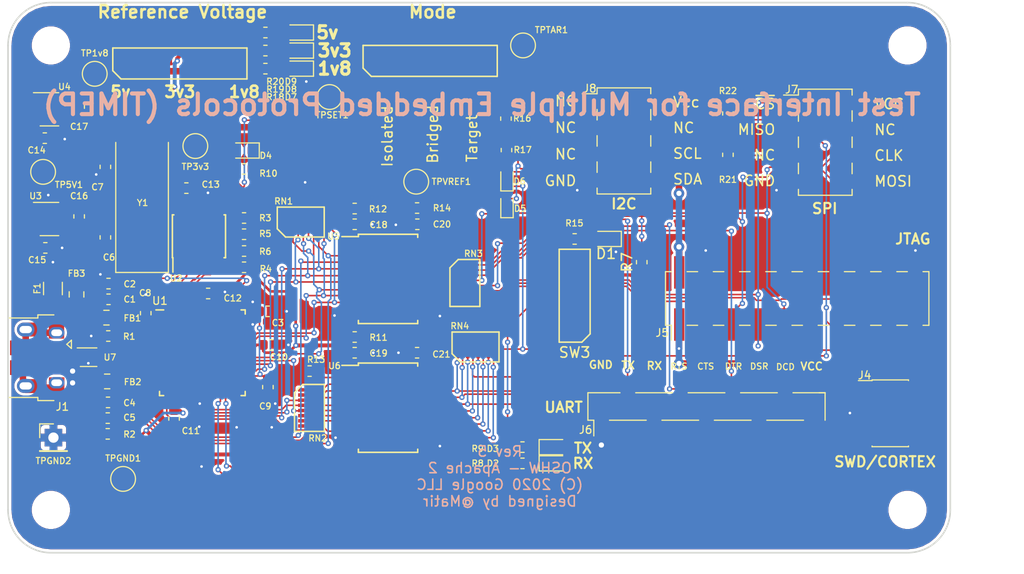
<source format=kicad_pcb>
(kicad_pcb (version 20171130) (host pcbnew 5.1.5-52549c5~86~ubuntu18.04.1)
  (layers (0 F.Cu signal) (31 B.Cu signal) (34 B.Paste user) (35 F.Paste user) (36 B.SilkS user) (37 F.SilkS user) (38 B.Mask user) (39 F.Mask user) (44 Edge.Cuts user))
  (net 0 "")
  (net 1 GND)
  (net 2 "/FT2232 Module/VREG")
  (net 3 "/FT2232 Module/OSCO")
  (net 4 "/FT2232 Module/OSCI")
  (net 5 +3V3)
  (net 6 +5V)
  (net 7 +1V8)
  (net 8 /VREF)
  (net 9 "Net-(D2-Pad1)")
  (net 10 "Net-(D3-Pad1)")
  (net 11 "Net-(D4-Pad1)")
  (net 12 /SCL)
  (net 13 /CLK)
  (net 14 /DI)
  (net 15 /SDA)
  (net 16 /VTARGET)
  (net 17 /~SRST)
  (net 18 /~TRST)
  (net 19 /DO)
  (net 20 /CS)
  (net 21 /UART_RX)
  (net 22 /~UART_CTS)
  (net 23 /~UART_DSR)
  (net 24 /UART_TX)
  (net 25 /~UART_RTS)
  (net 26 /~UART_DTR)
  (net 27 /~UART_DCD)
  (net 28 "Net-(R1-Pad1)")
  (net 29 "Net-(R2-Pad1)")
  (net 30 "/FT2232 Module/EECS")
  (net 31 "Net-(R4-Pad2)")
  (net 32 "/FT2232 Module/EEDATA")
  (net 33 "/FT2232 Module/EECLK")
  (net 34 /RXLED)
  (net 35 /TXLED)
  (net 36 /~ENABLE)
  (net 37 "Net-(R12-Pad1)")
  (net 38 "Net-(R13-Pad1)")
  (net 39 /AD0)
  (net 40 /AD2)
  (net 41 /AD4)
  (net 42 /BD0)
  (net 43 /BD1)
  (net 44 /BD3)
  (net 45 /BD4)
  (net 46 /BD5)
  (net 47 "Net-(RN2-Pad9)")
  (net 48 "Net-(RN2-Pad10)")
  (net 49 "Net-(RN2-Pad11)")
  (net 50 /BD2)
  (net 51 "Net-(RN2-Pad12)")
  (net 52 /AD6)
  (net 53 "Net-(RN2-Pad13)")
  (net 54 /AD5)
  (net 55 "Net-(RN2-Pad14)")
  (net 56 /AD3)
  (net 57 "Net-(RN2-Pad15)")
  (net 58 /AD1)
  (net 59 "Net-(RN2-Pad16)")
  (net 60 "Net-(RN3-Pad8)")
  (net 61 "Net-(RN3-Pad7)")
  (net 62 "Net-(RN3-Pad6)")
  (net 63 "Net-(RN3-Pad5)")
  (net 64 "Net-(RN3-Pad4)")
  (net 65 "Net-(RN3-Pad3)")
  (net 66 "Net-(RN3-Pad2)")
  (net 67 "Net-(RN3-Pad1)")
  (net 68 "Net-(RN4-Pad6)")
  (net 69 "Net-(RN4-Pad7)")
  (net 70 "Net-(RN4-Pad8)")
  (net 71 "/FT2232 Module/VPHY")
  (net 72 "/FT2232 Module/VPLL")
  (net 73 /USB_N)
  (net 74 /USB_P)
  (net 75 "Net-(D7-Pad2)")
  (net 76 "Net-(D8-Pad2)")
  (net 77 "Net-(D9-Pad2)")
  (net 78 "Net-(R18-Pad1)")
  (net 79 "Net-(R19-Pad1)")
  (net 80 "Net-(R20-Pad1)")
  (net 81 "/Power Regulators/Vset")
  (net 82 "Net-(D1-Pad2)")
  (net 83 "Net-(R7-Pad1)")
  (net 84 "Net-(R15-Pad1)")
  (net 85 "Net-(J7-Pad4)")
  (net 86 "Net-(J7-Pad5)")
  (net 87 "Net-(F1-Pad2)")
  (net 88 /VBUS)
  (net 89 "Net-(J1-Pad2)")
  (net 90 "Net-(J1-Pad3)")
  (net 91 "Net-(J1-Pad6)")
  (module Resistor_SMD:R_0603_1608Metric (layer F.Cu) (at 157.6 89.59 90)
    (fp_text reference R22 (at 2.19 0 180) (layer F.SilkS) (effects (font (size 0.6 0.6) (thickness 0.11))))
    (fp_text value 10k)
    (pad 2 smd roundrect (at 0.7875 0 90) (size 0.875 0.95) (layers F.Cu F.Paste F.Mask) (net 85 "Net-(J7-Pad4)"))
    (pad 1 smd roundrect (at -0.7875 0 90) (size 0.875 0.95) (layers F.Cu F.Paste F.Mask) (net 16 /VTARGET))
  )
  (module Resistor_SMD:R_0603_1608Metric (layer F.Cu) (at 157.6 93.6 90)
    (fp_text reference R21 (at -2.4 0 180) (layer F.SilkS) (effects (font (size 0.6 0.6) (thickness 0.11))))
    (fp_text value 10k)
    (pad 2 smd roundrect (at 0.7875 0 90) (size 0.875 0.95) (layers F.Cu F.Paste F.Mask) (net 16 /VTARGET))
    (pad 1 smd roundrect (at -0.7875 0 90) (size 0.875 0.95) (layers F.Cu F.Paste F.Mask) (net 86 "Net-(J7-Pad5)"))
  )
  (module MountingHole:MountingHole_3.2mm_M3 (layer F.Cu) (at 92 128)
    (fp_text reference H2 hide)
    (fp_text value MountingHole)
    (pad "" np_thru_hole circle (at 0 0) (size 3.2 3.2) (drill 3.2) (layers *.Cu *.Mask))
  )
  (module MountingHole:MountingHole_3.2mm_M3 (layer F.Cu) (at 92 83)
    (fp_text reference H1 hide)
    (fp_text value MountingHole)
    (pad "" np_thru_hole circle (at 0 0) (size 3.2 3.2) (drill 3.2) (layers *.Cu *.Mask))
  )
  (module MountingHole:MountingHole_3.2mm_M3 (layer F.Cu) (at 175 128)
    (fp_text reference H3 hide)
    (fp_text value MountingHole)
    (pad "" np_thru_hole circle (at 0 0) (size 3.2 3.2) (drill 3.2) (layers *.Cu *.Mask))
  )
  (module MountingHole:MountingHole_3.2mm_M3 (layer F.Cu) (at 175 83)
    (fp_text reference H4 hide)
    (fp_text value MountingHole)
    (pad "" np_thru_hole circle (at 0 0) (size 3.2 3.2) (drill 3.2) (layers *.Cu *.Mask))
  )
  (module Package_SO:SOIC-8_3.9x4.9mm_P1.27mm (layer F.Cu) (at 106.3498 101.4908 90)
    (fp_text reference U2 (at -4.0716 -2.2098 180) (layer F.SilkS) (effects (font (size 0.6 0.6) (thickness 0.11))))
    (fp_text value 93LC46B)
    (pad 1 smd rect (at -2.7 -1.905 90) (size 1.55 0.6) (layers F.Cu F.Paste F.Mask) (net 30 "/FT2232 Module/EECS"))
    (pad 2 smd rect (at -2.7 -0.635 90) (size 1.55 0.6) (layers F.Cu F.Paste F.Mask) (net 33 "/FT2232 Module/EECLK"))
    (pad 3 smd rect (at -2.7 0.635 90) (size 1.55 0.6) (layers F.Cu F.Paste F.Mask) (net 32 "/FT2232 Module/EEDATA"))
    (pad 4 smd rect (at -2.7 1.905 90) (size 1.55 0.6) (layers F.Cu F.Paste F.Mask) (net 31 "Net-(R4-Pad2)"))
    (pad 5 smd rect (at 2.7 1.905 90) (size 1.55 0.6) (layers F.Cu F.Paste F.Mask) (net 1 GND))
    (pad 6 smd rect (at 2.7 0.635 90) (size 1.55 0.6) (layers F.Cu F.Paste F.Mask))
    (pad 7 smd rect (at 2.7 -0.635 90) (size 1.55 0.6) (layers F.Cu F.Paste F.Mask))
    (pad 8 smd rect (at 2.7 -1.905 90) (size 1.55 0.6) (layers F.Cu F.Paste F.Mask) (net 5 +3V3))
  )
  (module Matir_Parts:EXB2HV (layer F.Cu) (at 116.2104 100.114)
    (fp_text reference RN1 (at -1.6564 -2.0192 180) (layer F.SilkS) (effects (font (size 0.6 0.6) (thickness 0.11))))
    (fp_text value 100k)
    (pad 8 smd rect (at 1.75 0.8) (size 0.34 0.6) (layers F.Cu F.Paste F.Mask) (net 39 /AD0))
    (pad 9 smd rect (at 1.75 -0.8) (size 0.34 0.6) (layers F.Cu F.Paste F.Mask) (net 5 +3V3))
    (pad 7 smd rect (at 1.25 0.8) (size 0.34 0.6) (layers F.Cu F.Paste F.Mask) (net 40 /AD2))
    (pad 10 smd rect (at 1.25 -0.8) (size 0.34 0.6) (layers F.Cu F.Paste F.Mask) (net 5 +3V3))
    (pad 6 smd rect (at 0.75 0.8) (size 0.34 0.6) (layers F.Cu F.Paste F.Mask) (net 41 /AD4))
    (pad 11 smd rect (at 0.75 -0.8) (size 0.34 0.6) (layers F.Cu F.Paste F.Mask) (net 5 +3V3))
    (pad 5 smd rect (at 0.25 0.8) (size 0.34 0.6) (layers F.Cu F.Paste F.Mask) (net 42 /BD0))
    (pad 12 smd rect (at 0.25 -0.8) (size 0.34 0.6) (layers F.Cu F.Paste F.Mask) (net 5 +3V3))
    (pad 4 smd rect (at -0.25 0.8) (size 0.34 0.6) (layers F.Cu F.Paste F.Mask) (net 43 /BD1))
    (pad 13 smd rect (at -0.25 -0.8) (size 0.34 0.6) (layers F.Cu F.Paste F.Mask) (net 5 +3V3))
    (pad 3 smd rect (at -0.75 0.8) (size 0.34 0.6) (layers F.Cu F.Paste F.Mask) (net 44 /BD3))
    (pad 14 smd rect (at -0.75 -0.8) (size 0.34 0.6) (layers F.Cu F.Paste F.Mask) (net 5 +3V3))
    (pad 2 smd rect (at -1.25 0.8) (size 0.34 0.6) (layers F.Cu F.Paste F.Mask) (net 45 /BD4))
    (pad 15 smd rect (at -1.25 -0.8) (size 0.34 0.6) (layers F.Cu F.Paste F.Mask) (net 5 +3V3))
    (pad 1 smd rect (at -1.75 0.8) (size 0.34 0.6) (layers F.Cu F.Paste F.Mask) (net 46 /BD5))
    (pad 16 smd rect (at -1.75 -0.8) (size 0.34 0.6) (layers F.Cu F.Paste F.Mask) (net 5 +3V3))
  )
  (module Matir_Parts:EXB2HV (layer F.Cu) (at 117.056 118.122 270)
    (fp_text reference RN2 (at 2.9344 -0.8) (layer F.SilkS) (effects (font (size 0.6 0.6) (thickness 0.11))))
    (fp_text value 100)
    (pad 8 smd rect (at 1.75 0.8 270) (size 0.34 0.6) (layers F.Cu F.Paste F.Mask))
    (pad 9 smd rect (at 1.75 -0.8 270) (size 0.34 0.6) (layers F.Cu F.Paste F.Mask) (net 47 "Net-(RN2-Pad9)"))
    (pad 7 smd rect (at 1.25 0.8 270) (size 0.34 0.6) (layers F.Cu F.Paste F.Mask))
    (pad 10 smd rect (at 1.25 -0.8 270) (size 0.34 0.6) (layers F.Cu F.Paste F.Mask) (net 48 "Net-(RN2-Pad10)"))
    (pad 6 smd rect (at 0.75 0.8 270) (size 0.34 0.6) (layers F.Cu F.Paste F.Mask))
    (pad 11 smd rect (at 0.75 -0.8 270) (size 0.34 0.6) (layers F.Cu F.Paste F.Mask) (net 49 "Net-(RN2-Pad11)"))
    (pad 5 smd rect (at 0.25 0.8 270) (size 0.34 0.6) (layers F.Cu F.Paste F.Mask) (net 50 /BD2))
    (pad 12 smd rect (at 0.25 -0.8 270) (size 0.34 0.6) (layers F.Cu F.Paste F.Mask) (net 51 "Net-(RN2-Pad12)"))
    (pad 4 smd rect (at -0.25 0.8 270) (size 0.34 0.6) (layers F.Cu F.Paste F.Mask) (net 52 /AD6))
    (pad 13 smd rect (at -0.25 -0.8 270) (size 0.34 0.6) (layers F.Cu F.Paste F.Mask) (net 53 "Net-(RN2-Pad13)"))
    (pad 3 smd rect (at -0.75 0.8 270) (size 0.34 0.6) (layers F.Cu F.Paste F.Mask) (net 54 /AD5))
    (pad 14 smd rect (at -0.75 -0.8 270) (size 0.34 0.6) (layers F.Cu F.Paste F.Mask) (net 55 "Net-(RN2-Pad14)"))
    (pad 2 smd rect (at -1.25 0.8 270) (size 0.34 0.6) (layers F.Cu F.Paste F.Mask) (net 56 /AD3))
    (pad 15 smd rect (at -1.25 -0.8 270) (size 0.34 0.6) (layers F.Cu F.Paste F.Mask) (net 57 "Net-(RN2-Pad15)"))
    (pad 1 smd rect (at -1.75 0.8 270) (size 0.34 0.6) (layers F.Cu F.Paste F.Mask) (net 58 /AD1))
    (pad 16 smd rect (at -1.75 -0.8 270) (size 0.34 0.6) (layers F.Cu F.Paste F.Mask) (net 59 "Net-(RN2-Pad16)"))
  )
  (module Matir_Parts:EXB2HV (layer F.Cu) (at 132.118 106.0156 270)
    (fp_text reference RN3 (at -2.8408 -0.8256) (layer F.SilkS) (effects (font (size 0.6 0.6) (thickness 0.11))))
    (fp_text value 100)
    (pad 8 smd rect (at 1.75 0.8 270) (size 0.34 0.6) (layers F.Cu F.Paste F.Mask) (net 60 "Net-(RN3-Pad8)"))
    (pad 9 smd rect (at 1.75 -0.8 270) (size 0.34 0.6) (layers F.Cu F.Paste F.Mask) (net 18 /~TRST))
    (pad 7 smd rect (at 1.25 0.8 270) (size 0.34 0.6) (layers F.Cu F.Paste F.Mask) (net 61 "Net-(RN3-Pad7)"))
    (pad 10 smd rect (at 1.25 -0.8 270) (size 0.34 0.6) (layers F.Cu F.Paste F.Mask) (net 17 /~SRST))
    (pad 6 smd rect (at 0.75 0.8 270) (size 0.34 0.6) (layers F.Cu F.Paste F.Mask) (net 62 "Net-(RN3-Pad6)"))
    (pad 11 smd rect (at 0.75 -0.8 270) (size 0.34 0.6) (layers F.Cu F.Paste F.Mask) (net 20 /CS))
    (pad 5 smd rect (at 0.25 0.8 270) (size 0.34 0.6) (layers F.Cu F.Paste F.Mask) (net 63 "Net-(RN3-Pad5)"))
    (pad 12 smd rect (at 0.25 -0.8 270) (size 0.34 0.6) (layers F.Cu F.Paste F.Mask) (net 19 /DO))
    (pad 4 smd rect (at -0.25 0.8 270) (size 0.34 0.6) (layers F.Cu F.Paste F.Mask) (net 64 "Net-(RN3-Pad4)"))
    (pad 13 smd rect (at -0.25 -0.8 270) (size 0.34 0.6) (layers F.Cu F.Paste F.Mask) (net 13 /CLK))
    (pad 3 smd rect (at -0.75 0.8 270) (size 0.34 0.6) (layers F.Cu F.Paste F.Mask) (net 65 "Net-(RN3-Pad3)"))
    (pad 14 smd rect (at -0.75 -0.8 270) (size 0.34 0.6) (layers F.Cu F.Paste F.Mask) (net 26 /~UART_DTR))
    (pad 2 smd rect (at -1.25 0.8 270) (size 0.34 0.6) (layers F.Cu F.Paste F.Mask) (net 66 "Net-(RN3-Pad2)"))
    (pad 15 smd rect (at -1.25 -0.8 270) (size 0.34 0.6) (layers F.Cu F.Paste F.Mask) (net 25 /~UART_RTS))
    (pad 1 smd rect (at -1.75 0.8 270) (size 0.34 0.6) (layers F.Cu F.Paste F.Mask) (net 67 "Net-(RN3-Pad1)"))
    (pad 16 smd rect (at -1.75 -0.8 270) (size 0.34 0.6) (layers F.Cu F.Paste F.Mask) (net 24 /UART_TX))
  )
  (module Matir_Parts:EXB2HV (layer F.Cu) (at 133.1468 112.2172)
    (fp_text reference RN4 (at -1.524 -2.032 180) (layer F.SilkS) (effects (font (size 0.6 0.6) (thickness 0.11))))
    (fp_text value 100k)
    (pad 8 smd rect (at 1.75 0.8) (size 0.34 0.6) (layers F.Cu F.Paste F.Mask) (net 70 "Net-(RN4-Pad8)"))
    (pad 9 smd rect (at 1.75 -0.8) (size 0.34 0.6) (layers F.Cu F.Paste F.Mask) (net 8 /VREF))
    (pad 7 smd rect (at 1.25 0.8) (size 0.34 0.6) (layers F.Cu F.Paste F.Mask) (net 69 "Net-(RN4-Pad7)"))
    (pad 10 smd rect (at 1.25 -0.8) (size 0.34 0.6) (layers F.Cu F.Paste F.Mask) (net 8 /VREF))
    (pad 6 smd rect (at 0.75 0.8) (size 0.34 0.6) (layers F.Cu F.Paste F.Mask) (net 68 "Net-(RN4-Pad6)"))
    (pad 11 smd rect (at 0.75 -0.8) (size 0.34 0.6) (layers F.Cu F.Paste F.Mask) (net 8 /VREF))
    (pad 5 smd rect (at 0.25 0.8) (size 0.34 0.6) (layers F.Cu F.Paste F.Mask) (net 14 /DI))
    (pad 12 smd rect (at 0.25 -0.8) (size 0.34 0.6) (layers F.Cu F.Paste F.Mask) (net 8 /VREF))
    (pad 4 smd rect (at -0.25 0.8) (size 0.34 0.6) (layers F.Cu F.Paste F.Mask) (net 27 /~UART_DCD))
    (pad 13 smd rect (at -0.25 -0.8) (size 0.34 0.6) (layers F.Cu F.Paste F.Mask) (net 8 /VREF))
    (pad 3 smd rect (at -0.75 0.8) (size 0.34 0.6) (layers F.Cu F.Paste F.Mask) (net 23 /~UART_DSR))
    (pad 14 smd rect (at -0.75 -0.8) (size 0.34 0.6) (layers F.Cu F.Paste F.Mask) (net 8 /VREF))
    (pad 2 smd rect (at -1.25 0.8) (size 0.34 0.6) (layers F.Cu F.Paste F.Mask) (net 22 /~UART_CTS))
    (pad 15 smd rect (at -1.25 -0.8) (size 0.34 0.6) (layers F.Cu F.Paste F.Mask) (net 8 /VREF))
    (pad 1 smd rect (at -1.75 0.8) (size 0.34 0.6) (layers F.Cu F.Paste F.Mask) (net 21 /UART_RX))
    (pad 16 smd rect (at -1.75 -0.8) (size 0.34 0.6) (layers F.Cu F.Paste F.Mask) (net 8 /VREF))
  )
  (module Matir_Parts:FT2232H-56Q (layer F.Cu) (at 106.68 112.776)
    (fp_text reference U1 (at -4.1148 -5.0292) (layer F.SilkS) (effects (font (size 0.75 0.75) (thickness 0.12))))
    (fp_text value FT2232H-56)
    (pad 1 smd oval (at -4 -3.25 90) (size 0.25 1) (layers F.Cu F.Paste F.Mask) (net 30 "/FT2232 Module/EECS"))
    (pad 2 smd oval (at -4 -2.75 90) (size 0.25 1) (layers F.Cu F.Paste F.Mask) (net 2 "/FT2232 Module/VREG"))
    (pad 3 smd oval (at -4 -2.25 90) (size 0.25 1) (layers F.Cu F.Paste F.Mask) (net 4 "/FT2232 Module/OSCI"))
    (pad 4 smd oval (at -4 -1.75 90) (size 0.25 1) (layers F.Cu F.Paste F.Mask) (net 3 "/FT2232 Module/OSCO"))
    (pad 5 smd oval (at -4 -1.25 90) (size 0.25 1) (layers F.Cu F.Paste F.Mask) (net 71 "/FT2232 Module/VPHY"))
    (pad 6 smd oval (at -4 -0.75 90) (size 0.25 1) (layers F.Cu F.Paste F.Mask) (net 28 "Net-(R1-Pad1)"))
    (pad 7 smd oval (at -4 -0.25 90) (size 0.25 1) (layers F.Cu F.Paste F.Mask) (net 73 /USB_N))
    (pad 8 smd oval (at -4 0.25 90) (size 0.25 1) (layers F.Cu F.Paste F.Mask) (net 74 /USB_P))
    (pad 9 smd oval (at -4 0.75 90) (size 0.25 1) (layers F.Cu F.Paste F.Mask) (net 72 "/FT2232 Module/VPLL"))
    (pad 10 smd oval (at -4 1.25 90) (size 0.25 1) (layers F.Cu F.Paste F.Mask) (net 1 GND))
    (pad 11 smd oval (at -4 1.75 90) (size 0.25 1) (layers F.Cu F.Paste F.Mask) (net 29 "Net-(R2-Pad1)"))
    (pad 12 smd oval (at -4 2.25 90) (size 0.25 1) (layers F.Cu F.Paste F.Mask) (net 39 /AD0))
    (pad 13 smd oval (at -4 2.75 90) (size 0.25 1) (layers F.Cu F.Paste F.Mask) (net 58 /AD1))
    (pad 14 smd oval (at -4 3.25 90) (size 0.25 1) (layers F.Cu F.Paste F.Mask) (net 40 /AD2))
    (pad 15 smd oval (at -3.25 4) (size 0.25 1) (layers F.Cu F.Paste F.Mask) (net 56 /AD3))
    (pad 16 smd oval (at -2.75 4) (size 0.25 1) (layers F.Cu F.Paste F.Mask) (net 5 +3V3))
    (pad 17 smd oval (at -2.25 4) (size 0.25 1) (layers F.Cu F.Paste F.Mask) (net 41 /AD4))
    (pad 18 smd oval (at -1.75 4) (size 0.25 1) (layers F.Cu F.Paste F.Mask) (net 54 /AD5))
    (pad 19 smd oval (at -1.25 4) (size 0.25 1) (layers F.Cu F.Paste F.Mask) (net 52 /AD6))
    (pad 20 smd oval (at -0.75 4) (size 0.25 1) (layers F.Cu F.Paste F.Mask))
    (pad 21 smd oval (at -0.25 4) (size 0.25 1) (layers F.Cu F.Paste F.Mask) (net 1 GND))
    (pad 22 smd oval (at 0.25 4) (size 0.25 1) (layers F.Cu F.Paste F.Mask))
    (pad 23 smd oval (at 0.75 4) (size 0.25 1) (layers F.Cu F.Paste F.Mask))
    (pad 24 smd oval (at 1.25 4) (size 0.25 1) (layers F.Cu F.Paste F.Mask))
    (pad 25 smd oval (at 1.75 4) (size 0.25 1) (layers F.Cu F.Paste F.Mask) (net 34 /RXLED))
    (pad 26 smd oval (at 2.25 4) (size 0.25 1) (layers F.Cu F.Paste F.Mask) (net 35 /TXLED))
    (pad 27 smd oval (at 2.75 4) (size 0.25 1) (layers F.Cu F.Paste F.Mask))
    (pad 28 smd oval (at 3.25 4) (size 0.25 1) (layers F.Cu F.Paste F.Mask))
    (pad 29 smd oval (at 4 3.25 90) (size 0.25 1) (layers F.Cu F.Paste F.Mask))
    (pad 30 smd oval (at 4 2.75 90) (size 0.25 1) (layers F.Cu F.Paste F.Mask))
    (pad 31 smd oval (at 4 2.25 90) (size 0.25 1) (layers F.Cu F.Paste F.Mask) (net 2 "/FT2232 Module/VREG"))
    (pad 32 smd oval (at 4 1.75 90) (size 0.25 1) (layers F.Cu F.Paste F.Mask) (net 42 /BD0))
    (pad 33 smd oval (at 4 1.25 90) (size 0.25 1) (layers F.Cu F.Paste F.Mask) (net 43 /BD1))
    (pad 34 smd oval (at 4 0.75 90) (size 0.25 1) (layers F.Cu F.Paste F.Mask) (net 50 /BD2))
    (pad 35 smd oval (at 4 0.25 90) (size 0.25 1) (layers F.Cu F.Paste F.Mask) (net 44 /BD3))
    (pad 36 smd oval (at 4 -0.25 90) (size 0.25 1) (layers F.Cu F.Paste F.Mask) (net 5 +3V3))
    (pad 37 smd oval (at 4 -0.75 90) (size 0.25 1) (layers F.Cu F.Paste F.Mask) (net 45 /BD4))
    (pad 38 smd oval (at 4 -1.25 90) (size 0.25 1) (layers F.Cu F.Paste F.Mask) (net 46 /BD5))
    (pad 39 smd oval (at 4 -1.75 90) (size 0.25 1) (layers F.Cu F.Paste F.Mask))
    (pad 40 smd oval (at 4 -2.25 90) (size 0.25 1) (layers F.Cu F.Paste F.Mask))
    (pad 41 smd oval (at 4 -2.75 90) (size 0.25 1) (layers F.Cu F.Paste F.Mask) (net 1 GND))
    (pad 42 smd oval (at 4 -3.25 90) (size 0.25 1) (layers F.Cu F.Paste F.Mask))
    (pad 43 smd oval (at 3.25 -4) (size 0.25 1) (layers F.Cu F.Paste F.Mask) (net 2 "/FT2232 Module/VREG"))
    (pad 44 smd oval (at 2.75 -4) (size 0.25 1) (layers F.Cu F.Paste F.Mask) (net 5 +3V3))
    (pad 45 smd oval (at 2.25 -4) (size 0.25 1) (layers F.Cu F.Paste F.Mask) (net 1 GND))
    (pad 46 smd oval (at 1.75 -4) (size 0.25 1) (layers F.Cu F.Paste F.Mask))
    (pad 47 smd oval (at 1.25 -4) (size 0.25 1) (layers F.Cu F.Paste F.Mask))
    (pad 48 smd oval (at 0.75 -4) (size 0.25 1) (layers F.Cu F.Paste F.Mask))
    (pad 49 smd oval (at 0.25 -4) (size 0.25 1) (layers F.Cu F.Paste F.Mask))
    (pad 50 smd oval (at -0.25 -4) (size 0.25 1) (layers F.Cu F.Paste F.Mask) (net 5 +3V3))
    (pad 51 smd oval (at -0.75 -4) (size 0.25 1) (layers F.Cu F.Paste F.Mask))
    (pad 52 smd oval (at -1.25 -4) (size 0.25 1) (layers F.Cu F.Paste F.Mask))
    (pad 53 smd oval (at -1.75 -4) (size 0.25 1) (layers F.Cu F.Paste F.Mask))
    (pad 54 smd oval (at -2.25 -4) (size 0.25 1) (layers F.Cu F.Paste F.Mask) (net 36 /~ENABLE))
    (pad 55 smd oval (at -2.75 -4) (size 0.25 1) (layers F.Cu F.Paste F.Mask) (net 32 "/FT2232 Module/EEDATA"))
    (pad 56 smd oval (at -3.25 -4) (size 0.25 1) (layers F.Cu F.Paste F.Mask) (net 33 "/FT2232 Module/EECLK"))
    (pad 45 smd rect (at -1.5 -1.5) (size 3 3) (layers F.Cu F.Paste F.Mask) (net 1 GND))
    (pad 45 smd rect (at -1.5 1.5) (size 3 3) (layers F.Cu F.Paste F.Mask) (net 1 GND))
    (pad 45 smd rect (at 1.5 -1.5) (size 3 3) (layers F.Cu F.Paste F.Mask) (net 1 GND))
    (pad 45 smd rect (at 1.5 1.5) (size 3 3) (layers F.Cu F.Paste F.Mask) (net 1 GND))
  )
  (module Capacitor_SMD:C_0603_1608Metric (layer F.Cu) (at 97.5869 107.5984 180)
    (fp_text reference C1 (at -2.0573 0 180) (layer F.SilkS) (effects (font (size 0.6 0.6) (thickness 0.11))))
    (fp_text value 2.2u)
    (pad 1 smd roundrect (at -0.7875 0 180) (size 0.875 0.95) (layers F.Cu F.Paste F.Mask) (net 71 "/FT2232 Module/VPHY"))
    (pad 2 smd roundrect (at 0.7875 0 180) (size 0.875 0.95) (layers F.Cu F.Paste F.Mask) (net 1 GND))
  )
  (module Capacitor_SMD:C_0603_1608Metric (layer F.Cu) (at 97.5869 106.0744 180)
    (fp_text reference C2 (at -2.0573 -0.0508 180) (layer F.SilkS) (effects (font (size 0.6 0.6) (thickness 0.11))))
    (fp_text value 0.1u)
    (pad 1 smd roundrect (at -0.7875 0 180) (size 0.875 0.95) (layers F.Cu F.Paste F.Mask) (net 71 "/FT2232 Module/VPHY"))
    (pad 2 smd roundrect (at 0.7875 0 180) (size 0.875 0.95) (layers F.Cu F.Paste F.Mask) (net 1 GND))
  )
  (module Capacitor_SMD:C_0603_1608Metric (layer F.Cu) (at 113.0047 108.7628)
    (fp_text reference C3 (at 0.9905 1.1176) (layer F.SilkS) (effects (font (size 0.6 0.6) (thickness 0.11))))
    (fp_text value 3.3u)
    (pad 1 smd roundrect (at -0.7875 0) (size 0.875 0.95) (layers F.Cu F.Paste F.Mask) (net 2 "/FT2232 Module/VREG"))
    (pad 2 smd roundrect (at 0.7875 0) (size 0.875 0.95) (layers F.Cu F.Paste F.Mask) (net 1 GND))
  )
  (module Capacitor_SMD:C_0603_1608Metric (layer F.Cu) (at 97.536 117.586 180)
    (fp_text reference C4 (at -2.0828 -0.0508 180) (layer F.SilkS) (effects (font (size 0.6 0.6) (thickness 0.11))))
    (fp_text value 2.2u)
    (pad 2 smd roundrect (at 0.7875 0 180) (size 0.875 0.95) (layers F.Cu F.Paste F.Mask) (net 1 GND))
    (pad 1 smd roundrect (at -0.7875 0 180) (size 0.875 0.95) (layers F.Cu F.Paste F.Mask) (net 72 "/FT2232 Module/VPLL"))
  )
  (module Capacitor_SMD:C_0603_1608Metric (layer F.Cu) (at 97.5105 119.11 180)
    (fp_text reference C5 (at -2.1083 0.0508 180) (layer F.SilkS) (effects (font (size 0.6 0.6) (thickness 0.11))))
    (fp_text value 0.1u)
    (pad 2 smd roundrect (at 0.7875 0 180) (size 0.875 0.95) (layers F.Cu F.Paste F.Mask) (net 1 GND))
    (pad 1 smd roundrect (at -0.7875 0 180) (size 0.875 0.95) (layers F.Cu F.Paste F.Mask) (net 72 "/FT2232 Module/VPLL"))
  )
  (module Capacitor_SMD:C_0603_1608Metric (layer F.Cu) (at 97.282 101.6 90)
    (fp_text reference C6 (at -1.9304 0.3556 180) (layer F.SilkS) (effects (font (size 0.6 0.6) (thickness 0.11))))
    (fp_text value 27pf)
    (pad 2 smd roundrect (at 0.7875 0 90) (size 0.875 0.95) (layers F.Cu F.Paste F.Mask) (net 1 GND))
    (pad 1 smd roundrect (at -0.7875 0 90) (size 0.875 0.95) (layers F.Cu F.Paste F.Mask) (net 3 "/FT2232 Module/OSCO"))
  )
  (module Capacitor_SMD:C_0603_1608Metric (layer F.Cu) (at 97.282 94.7675 270)
    (fp_text reference C7 (at 1.9557 0.762) (layer F.SilkS) (effects (font (size 0.6 0.6) (thickness 0.11))))
    (fp_text value 27pf)
    (pad 1 smd roundrect (at -0.7875 0 270) (size 0.875 0.95) (layers F.Cu F.Paste F.Mask) (net 4 "/FT2232 Module/OSCI"))
    (pad 2 smd roundrect (at 0.7875 0 270) (size 0.875 0.95) (layers F.Cu F.Paste F.Mask) (net 1 GND))
  )
  (module Capacitor_SMD:C_0603_1608Metric (layer F.Cu) (at 101.1936 108.9405 90)
    (fp_text reference C8 (at 1.9557 -0.0508 180) (layer F.SilkS) (effects (font (size 0.6 0.6) (thickness 0.11))))
    (fp_text value 0.1u)
    (pad 2 smd roundrect (at 0.7875 0 90) (size 0.875 0.95) (layers F.Cu F.Paste F.Mask) (net 1 GND))
    (pad 1 smd roundrect (at -0.7875 0 90) (size 0.875 0.95) (layers F.Cu F.Paste F.Mask) (net 2 "/FT2232 Module/VREG"))
  )
  (module Capacitor_SMD:C_0603_1608Metric (layer F.Cu) (at 113.03 116.1035 270)
    (fp_text reference C9 (at 1.8541 0.254) (layer F.SilkS) (effects (font (size 0.6 0.6) (thickness 0.11))))
    (fp_text value 0.1u)
    (pad 1 smd roundrect (at -0.7875 0 270) (size 0.875 0.95) (layers F.Cu F.Paste F.Mask) (net 2 "/FT2232 Module/VREG"))
    (pad 2 smd roundrect (at 0.7875 0 270) (size 0.875 0.95) (layers F.Cu F.Paste F.Mask) (net 1 GND))
  )
  (module Capacitor_SMD:C_0603_1608Metric (layer F.Cu) (at 113.3603 112.014)
    (fp_text reference C10 (at 0.7365 1.1684) (layer F.SilkS) (effects (font (size 0.6 0.6) (thickness 0.11))))
    (fp_text value 0.1u)
    (pad 2 smd roundrect (at 0.7875 0) (size 0.875 0.95) (layers F.Cu F.Paste F.Mask) (net 1 GND))
    (pad 1 smd roundrect (at -0.7875 0) (size 0.875 0.95) (layers F.Cu F.Paste F.Mask) (net 5 +3V3))
  )
  (module Capacitor_SMD:C_0603_1608Metric (layer F.Cu) (at 103.9368 119.1515 270)
    (fp_text reference C11 (at 1.1937 -1.6256) (layer F.SilkS) (effects (font (size 0.6 0.6) (thickness 0.11))))
    (fp_text value 0.1u)
    (pad 1 smd roundrect (at -0.7875 0 270) (size 0.875 0.95) (layers F.Cu F.Paste F.Mask) (net 5 +3V3))
    (pad 2 smd roundrect (at 0.7875 0 270) (size 0.875 0.95) (layers F.Cu F.Paste F.Mask) (net 1 GND))
  )
  (module Capacitor_SMD:C_0603_1608Metric (layer F.Cu) (at 107.2388 107.0356)
    (fp_text reference C12 (at 2.3876 0.4572) (layer F.SilkS) (effects (font (size 0.6 0.6) (thickness 0.11))))
    (fp_text value 0.1u)
    (pad 2 smd roundrect (at 0.7875 0) (size 0.875 0.95) (layers F.Cu F.Paste F.Mask) (net 1 GND))
    (pad 1 smd roundrect (at -0.7875 0) (size 0.875 0.95) (layers F.Cu F.Paste F.Mask) (net 5 +3V3))
  )
  (module Capacitor_SMD:C_0603_1608Metric (layer F.Cu) (at 105.1307 96.8248)
    (fp_text reference C13 (at 2.3621 -0.3556) (layer F.SilkS) (effects (font (size 0.6 0.6) (thickness 0.11))))
    (fp_text value 0.1u)
    (pad 2 smd roundrect (at 0.7875 0) (size 0.875 0.95) (layers F.Cu F.Paste F.Mask) (net 1 GND))
    (pad 1 smd roundrect (at -0.7875 0) (size 0.875 0.95) (layers F.Cu F.Paste F.Mask) (net 5 +3V3))
  )
  (module Capacitor_SMD:C_0603_1608Metric (layer F.Cu) (at 91.4145 91.984)
    (fp_text reference C14 (at -0.7873 1.1684) (layer F.SilkS) (effects (font (size 0.6 0.6) (thickness 0.11))))
    (fp_text value 3.3u)
    (pad 2 smd roundrect (at 0.7875 0) (size 0.875 0.95) (layers F.Cu F.Paste F.Mask) (net 1 GND))
    (pad 1 smd roundrect (at -0.7875 0) (size 0.875 0.95) (layers F.Cu F.Paste F.Mask) (net 6 +5V))
  )
  (module Capacitor_SMD:C_0603_1608Metric (layer F.Cu) (at 91.4655 102.616)
    (fp_text reference C15 (at -0.7875 1.1684) (layer F.SilkS) (effects (font (size 0.6 0.6) (thickness 0.11))))
    (fp_text value 3.3u)
    (pad 1 smd roundrect (at -0.7875 0) (size 0.875 0.95) (layers F.Cu F.Paste F.Mask) (net 6 +5V))
    (pad 2 smd roundrect (at 0.7875 0) (size 0.875 0.95) (layers F.Cu F.Paste F.Mask) (net 1 GND))
  )
  (module Capacitor_SMD:C_0603_1608Metric (layer F.Cu) (at 94.742 99.568 270)
    (fp_text reference C16 (at -1.9812 0) (layer F.SilkS) (effects (font (size 0.6 0.6) (thickness 0.11))))
    (fp_text value 3.3u)
    (pad 1 smd roundrect (at -0.7875 0 270) (size 0.875 0.95) (layers F.Cu F.Paste F.Mask) (net 5 +3V3))
    (pad 2 smd roundrect (at 0.7875 0 270) (size 0.875 0.95) (layers F.Cu F.Paste F.Mask) (net 1 GND))
  )
  (module Capacitor_SMD:C_0603_1608Metric (layer F.Cu) (at 94.742 88.936 270)
    (fp_text reference C17 (at 1.9304 0) (layer F.SilkS) (effects (font (size 0.6 0.6) (thickness 0.11))))
    (fp_text value 3.3u)
    (pad 1 smd roundrect (at -0.7875 0 270) (size 0.875 0.95) (layers F.Cu F.Paste F.Mask) (net 7 +1V8))
    (pad 2 smd roundrect (at 0.7875 0 270) (size 0.875 0.95) (layers F.Cu F.Paste F.Mask) (net 1 GND))
  )
  (module Capacitor_SMD:C_0603_1608Metric (layer F.Cu) (at 121.4375 100.33)
    (fp_text reference C18 (at 2.3113 0.0508) (layer F.SilkS) (effects (font (size 0.6 0.6) (thickness 0.11))))
    (fp_text value 0.1u)
    (pad 2 smd roundrect (at 0.7875 0) (size 0.875 0.95) (layers F.Cu F.Paste F.Mask) (net 1 GND))
    (pad 1 smd roundrect (at -0.7875 0) (size 0.875 0.95) (layers F.Cu F.Paste F.Mask) (net 5 +3V3))
  )
  (module Capacitor_SMD:C_0603_1608Metric (layer F.Cu) (at 121.4375 112.776)
    (fp_text reference C19 (at 2.3113 0.0508) (layer F.SilkS) (effects (font (size 0.6 0.6) (thickness 0.11))))
    (fp_text value 0.1u)
    (pad 1 smd roundrect (at -0.7875 0) (size 0.875 0.95) (layers F.Cu F.Paste F.Mask) (net 5 +3V3))
    (pad 2 smd roundrect (at 0.7875 0) (size 0.875 0.95) (layers F.Cu F.Paste F.Mask) (net 1 GND))
  )
  (module Capacitor_SMD:C_0603_1608Metric (layer F.Cu) (at 127.508 100.33 180)
    (fp_text reference C20 (at -2.3876 0 180) (layer F.SilkS) (effects (font (size 0.6 0.6) (thickness 0.11))))
    (fp_text value 0.1u)
    (pad 1 smd roundrect (at -0.7875 0 180) (size 0.875 0.95) (layers F.Cu F.Paste F.Mask) (net 8 /VREF))
    (pad 2 smd roundrect (at 0.7875 0 180) (size 0.875 0.95) (layers F.Cu F.Paste F.Mask) (net 1 GND))
  )
  (module Capacitor_SMD:C_0603_1608Metric (layer F.Cu) (at 127.4825 112.776 180)
    (fp_text reference C21 (at -2.3623 -0.1524 180) (layer F.SilkS) (effects (font (size 0.6 0.6) (thickness 0.11))))
    (fp_text value 0.1u)
    (pad 2 smd roundrect (at 0.7875 0 180) (size 0.875 0.95) (layers F.Cu F.Paste F.Mask) (net 1 GND))
    (pad 1 smd roundrect (at -0.7875 0 180) (size 0.875 0.95) (layers F.Cu F.Paste F.Mask) (net 8 /VREF))
  )
  (module LED_SMD:LED_0603_1608Metric (layer F.Cu) (at 140.7923 123.4948)
    (fp_text reference D2 (at -5.9691 0) (layer F.SilkS) (effects (font (size 0.6 0.6) (thickness 0.11))))
    (fp_text value LED)
    (pad 1 smd roundrect (at -0.7875 0) (size 0.875 0.95) (layers F.Cu F.Paste F.Mask) (net 9 "Net-(D2-Pad1)"))
    (pad 2 smd roundrect (at 0.7875 0) (size 0.875 0.95) (layers F.Cu F.Paste F.Mask) (net 5 +3V3))
  )
  (module LED_SMD:LED_0603_1608Metric (layer F.Cu) (at 140.7923 121.92)
    (fp_text reference D3 (at -5.9691 0.1524) (layer F.SilkS) (effects (font (size 0.6 0.6) (thickness 0.11))))
    (fp_text value LED)
    (pad 1 smd roundrect (at -0.7875 0) (size 0.875 0.95) (layers F.Cu F.Paste F.Mask) (net 10 "Net-(D3-Pad1)"))
    (pad 2 smd roundrect (at 0.7875 0) (size 0.875 0.95) (layers F.Cu F.Paste F.Mask) (net 5 +3V3))
  )
  (module LED_SMD:LED_0603_1608Metric (layer F.Cu) (at 110.709243 93.18358 180)
    (fp_text reference D4 (at -2.117557 -0.49162 180) (layer F.SilkS) (effects (font (size 0.6 0.6) (thickness 0.11))))
    (fp_text value LED)
    (pad 2 smd roundrect (at 0.7875 0 180) (size 0.875 0.95) (layers F.Cu F.Paste F.Mask) (net 5 +3V3))
    (pad 1 smd roundrect (at -0.7875 0 180) (size 0.875 0.95) (layers F.Cu F.Paste F.Mask) (net 11 "Net-(D4-Pad1)"))
  )
  (module Diode_SMD:D_SOD-523 (layer F.Cu) (at 136.1948 98.5408 90)
    (fp_text reference D5 (at -0.2652 1.27 180) (layer F.SilkS) (effects (font (size 0.6 0.6) (thickness 0.11))))
    (fp_text value RB751S40)
    (pad 2 smd rect (at 0.7 0 270) (size 0.6 0.7) (layers F.Cu F.Paste F.Mask) (net 12 /SCL))
    (pad 1 smd rect (at -0.7 0 270) (size 0.6 0.7) (layers F.Cu F.Paste F.Mask) (net 13 /CLK))
  )
  (module Diode_SMD:D_SOD-523 (layer F.Cu) (at 136.1948 95.95 90)
    (fp_text reference D6 (at -0.2144 1.2192 180) (layer F.SilkS) (effects (font (size 0.6 0.6) (thickness 0.11))))
    (fp_text value RB751S40)
    (pad 1 smd rect (at -0.7 0 270) (size 0.6 0.7) (layers F.Cu F.Paste F.Mask) (net 14 /DI))
    (pad 2 smd rect (at 0.7 0 270) (size 0.6 0.7) (layers F.Cu F.Paste F.Mask) (net 15 /SDA))
  )
  (module Inductor_SMD:L_0805_2012Metric (layer F.Cu) (at 97.3859 109.3764)
    (fp_text reference FB1 (at 2.5123 0.0508) (layer F.SilkS) (effects (font (size 0.6 0.6) (thickness 0.11))))
    (fp_text value 100)
    (pad 2 smd roundrect (at 0.9375 0) (size 0.975 1.4) (layers F.Cu F.Paste F.Mask) (net 71 "/FT2232 Module/VPHY"))
    (pad 1 smd roundrect (at -0.9375 0) (size 0.975 1.4) (layers F.Cu F.Paste F.Mask) (net 5 +3V3))
  )
  (module Inductor_SMD:L_0805_2012Metric (layer F.Cu) (at 97.4575 115.554)
    (fp_text reference FB2 (at 2.4661 0.0508) (layer F.SilkS) (effects (font (size 0.6 0.6) (thickness 0.11))))
    (fp_text value 100)
    (pad 1 smd roundrect (at -0.9375 0) (size 0.975 1.4) (layers F.Cu F.Paste F.Mask) (net 5 +3V3))
    (pad 2 smd roundrect (at 0.9375 0) (size 0.975 1.4) (layers F.Cu F.Paste F.Mask) (net 72 "/FT2232 Module/VPLL"))
  )
  (module Inductor_SMD:L_0805_2012Metric (layer F.Cu) (at 94.488 107.1245 270)
    (fp_text reference FB3 (at -2.032 0) (layer F.SilkS) (effects (font (size 0.6 0.6) (thickness 0.11))))
    (fp_text value 100)
    (pad 1 smd roundrect (at -0.9375 0 270) (size 0.975 1.4) (layers F.Cu F.Paste F.Mask) (net 87 "Net-(F1-Pad2)"))
    (pad 2 smd roundrect (at 0.9375 0 270) (size 0.975 1.4) (layers F.Cu F.Paste F.Mask) (net 88 /VBUS))
  )
  (module Connector_USB:USB_Micro-B_Amphenol_10103594-0001LF_Horizontal (layer F.Cu) (at 90.678 113.284 270)
    (fp_text reference J1 (at 4.7244 -2.4384) (layer F.SilkS) (effects (font (size 0.75 0.75) (thickness 0.12))))
    (fp_text value USB_B_Micro)
    (pad 6 smd rect (at 2.725 0.185 270) (size 1.35 2) (layers F.Cu F.Paste F.Mask) (net 91 "Net-(J1-Pad6)"))
    (pad 6 smd rect (at -2.755 0.185 270) (size 1.35 2) (layers F.Cu F.Paste F.Mask) (net 91 "Net-(J1-Pad6)"))
    (pad 6 smd rect (at -2.975 -0.565 270) (size 1.825 0.7) (layers F.Cu F.Paste F.Mask) (net 91 "Net-(J1-Pad6)"))
    (pad 6 smd rect (at 2.975 -0.565 270) (size 1.825 0.7) (layers F.Cu F.Paste F.Mask) (net 91 "Net-(J1-Pad6)"))
    (pad 6 smd rect (at -2.875 -1.865 270) (size 2 1.5) (layers F.Cu F.Paste F.Mask) (net 91 "Net-(J1-Pad6)"))
    (pad 6 smd rect (at 2.875 -1.885 270) (size 2 1.5) (layers F.Cu F.Paste F.Mask) (net 91 "Net-(J1-Pad6)"))
    (pad 1 smd rect (at -1.325 -1.765) (size 1.65 0.4) (layers F.Cu F.Paste F.Mask) (net 88 /VBUS))
    (pad 2 smd rect (at -0.675 -1.765) (size 1.65 0.4) (layers F.Cu F.Paste F.Mask) (net 89 "Net-(J1-Pad2)"))
    (pad 3 smd rect (at -0.025 -1.765) (size 1.65 0.4) (layers F.Cu F.Paste F.Mask) (net 90 "Net-(J1-Pad3)"))
    (pad 4 smd rect (at 0.625 -1.765) (size 1.65 0.4) (layers F.Cu F.Paste F.Mask))
    (pad 5 smd rect (at 1.275 -1.765) (size 1.65 0.4) (layers F.Cu F.Paste F.Mask) (net 1 GND))
    (pad 6 thru_hole oval (at -2.445 -1.885) (size 1.5 1.1) (drill oval 1.05 0.65) (layers *.Cu *.Mask) (net 91 "Net-(J1-Pad6)"))
    (pad 6 thru_hole oval (at 2.395 -1.885) (size 1.5 1.1) (drill oval 1.05 0.65) (layers *.Cu *.Mask) (net 91 "Net-(J1-Pad6)"))
    (pad 6 thru_hole oval (at -2.755 1.115) (size 1.7 1.35) (drill oval 1.2 0.7) (layers *.Cu *.Mask) (net 91 "Net-(J1-Pad6)"))
    (pad 6 thru_hole oval (at 2.705 1.115) (size 1.7 1.35) (drill oval 1.2 0.7) (layers *.Cu *.Mask) (net 91 "Net-(J1-Pad6)"))
    (pad 6 smd rect (at -0.985 1.385) (size 2.5 1.43) (layers F.Cu F.Paste F.Mask) (net 91 "Net-(J1-Pad6)"))
    (pad 6 smd rect (at 0.935 1.385) (size 2.5 1.43) (layers F.Cu F.Paste F.Mask) (net 91 "Net-(J1-Pad6)"))
  )
  (module Connector_PinHeader_1.27mm:PinHeader_2x05_P1.27mm_Vertical_SMD (layer F.Cu) (at 173.3296 118.6434)
    (fp_text reference J4 (at -2.4892 -3.683) (layer F.SilkS) (effects (font (size 0.75 0.75) (thickness 0.12))))
    (fp_text value SWD_CONN)
    (pad 1 smd rect (at -1.95 -2.54) (size 2.4 0.74) (layers F.Cu F.Paste F.Mask) (net 16 /VTARGET))
    (pad 2 smd rect (at 1.95 -2.54) (size 2.4 0.74) (layers F.Cu F.Paste F.Mask) (net 14 /DI))
    (pad 3 smd rect (at -1.95 -1.27) (size 2.4 0.74) (layers F.Cu F.Paste F.Mask) (net 1 GND))
    (pad 4 smd rect (at 1.95 -1.27) (size 2.4 0.74) (layers F.Cu F.Paste F.Mask) (net 13 /CLK))
    (pad 5 smd rect (at -1.95 0) (size 2.4 0.74) (layers F.Cu F.Paste F.Mask) (net 1 GND))
    (pad 6 smd rect (at 1.95 0) (size 2.4 0.74) (layers F.Cu F.Paste F.Mask))
    (pad 7 smd rect (at -1.95 1.27) (size 2.4 0.74) (layers F.Cu F.Paste F.Mask))
    (pad 8 smd rect (at 1.95 1.27) (size 2.4 0.74) (layers F.Cu F.Paste F.Mask))
    (pad 9 smd rect (at -1.95 2.54) (size 2.4 0.74) (layers F.Cu F.Paste F.Mask) (net 1 GND))
    (pad 10 smd rect (at 1.95 2.54) (size 2.4 0.74) (layers F.Cu F.Paste F.Mask) (net 17 /~SRST))
  )
  (module Connector_PinHeader_2.54mm:PinHeader_2x10_P2.54mm_Vertical_SMD (layer F.Cu) (at 164.3126 107.5182 90)
    (fp_text reference J5 (at -3.3274 -13.081 180) (layer F.SilkS) (effects (font (size 0.75 0.75) (thickness 0.12))))
    (fp_text value JTAG_CONN)
    (pad 1 smd rect (at -2.525 -11.43 90) (size 3.15 1) (layers F.Cu F.Paste F.Mask) (net 16 /VTARGET))
    (pad 2 smd rect (at 2.525 -11.43 90) (size 3.15 1) (layers F.Cu F.Paste F.Mask) (net 16 /VTARGET))
    (pad 3 smd rect (at -2.525 -8.89 90) (size 3.15 1) (layers F.Cu F.Paste F.Mask) (net 18 /~TRST))
    (pad 4 smd rect (at 2.525 -8.89 90) (size 3.15 1) (layers F.Cu F.Paste F.Mask) (net 1 GND))
    (pad 5 smd rect (at -2.525 -6.35 90) (size 3.15 1) (layers F.Cu F.Paste F.Mask) (net 19 /DO))
    (pad 6 smd rect (at 2.525 -6.35 90) (size 3.15 1) (layers F.Cu F.Paste F.Mask) (net 1 GND))
    (pad 7 smd rect (at -2.525 -3.81 90) (size 3.15 1) (layers F.Cu F.Paste F.Mask) (net 20 /CS))
    (pad 8 smd rect (at 2.525 -3.81 90) (size 3.15 1) (layers F.Cu F.Paste F.Mask) (net 1 GND))
    (pad 9 smd rect (at -2.525 -1.27 90) (size 3.15 1) (layers F.Cu F.Paste F.Mask) (net 13 /CLK))
    (pad 10 smd rect (at 2.525 -1.27 90) (size 3.15 1) (layers F.Cu F.Paste F.Mask) (net 1 GND))
    (pad 11 smd rect (at -2.525 1.27 90) (size 3.15 1) (layers F.Cu F.Paste F.Mask))
    (pad 12 smd rect (at 2.525 1.27 90) (size 3.15 1) (layers F.Cu F.Paste F.Mask) (net 1 GND))
    (pad 13 smd rect (at -2.525 3.81 90) (size 3.15 1) (layers F.Cu F.Paste F.Mask) (net 14 /DI))
    (pad 14 smd rect (at 2.525 3.81 90) (size 3.15 1) (layers F.Cu F.Paste F.Mask) (net 1 GND))
    (pad 15 smd rect (at -2.525 6.35 90) (size 3.15 1) (layers F.Cu F.Paste F.Mask) (net 17 /~SRST))
    (pad 16 smd rect (at 2.525 6.35 90) (size 3.15 1) (layers F.Cu F.Paste F.Mask) (net 1 GND))
    (pad 17 smd rect (at -2.525 8.89 90) (size 3.15 1) (layers F.Cu F.Paste F.Mask))
    (pad 18 smd rect (at 2.525 8.89 90) (size 3.15 1) (layers F.Cu F.Paste F.Mask) (net 1 GND))
    (pad 19 smd rect (at -2.525 11.43 90) (size 3.15 1) (layers F.Cu F.Paste F.Mask))
    (pad 20 smd rect (at 2.525 11.43 90) (size 3.15 1) (layers F.Cu F.Paste F.Mask) (net 1 GND))
  )
  (module Connector_PinHeader_2.54mm:PinHeader_1x09_P2.54mm_Vertical_SMD_Pin1Left (layer F.Cu) (at 155.5242 117.983 90)
    (fp_text reference J6 (at -2.2606 -11.7094 180) (layer F.SilkS) (effects (font (size 0.75 0.75) (thickness 0.12))))
    (fp_text value UART_Conn)
    (pad 1 smd rect (at -1.655 -10.16 90) (size 2.51 1) (layers F.Cu F.Paste F.Mask) (net 1 GND))
    (pad 3 smd rect (at -1.655 -5.08 90) (size 2.51 1) (layers F.Cu F.Paste F.Mask) (net 21 /UART_RX))
    (pad 5 smd rect (at -1.655 0 90) (size 2.51 1) (layers F.Cu F.Paste F.Mask) (net 22 /~UART_CTS))
    (pad 7 smd rect (at -1.655 5.08 90) (size 2.51 1) (layers F.Cu F.Paste F.Mask) (net 23 /~UART_DSR))
    (pad 9 smd rect (at -1.655 10.16 90) (size 2.51 1) (layers F.Cu F.Paste F.Mask) (net 16 /VTARGET))
    (pad 2 smd rect (at 1.655 -7.62 90) (size 2.51 1) (layers F.Cu F.Paste F.Mask) (net 24 /UART_TX))
    (pad 4 smd rect (at 1.655 -2.54 90) (size 2.51 1) (layers F.Cu F.Paste F.Mask) (net 25 /~UART_RTS))
    (pad 6 smd rect (at 1.655 2.54 90) (size 2.51 1) (layers F.Cu F.Paste F.Mask) (net 26 /~UART_DTR))
    (pad 8 smd rect (at 1.655 7.62 90) (size 2.51 1) (layers F.Cu F.Paste F.Mask) (net 27 /~UART_DCD))
  )
  (module Connector_PinHeader_2.54mm:PinHeader_2x04_P2.54mm_Vertical_SMD (layer F.Cu) (at 167.0304 92.3798)
    (fp_text reference J7 (at -3.2512 -5.1054) (layer F.SilkS) (effects (font (size 0.75 0.75) (thickness 0.12))))
    (fp_text value SPI_CONN)
    (pad 1 smd rect (at -2.525 -3.81) (size 3.15 1) (layers F.Cu F.Paste F.Mask) (net 20 /CS))
    (pad 2 smd rect (at 2.525 -3.81) (size 3.15 1) (layers F.Cu F.Paste F.Mask) (net 16 /VTARGET))
    (pad 3 smd rect (at -2.525 -1.27) (size 3.15 1) (layers F.Cu F.Paste F.Mask) (net 14 /DI))
    (pad 4 smd rect (at 2.525 -1.27) (size 3.15 1) (layers F.Cu F.Paste F.Mask) (net 85 "Net-(J7-Pad4)"))
    (pad 5 smd rect (at -2.525 1.27) (size 3.15 1) (layers F.Cu F.Paste F.Mask) (net 86 "Net-(J7-Pad5)"))
    (pad 6 smd rect (at 2.525 1.27) (size 3.15 1) (layers F.Cu F.Paste F.Mask) (net 13 /CLK))
    (pad 7 smd rect (at -2.525 3.81) (size 3.15 1) (layers F.Cu F.Paste F.Mask) (net 1 GND))
    (pad 8 smd rect (at 2.525 3.81) (size 3.15 1) (layers F.Cu F.Paste F.Mask) (net 19 /DO))
  )
  (module Connector_PinHeader_2.54mm:PinHeader_2x04_P2.54mm_Vertical_SMD (layer F.Cu) (at 147.5232 92.2528)
    (fp_text reference J8 (at -3.302 -5.08) (layer F.SilkS) (effects (font (size 0.75 0.75) (thickness 0.12))))
    (fp_text value I2C_CONN)
    (pad 1 smd rect (at -2.525 -3.81) (size 3.15 1) (layers F.Cu F.Paste F.Mask))
    (pad 2 smd rect (at 2.525 -3.81) (size 3.15 1) (layers F.Cu F.Paste F.Mask) (net 16 /VTARGET))
    (pad 3 smd rect (at -2.525 -1.27) (size 3.15 1) (layers F.Cu F.Paste F.Mask))
    (pad 4 smd rect (at 2.525 -1.27) (size 3.15 1) (layers F.Cu F.Paste F.Mask))
    (pad 5 smd rect (at -2.525 1.27) (size 3.15 1) (layers F.Cu F.Paste F.Mask))
    (pad 6 smd rect (at 2.525 1.27) (size 3.15 1) (layers F.Cu F.Paste F.Mask) (net 12 /SCL))
    (pad 7 smd rect (at -2.525 3.81) (size 3.15 1) (layers F.Cu F.Paste F.Mask) (net 1 GND))
    (pad 8 smd rect (at 2.525 3.81) (size 3.15 1) (layers F.Cu F.Paste F.Mask) (net 15 /SDA))
  )
  (module Resistor_SMD:R_0603_1608Metric (layer F.Cu) (at 97.5614 111.1544 180)
    (fp_text reference R1 (at -2.032 -0.0508 180) (layer F.SilkS) (effects (font (size 0.6 0.6) (thickness 0.11))))
    (fp_text value "12k, 1%")
    (pad 1 smd roundrect (at -0.7875 0 180) (size 0.875 0.95) (layers F.Cu F.Paste F.Mask) (net 28 "Net-(R1-Pad1)"))
    (pad 2 smd roundrect (at 0.7875 0 180) (size 0.875 0.95) (layers F.Cu F.Paste F.Mask) (net 1 GND))
  )
  (module Resistor_SMD:R_0603_1608Metric (layer F.Cu) (at 97.5105 120.634 180)
    (fp_text reference R2 (at -2.1083 -0.0508 180) (layer F.SilkS) (effects (font (size 0.6 0.6) (thickness 0.11))))
    (fp_text value 10k)
    (pad 2 smd roundrect (at 0.7875 0 180) (size 0.875 0.95) (layers F.Cu F.Paste F.Mask) (net 5 +3V3))
    (pad 1 smd roundrect (at -0.7875 0 180) (size 0.875 0.95) (layers F.Cu F.Paste F.Mask) (net 29 "Net-(R2-Pad1)"))
  )
  (module Resistor_SMD:R_0603_1608Metric (layer F.Cu) (at 110.7185 99.7204 180)
    (fp_text reference R3 (at -2.0575 0 180) (layer F.SilkS) (effects (font (size 0.6 0.6) (thickness 0.11))))
    (fp_text value 10k)
    (pad 1 smd roundrect (at -0.7875 0 180) (size 0.875 0.95) (layers F.Cu F.Paste F.Mask) (net 5 +3V3))
    (pad 2 smd roundrect (at 0.7875 0 180) (size 0.875 0.95) (layers F.Cu F.Paste F.Mask) (net 30 "/FT2232 Module/EECS"))
  )
  (module Resistor_SMD:R_0603_1608Metric (layer F.Cu) (at 110.7187 104.4956 180)
    (fp_text reference R4 (at -2.1081 -0.1524 180) (layer F.SilkS) (effects (font (size 0.6 0.6) (thickness 0.11))))
    (fp_text value 10k)
    (pad 1 smd roundrect (at -0.7875 0 180) (size 0.875 0.95) (layers F.Cu F.Paste F.Mask) (net 5 +3V3))
    (pad 2 smd roundrect (at 0.7875 0 180) (size 0.875 0.95) (layers F.Cu F.Paste F.Mask) (net 31 "Net-(R4-Pad2)"))
  )
  (module Resistor_SMD:R_0603_1608Metric (layer F.Cu) (at 110.7185 102.9208)
    (fp_text reference R5 (at 2.0575 -1.6764) (layer F.SilkS) (effects (font (size 0.6 0.6) (thickness 0.11))))
    (fp_text value 2.2k)
    (pad 2 smd roundrect (at 0.7875 0) (size 0.875 0.95) (layers F.Cu F.Paste F.Mask) (net 31 "Net-(R4-Pad2)"))
    (pad 1 smd roundrect (at -0.7875 0) (size 0.875 0.95) (layers F.Cu F.Paste F.Mask) (net 32 "/FT2232 Module/EEDATA"))
  )
  (module Resistor_SMD:R_0603_1608Metric (layer F.Cu) (at 110.7187 101.2952 180)
    (fp_text reference R6 (at -2.0573 -1.6764 180) (layer F.SilkS) (effects (font (size 0.6 0.6) (thickness 0.11))))
    (fp_text value 10k)
    (pad 2 smd roundrect (at 0.7875 0 180) (size 0.875 0.95) (layers F.Cu F.Paste F.Mask) (net 33 "/FT2232 Module/EECLK"))
    (pad 1 smd roundrect (at -0.7875 0 180) (size 0.875 0.95) (layers F.Cu F.Paste F.Mask) (net 5 +3V3))
  )
  (module Resistor_SMD:R_0603_1608Metric (layer F.Cu) (at 137.6933 123.4948 180)
    (fp_text reference R8 (at 4.3433 0 180) (layer F.SilkS) (effects (font (size 0.6 0.6) (thickness 0.11))))
    (fp_text value 1k)
    (pad 1 smd roundrect (at -0.7875 0 180) (size 0.875 0.95) (layers F.Cu F.Paste F.Mask) (net 9 "Net-(D2-Pad1)"))
    (pad 2 smd roundrect (at 0.7875 0 180) (size 0.875 0.95) (layers F.Cu F.Paste F.Mask) (net 34 /RXLED))
  )
  (module Resistor_SMD:R_0603_1608Metric (layer F.Cu) (at 137.6933 121.92 180)
    (fp_text reference R9 (at 4.3433 -0.1524 180) (layer F.SilkS) (effects (font (size 0.6 0.6) (thickness 0.11))))
    (fp_text value 1k)
    (pad 2 smd roundrect (at 0.7875 0 180) (size 0.875 0.95) (layers F.Cu F.Paste F.Mask) (net 35 /TXLED))
    (pad 1 smd roundrect (at -0.7875 0 180) (size 0.875 0.95) (layers F.Cu F.Paste F.Mask) (net 10 "Net-(D3-Pad1)"))
  )
  (module Resistor_SMD:R_0603_1608Metric (layer F.Cu) (at 110.709243 94.96158 180)
    (fp_text reference R10 (at -2.371557 -0.44082 180) (layer F.SilkS) (effects (font (size 0.6 0.6) (thickness 0.11))))
    (fp_text value 1k)
    (pad 1 smd roundrect (at -0.7875 0 180) (size 0.875 0.95) (layers F.Cu F.Paste F.Mask) (net 11 "Net-(D4-Pad1)"))
    (pad 2 smd roundrect (at 0.7875 0 180) (size 0.875 0.95) (layers F.Cu F.Paste F.Mask) (net 36 /~ENABLE))
  )
  (module Resistor_SMD:R_0603_1608Metric (layer F.Cu) (at 121.4375 111.252)
    (fp_text reference R11 (at 2.3113 0.0508) (layer F.SilkS) (effects (font (size 0.6 0.6) (thickness 0.11))))
    (fp_text value 10k)
    (pad 1 smd roundrect (at -0.7875 0) (size 0.875 0.95) (layers F.Cu F.Paste F.Mask) (net 5 +3V3))
    (pad 2 smd roundrect (at 0.7875 0) (size 0.875 0.95) (layers F.Cu F.Paste F.Mask) (net 36 /~ENABLE))
  )
  (module Resistor_SMD:R_0603_1608Metric (layer F.Cu) (at 121.4375 98.806 180)
    (fp_text reference R12 (at -2.2605 -0.0508 180) (layer F.SilkS) (effects (font (size 0.6 0.6) (thickness 0.11))))
    (fp_text value 10k)
    (pad 2 smd roundrect (at 0.7875 0 180) (size 0.875 0.95) (layers F.Cu F.Paste F.Mask) (net 5 +3V3))
    (pad 1 smd roundrect (at -0.7875 0 180) (size 0.875 0.95) (layers F.Cu F.Paste F.Mask) (net 37 "Net-(R12-Pad1)"))
  )
  (module Resistor_SMD:R_0603_1608Metric (layer F.Cu) (at 117.0685 114.554 180)
    (fp_text reference R13 (at -0.6351 1.1176 180) (layer F.SilkS) (effects (font (size 0.6 0.6) (thickness 0.11))))
    (fp_text value 10k)
    (pad 1 smd roundrect (at -0.7875 0 180) (size 0.875 0.95) (layers F.Cu F.Paste F.Mask) (net 38 "Net-(R13-Pad1)"))
    (pad 2 smd roundrect (at 0.7875 0 180) (size 0.875 0.95) (layers F.Cu F.Paste F.Mask) (net 1 GND))
  )
  (module Resistor_SMD:R_0603_1608Metric (layer F.Cu) (at 127.4825 98.7552 180)
    (fp_text reference R14 (at -2.4131 0 180) (layer F.SilkS) (effects (font (size 0.6 0.6) (thickness 0.11))))
    (fp_text value 1M)
    (pad 2 smd roundrect (at 0.7875 0 180) (size 0.875 0.95) (layers F.Cu F.Paste F.Mask) (net 1 GND))
    (pad 1 smd roundrect (at -0.7875 0 180) (size 0.875 0.95) (layers F.Cu F.Paste F.Mask) (net 8 /VREF))
  )
  (module Resistor_SMD:R_0603_1608Metric (layer F.Cu) (at 142.75 101.75)
    (fp_text reference R15 (at -0.0253 -1.524 -180) (layer F.SilkS) (effects (font (size 0.6 0.6) (thickness 0.11))))
    (fp_text value 1k)
    (pad 1 smd roundrect (at -0.7875 0) (size 0.875 0.95) (layers F.Cu F.Paste F.Mask) (net 84 "Net-(R15-Pad1)"))
    (pad 2 smd roundrect (at 0.7875 0) (size 0.875 0.95) (layers F.Cu F.Paste F.Mask) (net 82 "Net-(D1-Pad2)"))
  )
  (module Resistor_SMD:R_0603_1608Metric (layer F.Cu) (at 136.0932 90.0939 90)
    (fp_text reference R16 (at 0.0255 1.5748 180) (layer F.SilkS) (effects (font (size 0.6 0.6) (thickness 0.11))))
    (fp_text value 2.2k)
    (pad 1 smd roundrect (at -0.7875 0 90) (size 0.875 0.95) (layers F.Cu F.Paste F.Mask) (net 8 /VREF))
    (pad 2 smd roundrect (at 0.7875 0 90) (size 0.875 0.95) (layers F.Cu F.Paste F.Mask) (net 12 /SCL))
  )
  (module Resistor_SMD:R_0603_1608Metric (layer F.Cu) (at 136.144 93.1419 270)
    (fp_text reference R17 (at -0.0255 -1.5748) (layer F.SilkS) (effects (font (size 0.6 0.6) (thickness 0.11))))
    (fp_text value 2.2k)
    (pad 2 smd roundrect (at 0.7875 0 270) (size 0.875 0.95) (layers F.Cu F.Paste F.Mask) (net 15 /SDA))
    (pad 1 smd roundrect (at -0.7875 0 270) (size 0.875 0.95) (layers F.Cu F.Paste F.Mask) (net 8 /VREF))
  )
  (module Package_TO_SOT_SMD:SOT-23-5 (layer F.Cu) (at 91.864 99.822)
    (fp_text reference U3 (at -1.3384 -2.2352) (layer F.SilkS) (effects (font (size 0.6 0.6) (thickness 0.11))))
    (fp_text value AP2112K-3.3)
    (pad 1 smd rect (at -1.1 -0.95) (size 1.06 0.65) (layers F.Cu F.Paste F.Mask) (net 6 +5V))
    (pad 2 smd rect (at -1.1 0) (size 1.06 0.65) (layers F.Cu F.Paste F.Mask) (net 1 GND))
    (pad 3 smd rect (at -1.1 0.95) (size 1.06 0.65) (layers F.Cu F.Paste F.Mask) (net 6 +5V))
    (pad 4 smd rect (at 1.1 0.95) (size 1.06 0.65) (layers F.Cu F.Paste F.Mask))
    (pad 5 smd rect (at 1.1 -0.95) (size 1.06 0.65) (layers F.Cu F.Paste F.Mask) (net 5 +3V3))
  )
  (module Package_TO_SOT_SMD:SOT-23-5 (layer F.Cu) (at 91.864 89.19)
    (fp_text reference U4 (at 1.4556 -2.1844) (layer F.SilkS) (effects (font (size 0.6 0.6) (thickness 0.11))))
    (fp_text value AP2112K-1.8)
    (pad 5 smd rect (at 1.1 -0.95) (size 1.06 0.65) (layers F.Cu F.Paste F.Mask) (net 7 +1V8))
    (pad 4 smd rect (at 1.1 0.95) (size 1.06 0.65) (layers F.Cu F.Paste F.Mask))
    (pad 3 smd rect (at -1.1 0.95) (size 1.06 0.65) (layers F.Cu F.Paste F.Mask) (net 6 +5V))
    (pad 2 smd rect (at -1.1 0) (size 1.06 0.65) (layers F.Cu F.Paste F.Mask) (net 1 GND))
    (pad 1 smd rect (at -1.1 -0.95) (size 1.06 0.65) (layers F.Cu F.Paste F.Mask) (net 6 +5V))
  )
  (module Package_SO:SSOP-24_5.3x8.2mm_P0.65mm (layer F.Cu) (at 124.67 105.623)
    (fp_text reference U5 (at -5.29 -4.1246) (layer F.SilkS) (effects (font (size 0.6 0.6) (thickness 0.11))))
    (fp_text value SN74LVC8T245)
    (pad 1 smd rect (at -3.6 -3.575) (size 1.75 0.45) (layers F.Cu F.Paste F.Mask) (net 5 +3V3))
    (pad 2 smd rect (at -3.6 -2.925) (size 1.75 0.45) (layers F.Cu F.Paste F.Mask) (net 37 "Net-(R12-Pad1)"))
    (pad 3 smd rect (at -3.6 -2.275) (size 1.75 0.45) (layers F.Cu F.Paste F.Mask) (net 39 /AD0))
    (pad 4 smd rect (at -3.6 -1.625) (size 1.75 0.45) (layers F.Cu F.Paste F.Mask) (net 40 /AD2))
    (pad 5 smd rect (at -3.6 -0.975) (size 1.75 0.45) (layers F.Cu F.Paste F.Mask) (net 41 /AD4))
    (pad 6 smd rect (at -3.6 -0.325) (size 1.75 0.45) (layers F.Cu F.Paste F.Mask) (net 42 /BD0))
    (pad 7 smd rect (at -3.6 0.325) (size 1.75 0.45) (layers F.Cu F.Paste F.Mask) (net 43 /BD1))
    (pad 8 smd rect (at -3.6 0.975) (size 1.75 0.45) (layers F.Cu F.Paste F.Mask) (net 44 /BD3))
    (pad 9 smd rect (at -3.6 1.625) (size 1.75 0.45) (layers F.Cu F.Paste F.Mask) (net 45 /BD4))
    (pad 10 smd rect (at -3.6 2.275) (size 1.75 0.45) (layers F.Cu F.Paste F.Mask) (net 46 /BD5))
    (pad 11 smd rect (at -3.6 2.925) (size 1.75 0.45) (layers F.Cu F.Paste F.Mask) (net 1 GND))
    (pad 12 smd rect (at -3.6 3.575) (size 1.75 0.45) (layers F.Cu F.Paste F.Mask) (net 1 GND))
    (pad 13 smd rect (at 3.6 3.575) (size 1.75 0.45) (layers F.Cu F.Paste F.Mask) (net 1 GND))
    (pad 14 smd rect (at 3.6 2.925) (size 1.75 0.45) (layers F.Cu F.Paste F.Mask) (net 60 "Net-(RN3-Pad8)"))
    (pad 15 smd rect (at 3.6 2.275) (size 1.75 0.45) (layers F.Cu F.Paste F.Mask) (net 61 "Net-(RN3-Pad7)"))
    (pad 16 smd rect (at 3.6 1.625) (size 1.75 0.45) (layers F.Cu F.Paste F.Mask) (net 62 "Net-(RN3-Pad6)"))
    (pad 17 smd rect (at 3.6 0.975) (size 1.75 0.45) (layers F.Cu F.Paste F.Mask) (net 63 "Net-(RN3-Pad5)"))
    (pad 18 smd rect (at 3.6 0.325) (size 1.75 0.45) (layers F.Cu F.Paste F.Mask) (net 64 "Net-(RN3-Pad4)"))
    (pad 19 smd rect (at 3.6 -0.325) (size 1.75 0.45) (layers F.Cu F.Paste F.Mask) (net 65 "Net-(RN3-Pad3)"))
    (pad 20 smd rect (at 3.6 -0.975) (size 1.75 0.45) (layers F.Cu F.Paste F.Mask) (net 66 "Net-(RN3-Pad2)"))
    (pad 21 smd rect (at 3.6 -1.625) (size 1.75 0.45) (layers F.Cu F.Paste F.Mask) (net 67 "Net-(RN3-Pad1)"))
    (pad 22 smd rect (at 3.6 -2.275) (size 1.75 0.45) (layers F.Cu F.Paste F.Mask) (net 36 /~ENABLE))
    (pad 23 smd rect (at 3.6 -2.925) (size 1.75 0.45) (layers F.Cu F.Paste F.Mask) (net 8 /VREF))
    (pad 24 smd rect (at 3.6 -3.575) (size 1.75 0.45) (layers F.Cu F.Paste F.Mask) (net 8 /VREF))
  )
  (module Package_SO:SSOP-24_5.3x8.2mm_P0.65mm (layer F.Cu) (at 124.67 118.099)
    (fp_text reference U6 (at -5.1884 -4.053) (layer F.SilkS) (effects (font (size 0.6 0.6) (thickness 0.11))))
    (fp_text value SN74LVC8T245)
    (pad 24 smd rect (at 3.6 -3.575) (size 1.75 0.45) (layers F.Cu F.Paste F.Mask) (net 8 /VREF))
    (pad 23 smd rect (at 3.6 -2.925) (size 1.75 0.45) (layers F.Cu F.Paste F.Mask) (net 8 /VREF))
    (pad 22 smd rect (at 3.6 -2.275) (size 1.75 0.45) (layers F.Cu F.Paste F.Mask) (net 36 /~ENABLE))
    (pad 21 smd rect (at 3.6 -1.625) (size 1.75 0.45) (layers F.Cu F.Paste F.Mask) (net 21 /UART_RX))
    (pad 20 smd rect (at 3.6 -0.975) (size 1.75 0.45) (layers F.Cu F.Paste F.Mask) (net 22 /~UART_CTS))
    (pad 19 smd rect (at 3.6 -0.325) (size 1.75 0.45) (layers F.Cu F.Paste F.Mask) (net 23 /~UART_DSR))
    (pad 18 smd rect (at 3.6 0.325) (size 1.75 0.45) (layers F.Cu F.Paste F.Mask) (net 27 /~UART_DCD))
    (pad 17 smd rect (at 3.6 0.975) (size 1.75 0.45) (layers F.Cu F.Paste F.Mask) (net 14 /DI))
    (pad 16 smd rect (at 3.6 1.625) (size 1.75 0.45) (layers F.Cu F.Paste F.Mask) (net 68 "Net-(RN4-Pad6)"))
    (pad 15 smd rect (at 3.6 2.275) (size 1.75 0.45) (layers F.Cu F.Paste F.Mask) (net 69 "Net-(RN4-Pad7)"))
    (pad 14 smd rect (at 3.6 2.925) (size 1.75 0.45) (layers F.Cu F.Paste F.Mask) (net 70 "Net-(RN4-Pad8)"))
    (pad 13 smd rect (at 3.6 3.575) (size 1.75 0.45) (layers F.Cu F.Paste F.Mask) (net 1 GND))
    (pad 12 smd rect (at -3.6 3.575) (size 1.75 0.45) (layers F.Cu F.Paste F.Mask) (net 1 GND))
    (pad 11 smd rect (at -3.6 2.925) (size 1.75 0.45) (layers F.Cu F.Paste F.Mask) (net 1 GND))
    (pad 10 smd rect (at -3.6 2.275) (size 1.75 0.45) (layers F.Cu F.Paste F.Mask) (net 47 "Net-(RN2-Pad9)"))
    (pad 9 smd rect (at -3.6 1.625) (size 1.75 0.45) (layers F.Cu F.Paste F.Mask) (net 48 "Net-(RN2-Pad10)"))
    (pad 8 smd rect (at -3.6 0.975) (size 1.75 0.45) (layers F.Cu F.Paste F.Mask) (net 49 "Net-(RN2-Pad11)"))
    (pad 7 smd rect (at -3.6 0.325) (size 1.75 0.45) (layers F.Cu F.Paste F.Mask) (net 51 "Net-(RN2-Pad12)"))
    (pad 6 smd rect (at -3.6 -0.325) (size 1.75 0.45) (layers F.Cu F.Paste F.Mask) (net 53 "Net-(RN2-Pad13)"))
    (pad 5 smd rect (at -3.6 -0.975) (size 1.75 0.45) (layers F.Cu F.Paste F.Mask) (net 55 "Net-(RN2-Pad14)"))
    (pad 4 smd rect (at -3.6 -1.625) (size 1.75 0.45) (layers F.Cu F.Paste F.Mask) (net 57 "Net-(RN2-Pad15)"))
    (pad 3 smd rect (at -3.6 -2.275) (size 1.75 0.45) (layers F.Cu F.Paste F.Mask) (net 59 "Net-(RN2-Pad16)"))
    (pad 2 smd rect (at -3.6 -2.925) (size 1.75 0.45) (layers F.Cu F.Paste F.Mask) (net 38 "Net-(R13-Pad1)"))
    (pad 1 smd rect (at -3.6 -3.575) (size 1.75 0.45) (layers F.Cu F.Paste F.Mask) (net 5 +3V3))
  )
  (module Crystal:Crystal_SMD_HC49-SD (layer F.Cu) (at 100.838 98.298 90)
    (fp_text reference Y1 (at 0.0508 0.0508 180) (layer F.SilkS) (effects (font (size 0.6 0.6) (thickness 0.11))))
    (fp_text value 12.000MHz)
    (pad 1 smd rect (at -4.25 0 90) (size 4.5 2) (layers F.Cu F.Paste F.Mask) (net 3 "/FT2232 Module/OSCO"))
    (pad 2 smd rect (at 4.25 0 90) (size 4.5 2) (layers F.Cu F.Paste F.Mask) (net 4 "/FT2232 Module/OSCI"))
  )
  (module LED_SMD:LED_0603_1608Metric (layer F.Cu) (at 115.9625 85.25 180)
    (fp_text reference D7 (at 0.7125 -2.75 180) (layer F.SilkS) (effects (font (size 0.6 0.6) (thickness 0.11))))
    (fp_text value 1v8)
    (pad 1 smd roundrect (at -0.7875 0 180) (size 0.875 0.95) (layers F.Cu F.Paste F.Mask) (net 1 GND))
    (pad 2 smd roundrect (at 0.7875 0 180) (size 0.875 0.95) (layers F.Cu F.Paste F.Mask) (net 75 "Net-(D7-Pad2)"))
  )
  (module LED_SMD:LED_0603_1608Metric (layer F.Cu) (at 115.9625 83.5 180)
    (fp_text reference D8 (at 0.7125 -3.75 180) (layer F.SilkS) (effects (font (size 0.6 0.6) (thickness 0.11))))
    (fp_text value 3v3)
    (pad 2 smd roundrect (at 0.7875 0 180) (size 0.875 0.95) (layers F.Cu F.Paste F.Mask) (net 76 "Net-(D8-Pad2)"))
    (pad 1 smd roundrect (at -0.7875 0 180) (size 0.875 0.95) (layers F.Cu F.Paste F.Mask) (net 1 GND))
  )
  (module LED_SMD:LED_0603_1608Metric (layer F.Cu) (at 115.9625 81.75 180)
    (fp_text reference D9 (at 0.7125 -4.75 180) (layer F.SilkS) (effects (font (size 0.6 0.6) (thickness 0.11))))
    (fp_text value 5v)
    (pad 1 smd roundrect (at -0.7875 0 180) (size 0.875 0.95) (layers F.Cu F.Paste F.Mask) (net 1 GND))
    (pad 2 smd roundrect (at 0.7875 0 180) (size 0.875 0.95) (layers F.Cu F.Paste F.Mask) (net 77 "Net-(D9-Pad2)"))
  )
  (module Resistor_SMD:R_0603_1608Metric (layer F.Cu) (at 112.7875 85.25)
    (fp_text reference R18 (at 0.9625 2.75) (layer F.SilkS) (effects (font (size 0.6 0.6) (thickness 0.11))))
    (fp_text value 1k)
    (pad 1 smd roundrect (at -0.7875 0) (size 0.875 0.95) (layers F.Cu F.Paste F.Mask) (net 78 "Net-(R18-Pad1)"))
    (pad 2 smd roundrect (at 0.7875 0) (size 0.875 0.95) (layers F.Cu F.Paste F.Mask) (net 75 "Net-(D7-Pad2)"))
  )
  (module Resistor_SMD:R_0603_1608Metric (layer F.Cu) (at 112.7875 83.5)
    (fp_text reference R19 (at 0.9625 3.75) (layer F.SilkS) (effects (font (size 0.6 0.6) (thickness 0.11))))
    (fp_text value 1k)
    (pad 2 smd roundrect (at 0.7875 0) (size 0.875 0.95) (layers F.Cu F.Paste F.Mask) (net 76 "Net-(D8-Pad2)"))
    (pad 1 smd roundrect (at -0.7875 0) (size 0.875 0.95) (layers F.Cu F.Paste F.Mask) (net 79 "Net-(R19-Pad1)"))
  )
  (module Resistor_SMD:R_0603_1608Metric (layer F.Cu) (at 112.7875 81.75)
    (fp_text reference R20 (at 0.9625 4.75) (layer F.SilkS) (effects (font (size 0.6 0.6) (thickness 0.11))))
    (fp_text value 1k)
    (pad 1 smd roundrect (at -0.7875 0) (size 0.875 0.95) (layers F.Cu F.Paste F.Mask) (net 80 "Net-(R20-Pad1)"))
    (pad 2 smd roundrect (at 0.7875 0) (size 0.875 0.95) (layers F.Cu F.Paste F.Mask) (net 77 "Net-(D9-Pad2)"))
  )
  (module Matir_Parts:JS203011SCQN (layer F.Cu) (at 104.5 84.75)
    (fp_text reference SW1 hide)
    (fp_text value SW_DP3T)
    (pad 5 smd rect (at -4 -2.75) (size 1.2 2.5) (layers F.Cu F.Paste F.Mask) (net 80 "Net-(R20-Pad1)"))
    (pad 1 smd rect (at -4 2.75) (size 1.2 2.5) (layers F.Cu F.Paste F.Mask) (net 6 +5V))
    (pad 6 smd rect (at -2 -2.75) (size 1.2 2.5) (layers F.Cu F.Paste F.Mask) (net 79 "Net-(R19-Pad1)"))
    (pad 2 smd rect (at -2 2.75) (size 1.2 2.5) (layers F.Cu F.Paste F.Mask) (net 5 +3V3))
    (pad 7 smd rect (at 2 -2.75) (size 1.2 2.5) (layers F.Cu F.Paste F.Mask) (net 5 +3V3))
    (pad 3 smd rect (at 2 2.75) (size 1.2 2.5) (layers F.Cu F.Paste F.Mask) (net 81 "/Power Regulators/Vset"))
    (pad 8 smd rect (at 4 -2.75) (size 1.2 2.5) (layers F.Cu F.Paste F.Mask) (net 78 "Net-(R18-Pad1)"))
    (pad 4 smd rect (at 4 2.75) (size 1.2 2.5) (layers F.Cu F.Paste F.Mask) (net 7 +1V8))
  )
  (module Matir_Parts:JS203011SCQN (layer F.Cu) (at 128.75 84.5)
    (fp_text reference SW2 hide)
    (fp_text value SW_DP3T)
    (pad 4 smd rect (at 4 2.75) (size 1.2 2.5) (layers F.Cu F.Paste F.Mask))
    (pad 8 smd rect (at 4 -2.75) (size 1.2 2.5) (layers F.Cu F.Paste F.Mask) (net 8 /VREF))
    (pad 3 smd rect (at 2 2.75) (size 1.2 2.5) (layers F.Cu F.Paste F.Mask) (net 81 "/Power Regulators/Vset"))
    (pad 7 smd rect (at 2 -2.75) (size 1.2 2.5) (layers F.Cu F.Paste F.Mask) (net 16 /VTARGET))
    (pad 2 smd rect (at -2 2.75) (size 1.2 2.5) (layers F.Cu F.Paste F.Mask) (net 8 /VREF))
    (pad 6 smd rect (at -2 -2.75) (size 1.2 2.5) (layers F.Cu F.Paste F.Mask) (net 8 /VREF))
    (pad 1 smd rect (at -4 2.75) (size 1.2 2.5) (layers F.Cu F.Paste F.Mask) (net 8 /VREF))
    (pad 5 smd rect (at -4 -2.75) (size 1.2 2.5) (layers F.Cu F.Paste F.Mask))
  )
  (module LED_SMD:LED_0603_1608Metric (layer F.Cu) (at 145.7875 101.75 180)
    (fp_text reference D1 (at 0 -1.43 180) (layer F.SilkS))
    (fp_text value LED)
    (pad 1 smd roundrect (at -0.7875 0 180) (size 0.875 0.95) (layers F.Cu F.Paste F.Mask) (net 1 GND))
    (pad 2 smd roundrect (at 0.7875 0 180) (size 0.875 0.95) (layers F.Cu F.Paste F.Mask) (net 82 "Net-(D1-Pad2)"))
  )
  (module Resistor_SMD:R_0603_1608Metric (layer F.Cu) (at 149.25 104 90)
    (fp_text reference R7 (at 0 -1.43 90) (layer F.SilkS))
    (fp_text value 330)
    (pad 1 smd roundrect (at -0.7875 0 90) (size 0.875 0.95) (layers F.Cu F.Paste F.Mask) (net 83 "Net-(R7-Pad1)"))
    (pad 2 smd roundrect (at 0.7875 0 90) (size 0.875 0.95) (layers F.Cu F.Paste F.Mask) (net 19 /DO))
  )
  (module Matir_Parts:JS202011SCQN (layer F.Cu) (at 142.75 107.25 90)
    (fp_text reference SW3 (at -5.5 0 180) (layer F.SilkS))
    (fp_text value SW_DPDT_x2)
    (pad 4 smd rect (at -2.5 -2.75 90) (size 1.2 2.5) (layers F.Cu F.Paste F.Mask))
    (pad 1 smd rect (at -2.5 2.75 90) (size 1.2 2.5) (layers F.Cu F.Paste F.Mask))
    (pad 5 smd rect (at 0 -2.75 90) (size 1.2 2.5) (layers F.Cu F.Paste F.Mask) (net 5 +3V3))
    (pad 2 smd rect (at 0 2.75 90) (size 1.2 2.5) (layers F.Cu F.Paste F.Mask) (net 14 /DI))
    (pad 6 smd rect (at 2.5 -2.75 90) (size 1.2 2.5) (layers F.Cu F.Paste F.Mask) (net 84 "Net-(R15-Pad1)"))
    (pad 3 smd rect (at 2.5 2.75 90) (size 1.2 2.5) (layers F.Cu F.Paste F.Mask) (net 83 "Net-(R7-Pad1)"))
  )
  (module TestPoint:TestPoint_Pad_D2.0mm (layer F.Cu) (at 96.25 85.75)
    (fp_text reference TP1v8 (at 0 -1.998) (layer F.SilkS) (effects (font (size 0.6 0.6) (thickness 0.11))))
    (fp_text value TestPoint)
    (pad 1 smd circle (at 0 0) (size 2 2) (layers F.Cu F.Mask) (net 7 +1V8))
  )
  (module TestPoint:TestPoint_Pad_D2.0mm (layer F.Cu) (at 106 92.75)
    (fp_text reference TP3v3 (at 0 2) (layer F.SilkS) (effects (font (size 0.6 0.6) (thickness 0.11))))
    (fp_text value TestPoint)
    (pad 1 smd circle (at 0 0) (size 2 2) (layers F.Cu F.Mask) (net 5 +3V3))
  )
  (module TestPoint:TestPoint_Pad_D2.0mm (layer F.Cu) (at 91.25 95.25)
    (fp_text reference TP5V1 (at 2.5 1.25) (layer F.SilkS) (effects (font (size 0.6 0.6) (thickness 0.11))))
    (fp_text value TP5V)
    (pad 1 smd circle (at 0 0) (size 2 2) (layers F.Cu F.Mask) (net 6 +5V))
  )
  (module TestPoint:TestPoint_Pad_D2.0mm (layer F.Cu) (at 99 125)
    (fp_text reference TPGND1 (at 0 -1.998) (layer F.SilkS) (effects (font (size 0.6 0.6) (thickness 0.11))))
    (fp_text value TestPoint)
    (pad 1 smd circle (at 0 0) (size 2 2) (layers F.Cu F.Mask) (net 1 GND))
  )
  (module Connector_PinHeader_2.54mm:PinHeader_1x01_P2.54mm_Vertical (layer F.Cu) (at 92.25 121)
    (fp_text reference TPGND2 (at 0 2.25) (layer F.SilkS) (effects (font (size 0.6 0.6) (thickness 0.11))))
    (fp_text value TestPoint)
    (pad 1 thru_hole rect (at 0 0) (size 1.7 1.7) (drill 1) (layers *.Cu *.Mask) (net 1 GND))
  )
  (module TestPoint:TestPoint_Pad_D2.0mm (layer F.Cu) (at 119 88)
    (fp_text reference TPSET1 (at 0.25 1.75) (layer F.SilkS) (effects (font (size 0.6 0.6) (thickness 0.11))))
    (fp_text value TestPoint)
    (pad 1 smd circle (at 0 0) (size 2 2) (layers F.Cu F.Mask) (net 81 "/Power Regulators/Vset"))
  )
  (module TestPoint:TestPoint_Pad_D2.0mm (layer F.Cu) (at 137.75 83)
    (fp_text reference TPTAR1 (at 2.75 -1.5) (layer F.SilkS) (effects (font (size 0.6 0.6) (thickness 0.11))))
    (fp_text value TestPoint)
    (pad 1 smd circle (at 0 0) (size 2 2) (layers F.Cu F.Mask) (net 16 /VTARGET))
  )
  (module TestPoint:TestPoint_Pad_D2.0mm (layer F.Cu) (at 127.4 96.2)
    (fp_text reference TPVREF1 (at 3.4 0) (layer F.SilkS) (effects (font (size 0.6 0.6) (thickness 0.11))))
    (fp_text value TestPoint)
    (pad 1 smd circle (at 0 0) (size 2 2) (layers F.Cu F.Mask) (net 8 /VREF))
  )
  (module Fuse:Fuse_1206_3216Metric (layer F.Cu) (at 92.202 106.553 270)
    (fp_text reference F1 (at 0 1.524 90) (layer F.SilkS) (effects (font (size 0.6 0.6) (thickness 0.11))))
    (fp_text value 500mA)
    (pad 1 smd roundrect (at -1.4 0 270) (size 1.25 1.75) (layers F.Cu F.Paste F.Mask) (roundrect_rratio 0.2) (net 6 +5V))
    (pad 2 smd roundrect (at 1.4 0 270) (size 1.25 1.75) (layers F.Cu F.Paste F.Mask) (roundrect_rratio 0.2) (net 87 "Net-(F1-Pad2)"))
  )
  (module Package_TO_SOT_SMD:SOT-666 (layer F.Cu) (at 95.6564 113.2078)
    (fp_text reference U7 (at 2.0701 0.0127) (layer F.SilkS) (effects (font (size 0.6 0.6) (thickness 0.11))))
    (fp_text value USBLC6)
    (pad 1 smd rect (at -0.85 -0.5375) (size 0.5 0.375) (layers F.Cu F.Paste F.Mask) (net 89 "Net-(J1-Pad2)"))
    (pad 3 smd rect (at -0.85 0.5375) (size 0.5 0.375) (layers F.Cu F.Paste F.Mask) (net 90 "Net-(J1-Pad3)"))
    (pad 5 smd rect (at 0.925 0) (size 0.65 0.3) (layers F.Cu F.Paste F.Mask) (net 88 /VBUS))
    (pad 2 smd rect (at -0.925 0) (size 0.65 0.3) (layers F.Cu F.Paste F.Mask) (net 1 GND))
    (pad 4 smd rect (at 0.85 0.5375) (size 0.5 0.375) (layers F.Cu F.Paste F.Mask) (net 74 /USB_P))
    (pad 6 smd rect (at 0.85 -0.5375) (size 0.5 0.375) (layers F.Cu F.Paste F.Mask) (net 73 /USB_N))
  )
  (gr_text Mode (at 129 79.75) (layer F.SilkS) (effects (font (size 1.2 1.2) (thickness 0.25))))
  (gr_text "Rev 5\nOSHW - Apache 2\n(C) 2020 Google LLC\nDesigned by @Matir" (at 135.5 124.75) (layer B.SilkS) (effects (font (size 1 1)) (justify mirror)))
  (gr_text Isolated (at 124.6 91.8 90) (layer F.SilkS) (effects (font (size 1 1))))
  (gr_text Bridged (at 129 91.6 90) (layer F.SilkS) (effects (font (size 1 1))))
  (gr_text Target (at 132.8 92 90) (layer F.SilkS) (effects (font (size 1 1))))
  (gr_text 1v8 (at 110.75 87.5) (layer F.SilkS) (effects (font (size 1.1 1.1) (thickness 0.25))))
  (gr_text 3v3 (at 104.5 87.5) (layer F.SilkS) (effects (font (size 1.1 1.1) (thickness 0.25))))
  (gr_text 5v (at 98.75 87.5) (layer F.SilkS) (effects (font (size 1.1 1.1) (thickness 0.25))))
  (gr_text "Reference Voltage" (at 104.75 79.75) (layer F.SilkS) (effects (font (size 1.2 1.2) (thickness 0.25))))
  (gr_text 1v8 (at 119.5 85.25) (layer F.SilkS) (effects (font (size 1.2 1.2) (thickness 0.3))))
  (gr_text 3v3 (at 119.5 83.5) (layer F.SilkS) (effects (font (size 1.2 1.2) (thickness 0.3))))
  (gr_text "5v " (at 119.25 81.75) (layer F.SilkS) (effects (font (size 1.2 1.2) (thickness 0.3))))
  (gr_line (start 175 78.85) (end 92 78.85) (layer Edge.Cuts) (width 0.15))
  (gr_line (start 179.15 83.05) (end 179.15 83) (layer Edge.Cuts) (width 0.15))
  (gr_line (start 179.15 128) (end 179.15 83.05) (layer Edge.Cuts) (width 0.15))
  (gr_line (start 92 132.15) (end 175 132.15) (layer Edge.Cuts) (width 0.15))
  (gr_line (start 87.85 83) (end 87.85 128) (layer Edge.Cuts) (width 0.15))
  (gr_arc (start 175 128) (end 175 132.15) (angle -90) (layer Edge.Cuts) (width 0.15))
  (gr_arc (start 175 83) (end 179.15 83) (angle -90) (layer Edge.Cuts) (width 0.15))
  (gr_arc (start 92 83) (end 92 78.85) (angle -90) (layer Edge.Cuts) (width 0.15))
  (gr_arc (start 92 128) (end 87.85 128) (angle -90) (layer Edge.Cuts) (width 0.15))
  (gr_text "Test Interface for Multiple Embedded Protocols (TIMEP)" (at 176.5 88.75) (layer B.SilkS) (effects (font (size 2 2) (thickness 0.4)) (justify left mirror)))
  (gr_text I2C (at 147.5232 98.3488) (layer F.SilkS) (effects (font (size 1 1) (thickness 0.2))))
  (gr_text SPI (at 166.9796 98.806) (layer F.SilkS) (effects (font (size 1 1) (thickness 0.2))))
  (gr_text JTAG (at 175.514 101.7524) (layer F.SilkS) (effects (font (size 1 1) (thickness 0.2))))
  (gr_text SWD/CORTEX (at 172.8216 123.3424) (layer F.SilkS) (effects (font (size 1 1) (thickness 0.2))))
  (gr_text VCC (at 165.7096 114.0968) (layer F.SilkS) (effects (font (size 0.75 0.75))))
  (gr_text DCD (at 163.1696 114.1476) (layer F.SilkS) (effects (font (size 0.6 0.6) (thickness 0.11))))
  (gr_text DSR (at 160.6296 114.0968) (layer F.SilkS) (effects (font (size 0.6 0.6) (thickness 0.11))))
  (gr_text DTR (at 158.1404 114.0968) (layer F.SilkS) (effects (font (size 0.6 0.6) (thickness 0.11))))
  (gr_text CTS (at 155.448 114.0968) (layer F.SilkS) (effects (font (size 0.6 0.6) (thickness 0.11))))
  (gr_text RTS (at 152.8572 114.0968) (layer F.SilkS) (effects (font (size 0.6 0.6) (thickness 0.11))))
  (gr_text RX (at 150.4696 114.046) (layer F.SilkS) (effects (font (size 0.75 0.75))))
  (gr_text TX (at 147.9296 113.9952) (layer F.SilkS) (effects (font (size 0.75 0.75))))
  (gr_text GND (at 145.288 113.9444) (layer F.SilkS) (effects (font (size 0.75 0.75))))
  (gr_text UART (at 141.6812 118.0592) (layer F.SilkS) (effects (font (size 1 1) (thickness 0.2))))
  (gr_text RX (at 143.5608 123.4948) (layer F.SilkS) (effects (font (size 1 1) (thickness 0.2))))
  (gr_text TX (at 143.5608 122.0216) (layer F.SilkS) (effects (font (size 1 1) (thickness 0.2))))
  (gr_text MOSI (at 173.607315 96.1644) (layer F.SilkS) (effects (font (size 1 1))))
  (gr_text CLK (at 173.202553 93.666732) (layer F.SilkS) (effects (font (size 1 1))))
  (gr_text NC (at 172.8216 91.169066) (layer F.SilkS) (effects (font (size 1 1))))
  (gr_text VCC (at 173.226362 88.6714) (layer F.SilkS) (effects (font (size 1 1))))
  (gr_text GND (at 160.655 96.1136) (layer F.SilkS) (effects (font (size 1 1))))
  (gr_text NC (at 161.155 93.632866) (layer F.SilkS) (effects (font (size 1 1))))
  (gr_text MISO (at 160.369286 91.152133) (layer F.SilkS) (effects (font (size 1 1))))
  (gr_text ~CS (at 161.202619 88.6714) (layer F.SilkS) (effects (font (size 1 1))))
  (gr_text SCL (at 153.671543 93.472) (layer F.SilkS) (effects (font (size 1 1))))
  (gr_text SDA (at 153.695353 95.9612) (layer F.SilkS) (effects (font (size 1 1))))
  (gr_text NC (at 153.3144 90.9828) (layer F.SilkS) (effects (font (size 1 1))))
  (gr_text Vcc (at 153.576305 88.4936) (layer F.SilkS) (effects (font (size 1 1))))
  (gr_text GND (at 141.3764 96.1136) (layer F.SilkS) (effects (font (size 1 1))))
  (gr_text NC (at 141.8764 93.539732) (layer F.SilkS) (effects (font (size 1 1))))
  (gr_text NC (at 141.8764 90.965866) (layer F.SilkS) (effects (font (size 1 1))))
  (gr_text NC (at 141.8764 88.392) (layer F.SilkS) (effects (font (size 1 1))))
  (segment (start 104.93 114.026) (end 105.18 114.276) (width 0.254) (layer F.Cu) (net 1))
  (segment (start 102.68 114.026) (end 104.93 114.026) (width 0.254) (layer F.Cu) (net 1))
  (segment (start 106.43 115.526) (end 105.18 114.276) (width 0.254) (layer F.Cu) (net 1))
  (segment (start 106.43 116.776) (end 106.43 115.526) (width 0.254) (layer F.Cu) (net 1))
  (segment (start 108.93 110.526) (end 108.18 111.276) (width 0.254) (layer F.Cu) (net 1))
  (segment (start 108.93 108.776) (end 108.93 110.526) (width 0.254) (layer F.Cu) (net 1))
  (segment (start 110.68 110.026) (end 109.7212 110.026) (width 0.254) (layer F.Cu) (net 1))
  (segment (start 108.4712 111.276) (end 108.18 111.276) (width 0.254) (layer F.Cu) (net 1))
  (segment (start 109.7212 110.026) (end 108.4712 111.276) (width 0.254) (layer F.Cu) (net 1))
  (segment (start 108.18 111.276) (end 105.18 111.276) (width 0.254) (layer F.Cu) (net 1))
  (segment (start 105.18 111.276) (end 105.18 114.276) (width 0.254) (layer F.Cu) (net 1))
  (segment (start 108.18 114.276) (end 105.18 114.276) (width 0.254) (layer F.Cu) (net 1))
  (segment (start 108.2548 98.3158) (end 108.2548 98.7908) (width 0.254) (layer F.Cu) (net 1))
  (segment (start 105.9182 96.8248) (end 106.7638 96.8248) (width 0.254) (layer F.Cu) (net 1))
  (segment (start 108.93 107.9393) (end 108.0263 107.0356) (width 0.254) (layer F.Cu) (net 1))
  (segment (start 108.93 108.776) (end 108.93 107.9393) (width 0.254) (layer F.Cu) (net 1))
  (via (at 111.5568 110.0328) (size 0.508) (drill 0.254) (layers F.Cu B.Cu) (net 1))
  (segment (start 110.68 110.026) (end 111.55 110.026) (width 0.1524) (layer F.Cu) (net 1))
  (segment (start 111.55 110.026) (end 111.5568 110.0328) (width 0.1524) (layer F.Cu) (net 1))
  (via (at 115.0112 112.014) (size 0.508) (drill 0.254) (layers F.Cu B.Cu) (net 1))
  (segment (start 114.1478 112.014) (end 115.0112 112.014) (width 0.254) (layer F.Cu) (net 1))
  (via (at 114.848109 108.7628) (size 0.508) (drill 0.254) (layers F.Cu B.Cu) (net 1))
  (segment (start 113.7922 108.7628) (end 114.848109 108.7628) (width 0.254) (layer F.Cu) (net 1))
  (segment (start 114.848109 111.850909) (end 115.0112 112.014) (width 0.254) (layer B.Cu) (net 1))
  (segment (start 114.848109 108.7628) (end 114.848109 111.850909) (width 0.254) (layer B.Cu) (net 1))
  (via (at 111.5568 107.8484) (size 0.508) (drill 0.254) (layers F.Cu B.Cu) (net 1))
  (segment (start 113.7922 108.7628) (end 112.8778 107.8484) (width 0.254) (layer F.Cu) (net 1))
  (segment (start 112.8778 107.8484) (end 111.5568 107.8484) (width 0.254) (layer F.Cu) (net 1))
  (segment (start 111.5568 107.8484) (end 111.5568 110.0328) (width 0.254) (layer B.Cu) (net 1))
  (via (at 101.1936 107.1372) (size 0.508) (drill 0.254) (layers F.Cu B.Cu) (net 1))
  (segment (start 101.1936 108.153) (end 101.1936 107.1372) (width 0.254) (layer F.Cu) (net 1))
  (via (at 108.8644 106.8832) (size 0.508) (drill 0.254) (layers F.Cu B.Cu) (net 1))
  (segment (start 108.0263 107.0356) (end 108.712 107.0356) (width 0.254) (layer F.Cu) (net 1))
  (segment (start 108.712 107.0356) (end 108.8644 106.8832) (width 0.254) (layer F.Cu) (net 1))
  (segment (start 109.8296 107.8484) (end 111.5568 107.8484) (width 0.254) (layer B.Cu) (net 1))
  (segment (start 108.8644 106.8832) (end 109.8296 107.8484) (width 0.254) (layer B.Cu) (net 1))
  (segment (start 101.447599 106.883201) (end 101.1936 107.1372) (width 0.254) (layer B.Cu) (net 1))
  (segment (start 108.8644 106.8832) (end 101.447599 106.883201) (width 0.254) (layer B.Cu) (net 1))
  (segment (start 113.944 116.891) (end 116.281 114.554) (width 0.254) (layer F.Cu) (net 1))
  (segment (start 113.03 116.891) (end 113.944 116.891) (width 0.254) (layer F.Cu) (net 1))
  (via (at 113.7412 117.7036) (size 0.508) (drill 0.254) (layers F.Cu B.Cu) (net 1))
  (segment (start 113.944 116.891) (end 113.944 117.5008) (width 0.254) (layer F.Cu) (net 1))
  (segment (start 113.944 117.5008) (end 113.7412 117.7036) (width 0.254) (layer F.Cu) (net 1))
  (segment (start 121.07 121.024) (end 121.07 121.674) (width 0.381) (layer F.Cu) (net 1))
  (via (at 129.6924 109.22) (size 0.508) (drill 0.254) (layers F.Cu B.Cu) (net 1))
  (segment (start 128.27 109.198) (end 129.6704 109.198) (width 0.381) (layer F.Cu) (net 1))
  (segment (start 129.6704 109.198) (end 129.6924 109.22) (width 0.381) (layer F.Cu) (net 1))
  (via (at 129.6924 121.8184) (size 0.508) (drill 0.254) (layers F.Cu B.Cu) (net 1))
  (segment (start 128.27 121.674) (end 129.548 121.674) (width 0.381) (layer F.Cu) (net 1))
  (segment (start 129.548 121.674) (end 129.6924 121.8184) (width 0.381) (layer F.Cu) (net 1))
  (segment (start 155.4226 104.9932) (end 157.9626 104.9932) (width 0.381) (layer F.Cu) (net 1))
  (segment (start 157.9626 104.9932) (end 160.5026 104.9932) (width 0.381) (layer F.Cu) (net 1))
  (segment (start 160.5026 104.9932) (end 163.0426 104.9932) (width 0.381) (layer F.Cu) (net 1))
  (segment (start 163.0426 104.9932) (end 165.5826 104.9932) (width 0.381) (layer F.Cu) (net 1))
  (segment (start 165.5826 104.9932) (end 168.1226 104.9932) (width 0.381) (layer F.Cu) (net 1))
  (segment (start 168.1226 104.9932) (end 170.6626 104.9932) (width 0.381) (layer F.Cu) (net 1))
  (segment (start 170.6626 104.9932) (end 173.2026 104.9932) (width 0.381) (layer F.Cu) (net 1))
  (segment (start 173.2026 104.9932) (end 175.7426 104.9932) (width 0.381) (layer F.Cu) (net 1))
  (via (at 107.221 97.282) (size 0.508) (drill 0.254) (layers F.Cu B.Cu) (net 1))
  (segment (start 107.221 97.282) (end 108.2548 98.3158) (width 0.254) (layer F.Cu) (net 1))
  (segment (start 106.7638 96.8248) (end 107.221 97.282) (width 0.254) (layer F.Cu) (net 1))
  (via (at 162.306 97.028) (size 0.508) (drill 0.254) (layers F.Cu B.Cu) (net 1))
  (segment (start 164.5054 96.1898) (end 163.1442 96.1898) (width 0.381) (layer F.Cu) (net 1))
  (segment (start 163.1442 96.1898) (end 162.306 97.028) (width 0.381) (layer F.Cu) (net 1))
  (via (at 143.002 97.028) (size 0.508) (drill 0.254) (layers F.Cu B.Cu) (net 1))
  (segment (start 144.9982 96.0628) (end 143.9672 96.0628) (width 0.381) (layer F.Cu) (net 1))
  (segment (start 143.9672 96.0628) (end 143.002 97.028) (width 0.381) (layer F.Cu) (net 1))
  (via (at 155.448 102.87) (size 0.508) (drill 0.254) (layers F.Cu B.Cu) (net 1))
  (segment (start 155.4226 104.9932) (end 155.4226 102.8954) (width 0.381) (layer F.Cu) (net 1))
  (segment (start 155.4226 102.8954) (end 155.448 102.87) (width 0.381) (layer F.Cu) (net 1))
  (via (at 175.768 102.87) (size 0.508) (drill 0.254) (layers F.Cu B.Cu) (net 1))
  (segment (start 175.7426 104.9932) (end 175.7426 102.8954) (width 0.381) (layer F.Cu) (net 1))
  (segment (start 175.7426 102.8954) (end 175.768 102.87) (width 0.381) (layer F.Cu) (net 1))
  (via (at 145.3388 121.7168) (size 1.016) (drill 0.508) (layers F.Cu B.Cu) (net 1))
  (segment (start 145.3642 119.638) (end 145.3642 121.6914) (width 0.635) (layer F.Cu) (net 1))
  (segment (start 145.3642 121.6914) (end 145.3388 121.7168) (width 0.635) (layer F.Cu) (net 1))
  (segment (start 171.3796 117.3734) (end 171.3796 118.6434) (width 0.254) (layer F.Cu) (net 1))
  (segment (start 171.3796 121.1834) (end 169.8498 121.1834) (width 0.254) (layer F.Cu) (net 1))
  (segment (start 169.8498 121.1834) (end 169.418 120.7516) (width 0.254) (layer F.Cu) (net 1))
  (segment (start 169.6974 117.3734) (end 171.3796 117.3734) (width 0.254) (layer F.Cu) (net 1))
  (segment (start 169.418 117.6528) (end 169.6974 117.3734) (width 0.254) (layer F.Cu) (net 1))
  (segment (start 169.4434 118.6434) (end 169.418 118.618) (width 0.254) (layer F.Cu) (net 1))
  (segment (start 171.3796 118.6434) (end 169.4434 118.6434) (width 0.254) (layer F.Cu) (net 1))
  (segment (start 169.418 120.7516) (end 169.418 118.618) (width 0.254) (layer F.Cu) (net 1))
  (segment (start 169.418 118.618) (end 169.418 117.6528) (width 0.254) (layer F.Cu) (net 1))
  (via (at 169.418 118.618) (size 0.508) (drill 0.254) (layers F.Cu B.Cu) (net 1))
  (via (at 110 120) (size 0.508) (drill 0.254) (layers F.Cu B.Cu) (net 1))
  (via (at 113.4 120) (size 0.508) (drill 0.254) (layers F.Cu B.Cu) (net 1))
  (via (at 106.6 123.8) (size 0.508) (drill 0.254) (layers F.Cu B.Cu) (net 1))
  (via (at 91.75 97.5) (size 0.508) (drill 0.254) (layers F.Cu B.Cu) (net 1))
  (via (at 92.2 104) (size 0.508) (drill 0.254) (layers F.Cu B.Cu) (net 1))
  (segment (start 116.75 81.75) (end 116.75 83.5) (width 0.254) (layer F.Cu) (net 1))
  (segment (start 116.75 83.5) (end 116.75 85.25) (width 0.254) (layer F.Cu) (net 1))
  (via (at 116.75 86.5) (size 0.508) (drill 0.254) (layers F.Cu B.Cu) (net 1))
  (segment (start 116.75 85.25) (end 116.75 86.5) (width 0.254) (layer F.Cu) (net 1))
  (via (at 146.75 103) (size 0.508) (drill 0.254) (layers F.Cu B.Cu) (net 1))
  (segment (start 146.575 101.75) (end 146.575 102.825) (width 0.254) (layer F.Cu) (net 1))
  (segment (start 146.575 102.825) (end 146.75 103) (width 0.254) (layer F.Cu) (net 1))
  (segment (start 106.375 119.939) (end 106.3752 119.9388) (width 0.254) (layer F.Cu) (net 1))
  (segment (start 103.9368 119.939) (end 106.375 119.939) (width 0.254) (layer F.Cu) (net 1))
  (via (at 106.3752 119.9388) (size 0.508) (drill 0.254) (layers F.Cu B.Cu) (net 1))
  (segment (start 106.43 116.776) (end 106.43 117.6996) (width 0.254) (layer F.Cu) (net 1))
  (via (at 106.426 117.7036) (size 0.508) (drill 0.254) (layers F.Cu B.Cu) (net 1))
  (segment (start 106.43 117.6996) (end 106.426 117.7036) (width 0.254) (layer F.Cu) (net 1))
  (segment (start 106.3752 119.9388) (end 106.3752 117.7544) (width 0.254) (layer B.Cu) (net 1))
  (segment (start 106.3752 117.7544) (end 106.426 117.7036) (width 0.254) (layer B.Cu) (net 1))
  (segment (start 126.695 98.7552) (end 126.695 100.3045) (width 0.381) (layer F.Cu) (net 1))
  (segment (start 123.2408 112.776) (end 125.6792 112.776) (width 0.254) (layer B.Cu) (net 1))
  (via (at 125.6792 112.776) (size 0.508) (drill 0.254) (layers F.Cu B.Cu) (net 1))
  (via (at 116.6368 96.266) (size 0.508) (drill 0.254) (layers F.Cu B.Cu) (net 1))
  (segment (start 125.4252 100.3808) (end 126.6697 100.3808) (width 0.254) (layer F.Cu) (net 1))
  (segment (start 125.6792 112.776) (end 126.695 112.776) (width 0.254) (layer F.Cu) (net 1))
  (segment (start 126.6697 100.3808) (end 126.7205 100.33) (width 0.254) (layer F.Cu) (net 1))
  (segment (start 125.3744 100.33) (end 125.4252 100.3808) (width 0.635) (layer B.Cu) (net 1))
  (segment (start 123.1392 100.33) (end 125.3744 100.33) (width 0.635) (layer B.Cu) (net 1))
  (via (at 125.4252 100.3808) (size 0.508) (drill 0.254) (layers F.Cu B.Cu) (net 1))
  (segment (start 119.4816 109.1692) (end 123.0884 112.776) (width 0.381) (layer B.Cu) (net 1))
  (segment (start 126.695 100.3045) (end 126.7205 100.33) (width 0.381) (layer F.Cu) (net 1))
  (segment (start 122.225 112.776) (end 123.2408 112.776) (width 0.254) (layer F.Cu) (net 1))
  (via (at 123.2408 112.776) (size 0.508) (drill 0.254) (layers F.Cu B.Cu) (net 1))
  (segment (start 123.0884 112.776) (end 123.2408 112.776) (width 0.381) (layer B.Cu) (net 1))
  (segment (start 119.5104 109.198) (end 119.4816 109.1692) (width 0.381) (layer F.Cu) (net 1))
  (segment (start 121.07 109.198) (end 121.07 108.548) (width 0.381) (layer F.Cu) (net 1))
  (segment (start 122.225 100.33) (end 123.1392 100.33) (width 0.254) (layer F.Cu) (net 1))
  (via (at 123.1392 100.33) (size 0.508) (drill 0.254) (layers F.Cu B.Cu) (net 1))
  (segment (start 119.4816 109.1692) (end 123.1392 105.5116) (width 0.635) (layer B.Cu) (net 1))
  (segment (start 123.1392 105.5116) (end 123.1392 100.33) (width 0.635) (layer B.Cu) (net 1))
  (segment (start 117.8052 97.4344) (end 122.7836 97.4344) (width 0.635) (layer B.Cu) (net 1))
  (segment (start 116.627543 96.256743) (end 116.6368 96.266) (width 0.254) (layer F.Cu) (net 1))
  (segment (start 116.6368 96.266) (end 117.8052 97.4344) (width 0.635) (layer B.Cu) (net 1))
  (segment (start 122.7836 97.4344) (end 122.7836 99.9744) (width 0.635) (layer B.Cu) (net 1))
  (segment (start 122.7836 99.9744) (end 123.1392 100.33) (width 0.635) (layer B.Cu) (net 1))
  (segment (start 121.07 109.198) (end 119.5104 109.198) (width 0.381) (layer F.Cu) (net 1))
  (via (at 119.4816 109.1692) (size 0.508) (drill 0.254) (layers F.Cu B.Cu) (net 1))
  (segment (start 119.4816 120.904) (end 119.5832 121.0056) (width 0.635) (layer B.Cu) (net 1))
  (via (at 119.5832 121.0056) (size 0.508) (drill 0.254) (layers F.Cu B.Cu) (net 1))
  (segment (start 119.6016 121.024) (end 119.5832 121.0056) (width 0.381) (layer F.Cu) (net 1))
  (segment (start 119.4816 109.1692) (end 119.4816 120.904) (width 0.635) (layer B.Cu) (net 1))
  (segment (start 121.07 121.024) (end 119.6016 121.024) (width 0.381) (layer F.Cu) (net 1))
  (segment (start 92.253 102.616) (end 93.091 102.616) (width 0.254) (layer F.Cu) (net 1))
  (segment (start 94.742 100.965) (end 93.091 102.616) (width 0.254) (layer F.Cu) (net 1))
  (segment (start 94.742 100.3555) (end 94.742 100.965) (width 0.254) (layer F.Cu) (net 1))
  (via (at 95.9104 111.1504) (size 0.508) (drill 0.254) (layers F.Cu B.Cu) (net 1))
  (segment (start 96.7699 111.1504) (end 96.7739 111.1544) (width 0.381) (layer F.Cu) (net 1))
  (segment (start 95.9104 111.1504) (end 96.7699 111.1504) (width 0.381) (layer F.Cu) (net 1))
  (segment (start 97.282 95.9925) (end 97.282 100.8125) (width 0.381) (layer F.Cu) (net 1))
  (segment (start 97.282 95.555) (end 97.282 95.9925) (width 0.381) (layer F.Cu) (net 1))
  (via (at 96.393 95.504) (size 0.508) (drill 0.254) (layers F.Cu B.Cu) (net 1))
  (segment (start 97.282 95.555) (end 96.444 95.555) (width 0.381) (layer F.Cu) (net 1))
  (segment (start 96.444 95.555) (end 96.393 95.504) (width 0.381) (layer F.Cu) (net 1))
  (via (at 93.345 92.075) (size 0.508) (drill 0.254) (layers F.Cu B.Cu) (net 1))
  (segment (start 92.293 92.075) (end 92.202 91.984) (width 0.381) (layer F.Cu) (net 1))
  (segment (start 93.345 92.075) (end 92.293 92.075) (width 0.381) (layer F.Cu) (net 1))
  (segment (start 94.742 90.678) (end 94.742 89.7235) (width 0.381) (layer F.Cu) (net 1))
  (segment (start 93.345 92.075) (end 94.742 90.678) (width 0.381) (layer F.Cu) (net 1))
  (segment (start 91.281902 89.19) (end 91.948 89.856098) (width 0.381) (layer F.Cu) (net 1))
  (segment (start 90.764 89.19) (end 91.281902 89.19) (width 0.381) (layer F.Cu) (net 1))
  (segment (start 92.202 91.509) (end 92.202 91.984) (width 0.381) (layer F.Cu) (net 1))
  (segment (start 91.948 91.255) (end 92.202 91.509) (width 0.381) (layer F.Cu) (net 1))
  (segment (start 91.948 89.856098) (end 91.948 91.255) (width 0.381) (layer F.Cu) (net 1))
  (via (at 93.091 102.616) (size 0.508) (drill 0.254) (layers F.Cu B.Cu) (net 1))
  (via (at 96.7994 105.1814) (size 0.508) (drill 0.254) (layers F.Cu B.Cu) (net 1))
  (segment (start 96.393 104.775) (end 96.7994 105.1814) (width 0.254) (layer F.Cu) (net 1))
  (segment (start 97.282 100.8125) (end 96.807 100.8125) (width 0.254) (layer F.Cu) (net 1))
  (segment (start 96.393 101.2265) (end 96.393 104.775) (width 0.254) (layer F.Cu) (net 1))
  (segment (start 96.807 100.8125) (end 96.393 101.2265) (width 0.254) (layer F.Cu) (net 1))
  (segment (start 96.7994 105.1814) (end 96.7994 106.0744) (width 0.254) (layer F.Cu) (net 1))
  (via (at 95.631 113.792) (size 0.508) (drill 0.254) (layers F.Cu B.Cu) (net 1))
  (segment (start 95.631 113.5284) (end 95.631 113.792) (width 0.254) (layer F.Cu) (net 1))
  (segment (start 94.7314 113.2078) (end 95.3104 113.2078) (width 0.254) (layer F.Cu) (net 1))
  (segment (start 95.3104 113.2078) (end 95.631 113.5284) (width 0.254) (layer F.Cu) (net 1))
  (via (at 94.107 114.554) (size 1.016) (drill 0.508) (layers F.Cu B.Cu) (net 1))
  (segment (start 92.443 114.559) (end 94.102 114.559) (width 0.381) (layer F.Cu) (net 1))
  (segment (start 94.102 114.559) (end 94.107 114.554) (width 0.381) (layer F.Cu) (net 1))
  (via (at 94.107 115.697) (size 1.016) (drill 0.508) (layers F.Cu B.Cu) (net 1))
  (segment (start 94.107 114.554) (end 94.107 115.697) (width 0.635) (layer F.Cu) (net 1))
  (segment (start 95.631 114.15121) (end 95.631 113.792) (width 0.381) (layer F.Cu) (net 1))
  (segment (start 95.22821 114.554) (end 95.631 114.15121) (width 0.381) (layer F.Cu) (net 1))
  (segment (start 94.107 114.554) (end 95.22821 114.554) (width 0.381) (layer F.Cu) (net 1))
  (segment (start 109.9432 108.7628) (end 109.93 108.776) (width 0.254) (layer F.Cu) (net 2))
  (segment (start 112.2172 108.7628) (end 109.9432 108.7628) (width 0.254) (layer F.Cu) (net 2))
  (segment (start 101.4916 110.026) (end 101.1936 109.728) (width 0.1524) (layer F.Cu) (net 2))
  (segment (start 102.68 110.026) (end 101.4916 110.026) (width 0.1524) (layer F.Cu) (net 2))
  (segment (start 112.74 115.026) (end 113.03 115.316) (width 0.1524) (layer F.Cu) (net 2))
  (via (at 112.2172 110.3884) (size 0.508) (drill 0.254) (layers F.Cu B.Cu) (net 2))
  (segment (start 112.2172 108.7628) (end 112.2172 110.3884) (width 0.1524) (layer F.Cu) (net 2))
  (via (at 112.268 114.8588) (size 0.508) (drill 0.254) (layers F.Cu B.Cu) (net 2))
  (segment (start 112.2172 110.3884) (end 112.2172 114.808) (width 0.1524) (layer B.Cu) (net 2))
  (segment (start 112.2172 114.808) (end 112.268 114.8588) (width 0.1524) (layer B.Cu) (net 2))
  (segment (start 112.4352 115.026) (end 112.4712 115.026) (width 0.1524) (layer F.Cu) (net 2))
  (segment (start 112.268 114.8588) (end 112.4352 115.026) (width 0.1524) (layer F.Cu) (net 2))
  (segment (start 110.68 115.026) (end 112.4712 115.026) (width 0.1524) (layer F.Cu) (net 2))
  (segment (start 112.4712 115.026) (end 112.74 115.026) (width 0.1524) (layer F.Cu) (net 2))
  (segment (start 110.968871 105.787271) (end 109.93 106.826142) (width 0.1524) (layer F.Cu) (net 2))
  (segment (start 109.93 106.826142) (end 109.93 108.776) (width 0.1524) (layer F.Cu) (net 2))
  (segment (start 110.744 105.5624) (end 110.968871 105.787271) (width 0.1524) (layer B.Cu) (net 2))
  (segment (start 103.2764 105.5624) (end 110.744 105.5624) (width 0.1524) (layer B.Cu) (net 2))
  (via (at 110.968871 105.787271) (size 0.508) (drill 0.254) (layers F.Cu B.Cu) (net 2))
  (segment (start 103.27639 105.56241) (end 103.2764 105.5624) (width 0.1524) (layer F.Cu) (net 2))
  (segment (start 100.93959 105.56241) (end 103.27639 105.56241) (width 0.1524) (layer F.Cu) (net 2))
  (via (at 103.2764 105.5624) (size 0.508) (drill 0.254) (layers F.Cu B.Cu) (net 2))
  (segment (start 100.1776 108.712) (end 100.1776 106.3244) (width 0.1524) (layer F.Cu) (net 2))
  (segment (start 100.1776 106.3244) (end 100.93959 105.56241) (width 0.1524) (layer F.Cu) (net 2))
  (segment (start 101.1936 109.728) (end 100.1776 108.712) (width 0.1524) (layer F.Cu) (net 2))
  (segment (start 100.6775 102.3875) (end 100.838 102.548) (width 0.1524) (layer F.Cu) (net 3))
  (segment (start 97.282 102.3875) (end 99.7204 102.3875) (width 0.1524) (layer F.Cu) (net 3))
  (segment (start 99.822 102.3875) (end 100.6775 102.3875) (width 0.1524) (layer F.Cu) (net 3))
  (segment (start 99.7204 102.3875) (end 99.822 102.3875) (width 0.1524) (layer F.Cu) (net 3))
  (segment (start 102.308315 111.026) (end 102.68 111.026) (width 0.1524) (layer F.Cu) (net 3))
  (segment (start 100.838 102.548) (end 100.838 104.808656) (width 0.1524) (layer F.Cu) (net 3))
  (segment (start 100.838 104.808656) (end 99.572781 106.073875) (width 0.1524) (layer F.Cu) (net 3))
  (segment (start 99.572781 106.073875) (end 99.572782 109.639126) (width 0.1524) (layer F.Cu) (net 3))
  (segment (start 99.572782 109.639126) (end 100.762066 110.82841) (width 0.1524) (layer F.Cu) (net 3))
  (segment (start 100.762066 110.82841) (end 102.110725 110.82841) (width 0.1524) (layer F.Cu) (net 3))
  (segment (start 102.110725 110.82841) (end 102.308315 111.026) (width 0.1524) (layer F.Cu) (net 3))
  (segment (start 97.35 94.048) (end 97.282 93.98) (width 0.1524) (layer F.Cu) (net 4))
  (segment (start 100.838 94.048) (end 97.35 94.048) (width 0.1524) (layer F.Cu) (net 4))
  (segment (start 99.875191 106.199137) (end 100.814328 105.26) (width 0.1524) (layer F.Cu) (net 4))
  (segment (start 99.875191 109.513863) (end 99.875191 106.199137) (width 0.1524) (layer F.Cu) (net 4))
  (segment (start 102.68 110.526) (end 100.887328 110.526) (width 0.1524) (layer F.Cu) (net 4))
  (segment (start 100.887328 110.526) (end 99.875191 109.513863) (width 0.1524) (layer F.Cu) (net 4))
  (segment (start 100.814328 105.26) (end 102.004 105.26) (width 0.1524) (layer F.Cu) (net 4))
  (segment (start 102.004 105.26) (end 102.362 104.902) (width 0.1524) (layer F.Cu) (net 4))
  (segment (start 101.9904 94.048) (end 100.838 94.048) (width 0.1524) (layer F.Cu) (net 4))
  (segment (start 102.362 94.4196) (end 101.9904 94.048) (width 0.1524) (layer F.Cu) (net 4))
  (segment (start 102.362 104.902) (end 102.362 94.4196) (width 0.1524) (layer F.Cu) (net 4))
  (segment (start 104.3432 98.6892) (end 104.4448 98.7908) (width 0.254) (layer F.Cu) (net 5))
  (segment (start 106.43 107.0569) (end 106.4513 107.0356) (width 0.254) (layer F.Cu) (net 5))
  (segment (start 106.43 108.776) (end 106.43 107.0569) (width 0.254) (layer F.Cu) (net 5))
  (segment (start 109.43 108.776) (end 109.43 106.5718) (width 0.254) (layer F.Cu) (net 5))
  (segment (start 112.0437 104.4956) (end 112.4712 104.0681) (width 0.254) (layer F.Cu) (net 5))
  (segment (start 111.5062 104.4956) (end 112.0437 104.4956) (width 0.254) (layer F.Cu) (net 5))
  (segment (start 112.4712 100.6856) (end 111.506 99.7204) (width 0.254) (layer F.Cu) (net 5))
  (segment (start 112.4204 101.2952) (end 111.5062 101.2952) (width 0.254) (layer F.Cu) (net 5))
  (segment (start 112.4712 101.346) (end 112.4712 100.6856) (width 0.254) (layer F.Cu) (net 5))
  (segment (start 112.4712 101.346) (end 112.4204 101.2952) (width 0.254) (layer F.Cu) (net 5))
  (segment (start 112.4712 104.0681) (end 112.4712 101.346) (width 0.254) (layer F.Cu) (net 5))
  (segment (start 106.7399 106.172) (end 109.8298 106.172) (width 0.254) (layer F.Cu) (net 5))
  (segment (start 106.4513 106.4606) (end 106.7399 106.172) (width 0.254) (layer F.Cu) (net 5))
  (segment (start 106.4513 107.0356) (end 106.4513 106.4606) (width 0.254) (layer F.Cu) (net 5))
  (segment (start 109.43 106.5718) (end 109.8298 106.172) (width 0.254) (layer F.Cu) (net 5))
  (segment (start 94.6505 98.872) (end 94.742 98.7805) (width 0.635) (layer F.Cu) (net 5))
  (segment (start 92.964 98.872) (end 94.6505 98.872) (width 0.635) (layer F.Cu) (net 5))
  (segment (start 120.65 100.33) (end 120.65 98.806) (width 0.381) (layer F.Cu) (net 5))
  (segment (start 121.07 100.75) (end 120.65 100.33) (width 0.381) (layer F.Cu) (net 5))
  (segment (start 121.07 102.048) (end 121.07 100.75) (width 0.381) (layer F.Cu) (net 5))
  (segment (start 114.4604 99.314) (end 114.9604 99.314) (width 0.381) (layer F.Cu) (net 5))
  (segment (start 114.9604 99.314) (end 115.4604 99.314) (width 0.381) (layer F.Cu) (net 5))
  (segment (start 115.4604 99.314) (end 115.9604 99.314) (width 0.381) (layer F.Cu) (net 5))
  (segment (start 116.4604 99.314) (end 115.9604 99.314) (width 0.381) (layer F.Cu) (net 5))
  (segment (start 116.4604 99.314) (end 116.9604 99.314) (width 0.381) (layer F.Cu) (net 5))
  (segment (start 116.9604 99.314) (end 117.4604 99.314) (width 0.381) (layer F.Cu) (net 5))
  (segment (start 117.4604 99.314) (end 117.9604 99.314) (width 0.381) (layer F.Cu) (net 5))
  (segment (start 120.142 99.314) (end 120.65 98.806) (width 0.381) (layer F.Cu) (net 5))
  (segment (start 117.9604 99.314) (end 120.142 99.314) (width 0.381) (layer F.Cu) (net 5))
  (segment (start 111.9124 99.314) (end 111.506 99.7204) (width 0.381) (layer F.Cu) (net 5))
  (segment (start 114.4604 99.314) (end 111.9124 99.314) (width 0.381) (layer F.Cu) (net 5))
  (segment (start 103.93 118.3572) (end 103.9368 118.364) (width 0.254) (layer F.Cu) (net 5))
  (segment (start 103.93 116.776) (end 103.93 118.3572) (width 0.254) (layer F.Cu) (net 5))
  (segment (start 111.946 112.014) (end 112.5728 112.014) (width 0.254) (layer F.Cu) (net 5))
  (segment (start 110.68 112.526) (end 111.434 112.526) (width 0.254) (layer F.Cu) (net 5))
  (segment (start 111.434 112.526) (end 111.946 112.014) (width 0.254) (layer F.Cu) (net 5))
  (segment (start 115.023882 112.76841) (end 115.473492 112.3188) (width 0.254) (layer F.Cu) (net 5))
  (segment (start 112.75221 112.76841) (end 115.023882 112.76841) (width 0.254) (layer F.Cu) (net 5))
  (segment (start 112.5728 112.014) (end 112.5728 112.589) (width 0.254) (layer F.Cu) (net 5))
  (segment (start 112.5728 112.589) (end 112.75221 112.76841) (width 0.254) (layer F.Cu) (net 5))
  (via (at 115.739923 112.0648) (size 0.508) (drill 0.254) (layers F.Cu B.Cu) (net 5))
  (segment (start 115.473492 112.3188) (end 115.485923 112.3188) (width 0.254) (layer F.Cu) (net 5))
  (segment (start 115.485923 112.3188) (end 115.739923 112.0648) (width 0.254) (layer F.Cu) (net 5))
  (via (at 115.7224 110.1852) (size 0.508) (drill 0.254) (layers F.Cu B.Cu) (net 5))
  (segment (start 115.739923 112.0648) (end 115.739923 110.202723) (width 0.254) (layer B.Cu) (net 5))
  (segment (start 115.739923 110.202723) (end 115.7224 110.1852) (width 0.254) (layer B.Cu) (net 5))
  (segment (start 115.7224 110.1852) (end 115.7224 106.8324) (width 0.254) (layer F.Cu) (net 5))
  (segment (start 111.5062 105.0706) (end 111.5062 104.4956) (width 0.254) (layer F.Cu) (net 5))
  (segment (start 113.268 106.8324) (end 111.5062 105.0706) (width 0.254) (layer F.Cu) (net 5))
  (segment (start 115.7224 106.8324) (end 113.268 106.8324) (width 0.254) (layer F.Cu) (net 5))
  (segment (start 94.742 94.742) (end 98.552 90.932) (width 0.635) (layer F.Cu) (net 5))
  (segment (start 94.742 98.7805) (end 94.742 94.742) (width 0.635) (layer F.Cu) (net 5))
  (via (at 104.8004 118.618) (size 0.508) (drill 0.254) (layers F.Cu B.Cu) (net 5))
  (segment (start 103.9368 118.364) (end 104.5464 118.364) (width 0.254) (layer F.Cu) (net 5))
  (segment (start 104.5464 118.364) (end 104.8004 118.618) (width 0.254) (layer F.Cu) (net 5))
  (via (at 101.23335 120.30545) (size 0.508) (drill 0.254) (layers F.Cu B.Cu) (net 5))
  (segment (start 104.8004 118.618) (end 102.9208 118.618) (width 0.254) (layer B.Cu) (net 5))
  (segment (start 102.9208 118.618) (end 101.23335 120.30545) (width 0.254) (layer B.Cu) (net 5))
  (segment (start 104.4448 96.9264) (end 104.3432 96.8248) (width 0.381) (layer F.Cu) (net 5))
  (segment (start 104.4448 98.7908) (end 104.4448 96.9264) (width 0.381) (layer F.Cu) (net 5))
  (segment (start 104.3432 94.6404) (end 104.3432 94.3864) (width 0.381) (layer F.Cu) (net 5))
  (segment (start 104.3432 96.8248) (end 104.3432 94.3864) (width 0.381) (layer F.Cu) (net 5))
  (segment (start 104.3432 94.3864) (end 104.3432 90.932) (width 0.381) (layer F.Cu) (net 5))
  (segment (start 101.23335 120.30545) (end 102.4415 121.5136) (width 0.381) (layer F.Cu) (net 5))
  (segment (start 102.53129 121.5136) (end 103.64889 122.6312) (width 0.381) (layer F.Cu) (net 5))
  (segment (start 102.4415 121.5136) (end 102.53129 121.5136) (width 0.381) (layer F.Cu) (net 5))
  (segment (start 122.6312 122.6312) (end 123.2916 121.9708) (width 0.381) (layer F.Cu) (net 5))
  (segment (start 123.2916 121.9708) (end 123.2916 115.0112) (width 0.381) (layer F.Cu) (net 5))
  (segment (start 122.8044 114.524) (end 121.07 114.524) (width 0.381) (layer F.Cu) (net 5))
  (segment (start 123.2916 115.0112) (end 122.8044 114.524) (width 0.381) (layer F.Cu) (net 5))
  (segment (start 121.07 113.196) (end 120.65 112.776) (width 0.381) (layer F.Cu) (net 5))
  (segment (start 121.07 114.524) (end 121.07 113.196) (width 0.381) (layer F.Cu) (net 5))
  (segment (start 120.65 112.776) (end 120.65 111.252) (width 0.381) (layer F.Cu) (net 5))
  (segment (start 119.9388 112.0648) (end 120.65 112.776) (width 0.381) (layer F.Cu) (net 5))
  (segment (start 115.739923 112.0648) (end 119.9388 112.0648) (width 0.381) (layer F.Cu) (net 5))
  (segment (start 120.65 111.252) (end 121.5644 110.3376) (width 0.381) (layer F.Cu) (net 5))
  (segment (start 121.5644 110.3376) (end 122.7328 110.3376) (width 0.381) (layer F.Cu) (net 5))
  (segment (start 122.7328 102.65531) (end 124.040911 101.3472) (width 0.381) (layer F.Cu) (net 5))
  (segment (start 122.7328 110.3376) (end 122.7328 102.65531) (width 0.381) (layer F.Cu) (net 5))
  (segment (start 109.9312 92.599123) (end 109.9312 90.932) (width 0.254) (layer F.Cu) (net 5))
  (segment (start 109.921743 92.60858) (end 109.9312 92.599123) (width 0.254) (layer F.Cu) (net 5))
  (segment (start 109.921743 93.18358) (end 109.921743 92.60858) (width 0.254) (layer F.Cu) (net 5))
  (segment (start 124.040911 101.3472) (end 124.040911 96.644133) (width 0.381) (layer F.Cu) (net 5))
  (segment (start 141.5798 123.4948) (end 141.5798 121.92) (width 0.254) (layer F.Cu) (net 5))
  (segment (start 110.744 122.6312) (end 122.6312 122.6312) (width 0.381) (layer F.Cu) (net 5))
  (segment (start 103.64889 122.6312) (end 110.744 122.6312) (width 0.381) (layer F.Cu) (net 5))
  (segment (start 111.5062 104.4956) (end 109.8298 106.172) (width 0.254) (layer F.Cu) (net 5))
  (segment (start 129.665482 122.6312) (end 130.696682 121.6) (width 0.254) (layer F.Cu) (net 5))
  (segment (start 122.6312 122.6312) (end 129.665482 122.6312) (width 0.254) (layer F.Cu) (net 5))
  (segment (start 130.696682 121.6) (end 135.6 121.6) (width 0.254) (layer F.Cu) (net 5))
  (segment (start 135.6 121.6) (end 136.2 121) (width 0.254) (layer F.Cu) (net 5))
  (segment (start 140.6598 121) (end 141.5798 121.92) (width 0.254) (layer F.Cu) (net 5))
  (segment (start 136.2 121) (end 140.6598 121) (width 0.254) (layer F.Cu) (net 5))
  (segment (start 102.5 87.5) (end 102.5 90.932) (width 0.635) (layer F.Cu) (net 5))
  (segment (start 98.552 90.932) (end 102.5 90.932) (width 0.635) (layer F.Cu) (net 5))
  (segment (start 102.5 90.932) (end 104.3432 90.932) (width 0.635) (layer F.Cu) (net 5))
  (via (at 104 87) (size 0.508) (drill 0.254) (layers F.Cu B.Cu) (net 5))
  (segment (start 102.5 87.5) (end 103.5 87.5) (width 0.381) (layer F.Cu) (net 5))
  (segment (start 103.5 87.5) (end 104 87) (width 0.381) (layer F.Cu) (net 5))
  (via (at 104.25 84.5) (size 0.508) (drill 0.254) (layers F.Cu B.Cu) (net 5))
  (segment (start 104 87) (end 104 84.75) (width 0.381) (layer B.Cu) (net 5))
  (segment (start 104 84.75) (end 104.25 84.5) (width 0.381) (layer B.Cu) (net 5))
  (segment (start 104.25 84.25) (end 106.5 82) (width 0.381) (layer F.Cu) (net 5))
  (segment (start 104.25 84.5) (end 104.25 84.25) (width 0.381) (layer F.Cu) (net 5))
  (segment (start 120.65 98.231) (end 120.65 98.806) (width 0.635) (layer F.Cu) (net 5))
  (segment (start 120.724 90.932) (end 124.145 94.353) (width 0.635) (layer F.Cu) (net 5))
  (segment (start 109.9312 90.932) (end 120.724 90.932) (width 0.635) (layer F.Cu) (net 5))
  (segment (start 121.599 97.282) (end 120.65 98.231) (width 0.635) (layer F.Cu) (net 5))
  (segment (start 124.145 96.540044) (end 123.403044 97.282) (width 0.635) (layer F.Cu) (net 5))
  (segment (start 124.145 94.353) (end 124.145 96.540044) (width 0.635) (layer F.Cu) (net 5))
  (segment (start 123.403044 97.282) (end 121.599 97.282) (width 0.635) (layer F.Cu) (net 5))
  (segment (start 136.25 111) (end 136.25 111.75) (width 0.1524) (layer F.Cu) (net 5))
  (segment (start 136.25 110.35) (end 136.25 111) (width 0.1524) (layer F.Cu) (net 5))
  (via (at 136.25 111.75) (size 0.508) (drill 0.254) (layers F.Cu B.Cu) (net 5))
  (segment (start 140 107.25) (end 139.35 107.25) (width 0.1524) (layer F.Cu) (net 5))
  (segment (start 139.35 107.25) (end 136.25 110.35) (width 0.1524) (layer F.Cu) (net 5))
  (via (at 136.25 118.5) (size 0.508) (drill 0.254) (layers F.Cu B.Cu) (net 5))
  (segment (start 136.25 111.75) (end 136.25 118.5) (width 0.1524) (layer B.Cu) (net 5))
  (segment (start 136.25 120.95) (end 136.2 121) (width 0.1524) (layer F.Cu) (net 5))
  (segment (start 136.25 118.5) (end 136.25 120.95) (width 0.1524) (layer F.Cu) (net 5))
  (segment (start 106 92.75) (end 106 90.932) (width 0.635) (layer F.Cu) (net 5))
  (segment (start 104.3432 90.932) (end 106 90.932) (width 0.635) (layer F.Cu) (net 5))
  (segment (start 106 90.932) (end 109.9312 90.932) (width 0.635) (layer F.Cu) (net 5))
  (segment (start 96.723 121.109) (end 97.28 121.666) (width 0.254) (layer F.Cu) (net 5))
  (segment (start 96.723 120.634) (end 96.723 121.109) (width 0.254) (layer F.Cu) (net 5))
  (segment (start 99.8728 121.666) (end 101.23335 120.30545) (width 0.254) (layer F.Cu) (net 5))
  (segment (start 97.28 121.666) (end 99.8728 121.666) (width 0.254) (layer F.Cu) (net 5))
  (segment (start 97.1605 120.634) (end 97.536 120.2585) (width 0.254) (layer F.Cu) (net 5))
  (segment (start 96.723 120.634) (end 97.1605 120.634) (width 0.254) (layer F.Cu) (net 5))
  (segment (start 97.536 116.57) (end 96.52 115.554) (width 0.254) (layer F.Cu) (net 5))
  (segment (start 97.536 120.2585) (end 97.536 116.57) (width 0.254) (layer F.Cu) (net 5))
  (segment (start 95.758 108.686) (end 96.4484 109.3764) (width 0.381) (layer F.Cu) (net 5))
  (segment (start 95.758 99.3215) (end 95.758 108.686) (width 0.381) (layer F.Cu) (net 5))
  (segment (start 94.742 98.7805) (end 95.217 98.7805) (width 0.381) (layer F.Cu) (net 5))
  (segment (start 95.217 98.7805) (end 95.758 99.3215) (width 0.381) (layer F.Cu) (net 5))
  (segment (start 89.474 88.24) (end 90.764 88.24) (width 0.635) (layer F.Cu) (net 6))
  (segment (start 89.408 90.424) (end 89.474 90.49) (width 0.635) (layer F.Cu) (net 6))
  (segment (start 89.474 92.39) (end 89.408 92.456) (width 0.635) (layer F.Cu) (net 6))
  (segment (start 90.764 90.14) (end 89.474 90.14) (width 0.635) (layer F.Cu) (net 6))
  (segment (start 89.408 92.456) (end 89.408 90.424) (width 0.635) (layer F.Cu) (net 6))
  (segment (start 90.627 91.984) (end 89.408 91.984) (width 0.635) (layer F.Cu) (net 6))
  (segment (start 89.474 98.872) (end 89.408 98.806) (width 0.635) (layer F.Cu) (net 6))
  (segment (start 90.764 98.872) (end 89.474 98.872) (width 0.635) (layer F.Cu) (net 6))
  (segment (start 90.764 100.772) (end 89.474 100.772) (width 0.635) (layer F.Cu) (net 6))
  (segment (start 89.474 100.772) (end 89.408 100.838) (width 0.635) (layer F.Cu) (net 6))
  (segment (start 89.408 100.838) (end 89.408 98.806) (width 0.635) (layer F.Cu) (net 6))
  (segment (start 90.678 102.616) (end 89.408 102.616) (width 0.635) (layer F.Cu) (net 6))
  (segment (start 89.408 104.394) (end 89.408 102.616) (width 0.635) (layer F.Cu) (net 6))
  (segment (start 89.408 102.616) (end 89.408 100.838) (width 0.635) (layer F.Cu) (net 6))
  (segment (start 89.408 88.306) (end 89.474 88.24) (width 0.635) (layer F.Cu) (net 6))
  (segment (start 89.408 90.424) (end 89.408 88.306) (width 0.635) (layer F.Cu) (net 6))
  (segment (start 89.408 93.75) (end 89.408 92.456) (width 0.635) (layer F.Cu) (net 6))
  (segment (start 89.408 94.234) (end 89.408 93.75) (width 0.635) (layer F.Cu) (net 6))
  (segment (start 99.265 87.5) (end 100.5 87.5) (width 0.635) (layer F.Cu) (net 6))
  (segment (start 93.25 93.515) (end 99.265 87.5) (width 0.635) (layer F.Cu) (net 6))
  (segment (start 89.643 93.515) (end 89.408 93.75) (width 0.635) (layer F.Cu) (net 6))
  (segment (start 89.585787 95.5) (end 89.408 95.5) (width 0.635) (layer F.Cu) (net 6))
  (segment (start 89.835787 95.25) (end 89.585787 95.5) (width 0.635) (layer F.Cu) (net 6))
  (segment (start 91.25 95.25) (end 89.835787 95.25) (width 0.635) (layer F.Cu) (net 6))
  (segment (start 89.408 98.806) (end 89.408 95.5) (width 0.635) (layer F.Cu) (net 6))
  (segment (start 89.408 95.5) (end 89.408 94.234) (width 0.635) (layer F.Cu) (net 6))
  (segment (start 91.5 93.585787) (end 91.5 93.515) (width 0.635) (layer F.Cu) (net 6))
  (segment (start 91.25 95.25) (end 91.25 93.835787) (width 0.635) (layer F.Cu) (net 6))
  (segment (start 91.25 93.835787) (end 91.5 93.585787) (width 0.635) (layer F.Cu) (net 6))
  (segment (start 93.25 93.515) (end 91.5 93.515) (width 0.635) (layer F.Cu) (net 6))
  (segment (start 91.5 93.515) (end 89.643 93.515) (width 0.635) (layer F.Cu) (net 6))
  (segment (start 90.167 105.153) (end 92.202 105.153) (width 0.635) (layer F.Cu) (net 6))
  (segment (start 89.408 104.394) (end 90.167 105.153) (width 0.635) (layer F.Cu) (net 6))
  (segment (start 94.6505 88.24) (end 94.742 88.1485) (width 0.635) (layer F.Cu) (net 7))
  (segment (start 92.964 88.24) (end 94.6505 88.24) (width 0.635) (layer F.Cu) (net 7))
  (segment (start 108.5 85.615) (end 108.5 87.5) (width 0.635) (layer F.Cu) (net 7))
  (segment (start 108.385 85.5) (end 108.5 85.615) (width 0.635) (layer F.Cu) (net 7))
  (segment (start 97.1015 88.1485) (end 99.75 85.5) (width 0.635) (layer F.Cu) (net 7))
  (segment (start 99.75 85.5) (end 108.385 85.5) (width 0.635) (layer F.Cu) (net 7))
  (segment (start 94.742 88.1485) (end 97.1015 88.1485) (width 0.635) (layer F.Cu) (net 7))
  (segment (start 97.1015 88.015713) (end 97.1015 88.1485) (width 0.635) (layer F.Cu) (net 7))
  (segment (start 96.25 87.164213) (end 97.1015 88.015713) (width 0.635) (layer F.Cu) (net 7))
  (segment (start 96.25 85.75) (end 96.25 87.164213) (width 0.635) (layer F.Cu) (net 7))
  (segment (start 128.27 115.174) (end 128.27 114.524) (width 0.381) (layer F.Cu) (net 8))
  (segment (start 128.27 114.524) (end 128.27 112.776) (width 0.381) (layer F.Cu) (net 8))
  (segment (start 128.27 112.776) (end 132.1308 108.9152) (width 0.381) (layer F.Cu) (net 8))
  (segment (start 132.1308 108.9152) (end 132.1308 103.3272) (width 0.381) (layer F.Cu) (net 8))
  (segment (start 131.5016 102.698) (end 128.27 102.698) (width 0.381) (layer F.Cu) (net 8))
  (segment (start 132.1308 103.3272) (end 131.5016 102.698) (width 0.381) (layer F.Cu) (net 8))
  (segment (start 128.27 102.698) (end 128.27 102.048) (width 0.381) (layer F.Cu) (net 8))
  (segment (start 128.27 100.3555) (end 128.2955 100.33) (width 0.381) (layer F.Cu) (net 8))
  (segment (start 128.27 102.048) (end 128.27 100.3555) (width 0.381) (layer F.Cu) (net 8))
  (segment (start 134.8968 111.4172) (end 134.3968 111.4172) (width 0.254) (layer F.Cu) (net 8))
  (segment (start 134.3968 111.4172) (end 133.8968 111.4172) (width 0.254) (layer F.Cu) (net 8))
  (segment (start 133.8968 111.4172) (end 133.3968 111.4172) (width 0.254) (layer F.Cu) (net 8))
  (segment (start 133.3968 111.4172) (end 132.8968 111.4172) (width 0.254) (layer F.Cu) (net 8))
  (segment (start 132.8968 111.4172) (end 132.3968 111.4172) (width 0.254) (layer F.Cu) (net 8))
  (segment (start 132.3968 111.4172) (end 131.8968 111.4172) (width 0.254) (layer F.Cu) (net 8))
  (segment (start 131.8968 111.4172) (end 131.3968 111.4172) (width 0.254) (layer F.Cu) (net 8))
  (segment (start 131.8968 109.1492) (end 131.8968 111.4172) (width 0.254) (layer F.Cu) (net 8))
  (segment (start 132.1308 108.9152) (end 131.8968 109.1492) (width 0.254) (layer F.Cu) (net 8))
  (segment (start 128.2955 98.7807) (end 128.27 98.7552) (width 0.381) (layer F.Cu) (net 8))
  (segment (start 128.2955 100.33) (end 128.2955 98.7807) (width 0.381) (layer F.Cu) (net 8))
  (segment (start 135.8898 90.678) (end 136.0932 90.8814) (width 0.254) (layer F.Cu) (net 8))
  (segment (start 136.0932 92.3036) (end 136.144 92.3544) (width 0.254) (layer F.Cu) (net 8))
  (segment (start 124.75 87.25) (end 126.75 87.25) (width 0.635) (layer F.Cu) (net 8))
  (segment (start 132.75 82.4) (end 132.75 81.75) (width 0.635) (layer F.Cu) (net 8))
  (segment (start 127.985 81.75) (end 129.87 83.635) (width 0.635) (layer F.Cu) (net 8))
  (segment (start 129.87 83.635) (end 131.515 83.635) (width 0.635) (layer F.Cu) (net 8))
  (segment (start 126.75 81.75) (end 127.985 81.75) (width 0.635) (layer F.Cu) (net 8))
  (segment (start 127.985 87.25) (end 129.985 89.25) (width 0.635) (layer F.Cu) (net 8))
  (segment (start 126.75 87.25) (end 127.985 87.25) (width 0.635) (layer F.Cu) (net 8))
  (segment (start 129.985 89.25) (end 133.5 89.25) (width 0.635) (layer F.Cu) (net 8))
  (segment (start 133.5 89.25) (end 134 88.75) (width 0.635) (layer F.Cu) (net 8))
  (segment (start 132.75 83.635) (end 132.75 81.75) (width 0.635) (layer F.Cu) (net 8))
  (segment (start 134 84.885) (end 132.75 83.635) (width 0.635) (layer F.Cu) (net 8))
  (segment (start 134 88.75) (end 134 84.885) (width 0.635) (layer F.Cu) (net 8))
  (segment (start 131.515 83.635) (end 132.75 83.635) (width 0.635) (layer F.Cu) (net 8))
  (segment (start 134 88.75) (end 134 88.7882) (width 0.254) (layer F.Cu) (net 8))
  (segment (start 136.144 90.9322) (end 136.0932 90.8814) (width 0.381) (layer F.Cu) (net 8))
  (segment (start 136.144 92.3544) (end 136.144 90.9322) (width 0.381) (layer F.Cu) (net 8))
  (segment (start 135.631588 90.381588) (end 134 88.75) (width 0.381) (layer F.Cu) (net 8))
  (segment (start 135.631588 90.419788) (end 135.631588 90.381588) (width 0.381) (layer F.Cu) (net 8))
  (segment (start 136.0932 90.8814) (end 135.631588 90.419788) (width 0.381) (layer F.Cu) (net 8))
  (segment (start 128.27 90.965) (end 129.985 89.25) (width 0.635) (layer F.Cu) (net 8))
  (segment (start 127.4 96.2) (end 128.14 96.2) (width 0.635) (layer F.Cu) (net 8))
  (segment (start 128.27 98.7552) (end 128.27 96.33) (width 0.635) (layer F.Cu) (net 8))
  (segment (start 128.14 96.2) (end 128.27 96.33) (width 0.635) (layer F.Cu) (net 8))
  (segment (start 128.27 96.33) (end 128.27 90.965) (width 0.635) (layer F.Cu) (net 8))
  (segment (start 140.0048 123.4948) (end 138.4808 123.4948) (width 0.1524) (layer F.Cu) (net 9))
  (segment (start 138.4808 121.92) (end 140.0048 121.92) (width 0.1524) (layer F.Cu) (net 10))
  (segment (start 111.496743 93.18358) (end 111.496743 94.96158) (width 0.254) (layer F.Cu) (net 11))
  (segment (start 148.9732 93.5228) (end 147.5508 94.9452) (width 0.1524) (layer F.Cu) (net 12))
  (segment (start 150.0482 93.5228) (end 148.9732 93.5228) (width 0.1524) (layer F.Cu) (net 12))
  (segment (start 147.5508 94.9452) (end 137.5156 94.9452) (width 0.1524) (layer F.Cu) (net 12))
  (segment (start 137.5156 94.9452) (end 137.2616 94.6912) (width 0.1524) (layer F.Cu) (net 12))
  (segment (start 137.2616 90.4748) (end 136.0932 89.3064) (width 0.1524) (layer F.Cu) (net 12))
  (segment (start 137.2616 94.6912) (end 137.2616 90.4748) (width 0.1524) (layer F.Cu) (net 12))
  (via (at 137.1092 97.8408) (size 0.508) (drill 0.254) (layers F.Cu B.Cu) (net 12))
  (segment (start 136.1948 97.8408) (end 137.1092 97.8408) (width 0.1524) (layer F.Cu) (net 12))
  (via (at 137.2616 94.6912) (size 0.508) (drill 0.254) (layers F.Cu B.Cu) (net 12))
  (segment (start 137.1092 97.8408) (end 137.1092 94.8436) (width 0.1524) (layer B.Cu) (net 12))
  (segment (start 137.1092 94.8436) (end 137.2616 94.6912) (width 0.1524) (layer B.Cu) (net 12))
  (via (at 133.7564 105.7656) (size 0.508) (drill 0.254) (layers F.Cu B.Cu) (net 13))
  (segment (start 132.918 105.7656) (end 133.7564 105.7656) (width 0.1524) (layer F.Cu) (net 13))
  (via (at 133.7564 99.314) (size 0.508) (drill 0.254) (layers F.Cu B.Cu) (net 13))
  (segment (start 133.7564 105.7656) (end 133.7564 99.314) (width 0.1524) (layer B.Cu) (net 13))
  (segment (start 136.1216 99.314) (end 136.1948 99.2408) (width 0.1524) (layer F.Cu) (net 13))
  (segment (start 133.7564 99.314) (end 136.1216 99.314) (width 0.1524) (layer F.Cu) (net 13))
  (segment (start 163.0426 110.0432) (end 163.0426 108.077) (width 0.1524) (layer F.Cu) (net 13))
  (via (at 163.0172 108.0516) (size 0.508) (drill 0.254) (layers F.Cu B.Cu) (net 13))
  (segment (start 163.0426 108.077) (end 163.0172 108.0516) (width 0.1524) (layer F.Cu) (net 13))
  (segment (start 163.0172 108.0516) (end 161.3916 106.426) (width 0.1524) (layer B.Cu) (net 13))
  (via (at 161.3916 95.0468) (size 0.508) (drill 0.254) (layers F.Cu B.Cu) (net 13))
  (segment (start 161.3916 99.2632) (end 161.3916 95.0468) (width 0.1524) (layer B.Cu) (net 13))
  (segment (start 167.828 93.6498) (end 169.5554 93.6498) (width 0.1524) (layer F.Cu) (net 13))
  (segment (start 166.684999 94.792801) (end 167.828 93.6498) (width 0.1524) (layer F.Cu) (net 13))
  (segment (start 161.645599 94.792801) (end 166.684999 94.792801) (width 0.1524) (layer F.Cu) (net 13))
  (segment (start 161.3916 95.0468) (end 161.645599 94.792801) (width 0.1524) (layer F.Cu) (net 13))
  (segment (start 174.631082 117.3734) (end 169.779682 112.522) (width 0.1524) (layer F.Cu) (net 13))
  (segment (start 175.2796 117.3734) (end 174.631082 117.3734) (width 0.1524) (layer F.Cu) (net 13))
  (segment (start 163.0426 111.1182) (end 163.0426 110.0432) (width 0.1524) (layer F.Cu) (net 13))
  (segment (start 164.4464 112.522) (end 163.0426 111.1182) (width 0.1524) (layer F.Cu) (net 13))
  (segment (start 169.779682 112.522) (end 164.4464 112.522) (width 0.1524) (layer F.Cu) (net 13))
  (via (at 161.3916 99.2632) (size 0.508) (drill 0.254) (layers F.Cu B.Cu) (net 13))
  (segment (start 136.1948 99.2408) (end 161.3692 99.2408) (width 0.1524) (layer F.Cu) (net 13))
  (segment (start 161.3692 99.2408) (end 161.3916 99.2632) (width 0.1524) (layer F.Cu) (net 13))
  (segment (start 161.3916 106.426) (end 161.3916 99.2632) (width 0.1524) (layer B.Cu) (net 13))
  (via (at 133.3794 113.699347) (size 0.508) (drill 0.254) (layers F.Cu B.Cu) (net 14))
  (segment (start 133.3968 113.0172) (end 133.3968 113.681947) (width 0.1524) (layer F.Cu) (net 14))
  (segment (start 133.3968 113.681947) (end 133.3794 113.699347) (width 0.1524) (layer F.Cu) (net 14))
  (via (at 133.35 119.0752) (size 0.508) (drill 0.254) (layers F.Cu B.Cu) (net 14))
  (segment (start 133.3794 113.699347) (end 133.3794 119.0458) (width 0.1524) (layer B.Cu) (net 14))
  (segment (start 133.3794 119.0458) (end 133.35 119.0752) (width 0.1524) (layer B.Cu) (net 14))
  (segment (start 128.2712 119.0752) (end 128.27 119.074) (width 0.1524) (layer F.Cu) (net 14))
  (segment (start 133.35 119.0752) (end 128.2712 119.0752) (width 0.1524) (layer F.Cu) (net 14))
  (segment (start 168.1226 110.2988) (end 173.9272 116.1034) (width 0.1524) (layer F.Cu) (net 14))
  (segment (start 173.9272 116.1034) (end 175.2796 116.1034) (width 0.1524) (layer F.Cu) (net 14))
  (segment (start 168.1226 110.0432) (end 168.1226 110.2988) (width 0.1524) (layer F.Cu) (net 14))
  (via (at 167.132 108.4072) (size 0.508) (drill 0.254) (layers F.Cu B.Cu) (net 14))
  (segment (start 167.132 109.705) (end 167.132 108.4072) (width 0.1524) (layer F.Cu) (net 14))
  (segment (start 168.1226 110.0432) (end 167.4702 110.0432) (width 0.1524) (layer F.Cu) (net 14))
  (segment (start 167.4702 110.0432) (end 167.132 109.705) (width 0.1524) (layer F.Cu) (net 14))
  (via (at 167.0304 92.71) (size 0.508) (drill 0.254) (layers F.Cu B.Cu) (net 14))
  (segment (start 167.132 108.4072) (end 167.132 92.8116) (width 0.1524) (layer B.Cu) (net 14))
  (segment (start 167.132 92.8116) (end 167.0304 92.71) (width 0.1524) (layer B.Cu) (net 14))
  (segment (start 165.4302 91.1098) (end 164.5054 91.1098) (width 0.1524) (layer F.Cu) (net 14))
  (segment (start 167.0304 92.71) (end 165.4302 91.1098) (width 0.1524) (layer F.Cu) (net 14))
  (segment (start 133.3968 112.5648) (end 133.5412 112.4204) (width 0.1524) (layer F.Cu) (net 14))
  (segment (start 133.3968 113.0172) (end 133.3968 112.5648) (width 0.1524) (layer F.Cu) (net 14))
  (segment (start 137.7188 112.4204) (end 143.0528 112.4204) (width 0.1524) (layer F.Cu) (net 14))
  (segment (start 136.1948 96.65) (end 137.6904 96.65) (width 0.1524) (layer F.Cu) (net 14))
  (via (at 137.7188 96.6216) (size 0.508) (drill 0.254) (layers F.Cu B.Cu) (net 14))
  (segment (start 137.6904 96.65) (end 137.7188 96.6216) (width 0.1524) (layer F.Cu) (net 14))
  (via (at 137.7188 112.4204) (size 0.508) (drill 0.254) (layers F.Cu B.Cu) (net 14))
  (segment (start 137.7188 96.6216) (end 137.7188 112.4204) (width 0.1524) (layer B.Cu) (net 14))
  (segment (start 133.5412 112.4204) (end 137.7188 112.4204) (width 0.1524) (layer F.Cu) (net 14))
  (via (at 167.132 113.0808) (size 0.508) (drill 0.254) (layers F.Cu B.Cu) (net 14))
  (segment (start 167.132 108.4072) (end 167.132 113.0808) (width 0.1524) (layer B.Cu) (net 14))
  (segment (start 143.7132 113.0808) (end 143.0528 112.4204) (width 0.1524) (layer F.Cu) (net 14))
  (segment (start 167.132 113.0808) (end 143.7132 113.0808) (width 0.1524) (layer F.Cu) (net 14))
  (segment (start 144.85 107.25) (end 145.5 107.25) (width 0.1524) (layer F.Cu) (net 14))
  (segment (start 143.0528 109.0472) (end 144.85 107.25) (width 0.1524) (layer F.Cu) (net 14))
  (segment (start 143.0528 112.4204) (end 143.0528 109.0472) (width 0.1524) (layer F.Cu) (net 14))
  (segment (start 136.144 95.1992) (end 136.1948 95.25) (width 0.1524) (layer F.Cu) (net 15))
  (segment (start 136.144 93.9294) (end 136.144 95.1992) (width 0.1524) (layer F.Cu) (net 15))
  (segment (start 147.508 95.25) (end 136.1948 95.25) (width 0.1524) (layer F.Cu) (net 15))
  (segment (start 148.3208 96.0628) (end 147.508 95.25) (width 0.1524) (layer F.Cu) (net 15))
  (segment (start 150.0482 96.0628) (end 148.3208 96.0628) (width 0.1524) (layer F.Cu) (net 15))
  (segment (start 169.5554 86.7514) (end 169.5554 88.5698) (width 0.635) (layer F.Cu) (net 16))
  (segment (start 169.418 86.614) (end 169.5554 86.7514) (width 0.635) (layer F.Cu) (net 16))
  (segment (start 150.0482 86.6798) (end 150.114 86.614) (width 0.635) (layer F.Cu) (net 16))
  (segment (start 150.0482 88.4428) (end 150.0482 86.6798) (width 0.635) (layer F.Cu) (net 16))
  (segment (start 152.8826 104.9932) (end 152.8826 102.5398) (width 0.635) (layer F.Cu) (net 16))
  (via (at 152.8572 102.5144) (size 1.016) (drill 0.508) (layers F.Cu B.Cu) (net 16))
  (segment (start 152.8826 102.5398) (end 152.8572 102.5144) (width 0.635) (layer F.Cu) (net 16))
  (segment (start 150.114 86.614) (end 152.8064 86.614) (width 0.635) (layer F.Cu) (net 16))
  (segment (start 152.8064 86.614) (end 169.418 86.614) (width 0.635) (layer F.Cu) (net 16))
  (segment (start 152.8572 102.5144) (end 152.8572 112.3696) (width 0.635) (layer B.Cu) (net 16))
  (via (at 152.8572 112.3696) (size 0.508) (drill 0.254) (layers F.Cu B.Cu) (net 16))
  (segment (start 152.8572 110.0686) (end 152.8826 110.0432) (width 0.635) (layer F.Cu) (net 16))
  (segment (start 152.8572 112.3696) (end 152.8572 110.0686) (width 0.635) (layer F.Cu) (net 16))
  (via (at 152.8572 97.3328) (size 1.016) (drill 0.508) (layers F.Cu B.Cu) (net 16))
  (segment (start 152.8572 102.5144) (end 152.8572 97.3328) (width 0.635) (layer B.Cu) (net 16))
  (segment (start 152.8572 86.6648) (end 152.8064 86.614) (width 0.635) (layer F.Cu) (net 16))
  (segment (start 165.6842 119.638) (end 165.6842 116.7638) (width 0.635) (layer F.Cu) (net 16))
  (segment (start 166.3446 116.1034) (end 171.3796 116.1034) (width 0.635) (layer F.Cu) (net 16))
  (segment (start 165.6842 116.7638) (end 166.3446 116.1034) (width 0.635) (layer F.Cu) (net 16))
  (via (at 152.8572 113.8174) (size 1.016) (drill 0.508) (layers F.Cu B.Cu) (net 16))
  (segment (start 152.8572 112.3696) (end 152.8572 113.8174) (width 0.635) (layer B.Cu) (net 16))
  (segment (start 152.8572 113.8174) (end 164.465 113.8174) (width 0.635) (layer F.Cu) (net 16))
  (segment (start 164.465 113.8174) (end 165.6842 115.0366) (width 0.635) (layer F.Cu) (net 16))
  (segment (start 166.3446 116.078) (end 165.6842 115.4176) (width 0.635) (layer F.Cu) (net 16))
  (segment (start 166.3446 116.1034) (end 166.3446 116.078) (width 0.635) (layer F.Cu) (net 16))
  (segment (start 165.6842 115.0366) (end 165.6842 115.4176) (width 0.635) (layer F.Cu) (net 16))
  (segment (start 165.6842 115.4176) (end 165.6842 116.7638) (width 0.635) (layer F.Cu) (net 16))
  (segment (start 143.532499 80.032499) (end 150.114 86.614) (width 0.635) (layer F.Cu) (net 16))
  (segment (start 130.75 81.1) (end 131.817501 80.032499) (width 0.635) (layer F.Cu) (net 16))
  (segment (start 130.75 81.75) (end 130.75 81.1) (width 0.635) (layer F.Cu) (net 16))
  (segment (start 137.75 83) (end 137.75 80.032499) (width 0.635) (layer F.Cu) (net 16))
  (segment (start 131.817501 80.032499) (end 137.75 80.032499) (width 0.635) (layer F.Cu) (net 16))
  (segment (start 137.75 80.032499) (end 143.532499 80.032499) (width 0.635) (layer F.Cu) (net 16))
  (segment (start 157.6 90.3775) (end 157.6 92.8125) (width 0.381) (layer F.Cu) (net 16))
  (segment (start 153.3775 90.3775) (end 152.8572 89.8572) (width 0.381) (layer F.Cu) (net 16))
  (segment (start 157.6 90.3775) (end 153.3775 90.3775) (width 0.381) (layer F.Cu) (net 16))
  (segment (start 152.8572 97.3328) (end 152.8572 89.8572) (width 0.635) (layer F.Cu) (net 16))
  (segment (start 152.8572 89.8572) (end 152.8572 86.6648) (width 0.635) (layer F.Cu) (net 16))
  (segment (start 176.632 121.1834) (end 176.8348 120.9806) (width 0.1524) (layer F.Cu) (net 17))
  (segment (start 175.2796 121.1834) (end 176.632 121.1834) (width 0.1524) (layer F.Cu) (net 17))
  (segment (start 176.8348 115.677118) (end 174.086082 112.9284) (width 0.1524) (layer F.Cu) (net 17))
  (segment (start 176.8348 120.9806) (end 176.8348 115.677118) (width 0.1524) (layer F.Cu) (net 17))
  (segment (start 170.6626 111.1182) (end 170.6626 110.0432) (width 0.1524) (layer F.Cu) (net 17))
  (segment (start 172.4728 112.9284) (end 170.6626 111.1182) (width 0.1524) (layer F.Cu) (net 17))
  (segment (start 174.086082 112.9284) (end 172.4728 112.9284) (width 0.1524) (layer F.Cu) (net 17))
  (segment (start 170.6626 108.9682) (end 170.6626 110.0432) (width 0.1524) (layer F.Cu) (net 17))
  (segment (start 169.263399 107.568999) (end 170.6626 108.9682) (width 0.1524) (layer F.Cu) (net 17))
  (segment (start 162.785551 107.568999) (end 169.263399 107.568999) (width 0.1524) (layer F.Cu) (net 17))
  (segment (start 162.65855 107.696) (end 162.785551 107.568999) (width 0.1524) (layer F.Cu) (net 17))
  (segment (start 160.37255 107.696) (end 162.65855 107.696) (width 0.1524) (layer F.Cu) (net 17))
  (segment (start 132.918 107.2656) (end 135.433716 107.2656) (width 0.1524) (layer F.Cu) (net 17))
  (segment (start 135.433716 107.2656) (end 136.662305 106.037011) (width 0.1524) (layer F.Cu) (net 17))
  (segment (start 160.11856 107.44201) (end 160.37255 107.696) (width 0.1524) (layer F.Cu) (net 17))
  (segment (start 149.30121 107.44201) (end 160.11856 107.44201) (width 0.1524) (layer F.Cu) (net 17))
  (segment (start 136.662305 106.037011) (end 147.896211 106.037011) (width 0.1524) (layer F.Cu) (net 17))
  (segment (start 147.896211 106.037011) (end 149.30121 107.44201) (width 0.1524) (layer F.Cu) (net 17))
  (segment (start 132.918 107.7656) (end 135.364782 107.7656) (width 0.1524) (layer F.Cu) (net 18))
  (segment (start 135.364782 107.7656) (end 136.788561 106.341821) (width 0.1524) (layer F.Cu) (net 18))
  (segment (start 147.769955 106.341821) (end 149.225734 107.7976) (width 0.1524) (layer F.Cu) (net 18))
  (segment (start 136.788561 106.341821) (end 147.769955 106.341821) (width 0.1524) (layer F.Cu) (net 18))
  (segment (start 155.4226 108.9682) (end 155.4226 110.0432) (width 0.1524) (layer F.Cu) (net 18))
  (segment (start 154.252 107.7976) (end 155.4226 108.9682) (width 0.1524) (layer F.Cu) (net 18))
  (segment (start 149.225734 107.7976) (end 154.252 107.7976) (width 0.1524) (layer F.Cu) (net 18))
  (via (at 135.2804 106.2736) (size 0.508) (drill 0.254) (layers F.Cu B.Cu) (net 19))
  (segment (start 132.918 106.2656) (end 135.2724 106.2656) (width 0.1524) (layer F.Cu) (net 19))
  (segment (start 135.2724 106.2656) (end 135.2804 106.2736) (width 0.1524) (layer F.Cu) (net 19))
  (via (at 135.2804 102.2096) (size 0.508) (drill 0.254) (layers F.Cu B.Cu) (net 19))
  (segment (start 135.2804 106.2736) (end 135.2804 102.2096) (width 0.1524) (layer B.Cu) (net 19))
  (via (at 159.004 108.0008) (size 0.508) (drill 0.254) (layers F.Cu B.Cu) (net 19))
  (segment (start 157.9626 110.0432) (end 157.9626 108.9682) (width 0.1524) (layer F.Cu) (net 19))
  (segment (start 158.93 108.0008) (end 159.004 108.0008) (width 0.1524) (layer F.Cu) (net 19))
  (segment (start 157.9626 108.9682) (end 158.93 108.0008) (width 0.1524) (layer F.Cu) (net 19))
  (via (at 159.0548 95.758) (size 0.508) (drill 0.254) (layers F.Cu B.Cu) (net 19))
  (segment (start 159.004 95.8088) (end 159.0548 95.758) (width 0.1524) (layer B.Cu) (net 19))
  (segment (start 161.39465 95.758) (end 161.95345 95.1992) (width 0.1524) (layer F.Cu) (net 19))
  (segment (start 159.0548 95.758) (end 161.39465 95.758) (width 0.1524) (layer F.Cu) (net 19))
  (segment (start 167.828 96.1898) (end 169.5554 96.1898) (width 0.1524) (layer F.Cu) (net 19))
  (segment (start 166.8374 95.1992) (end 167.828 96.1898) (width 0.1524) (layer F.Cu) (net 19))
  (segment (start 161.95345 95.1992) (end 166.8374 95.1992) (width 0.1524) (layer F.Cu) (net 19))
  (via (at 159.004 100.076) (size 0.508) (drill 0.254) (layers F.Cu B.Cu) (net 19))
  (segment (start 159.004 108.0008) (end 159.004 100.076) (width 0.1524) (layer B.Cu) (net 19))
  (segment (start 159.004 100.076) (end 159.004 95.8088) (width 0.1524) (layer B.Cu) (net 19))
  (segment (start 136.8206 102.1588) (end 136.2456 102.1588) (width 0.1524) (layer F.Cu) (net 19))
  (segment (start 137.7188 102.1588) (end 136.8206 102.1588) (width 0.1524) (layer F.Cu) (net 19))
  (segment (start 140.33199 99.54561) (end 137.7188 102.1588) (width 0.1524) (layer F.Cu) (net 19))
  (segment (start 159.004 100.076) (end 158.47361 99.54561) (width 0.1524) (layer F.Cu) (net 19))
  (segment (start 135.3312 102.1588) (end 135.2804 102.2096) (width 0.1524) (layer F.Cu) (net 19))
  (segment (start 136.2456 102.1588) (end 135.3312 102.1588) (width 0.1524) (layer F.Cu) (net 19))
  (via (at 149.25 100) (size 0.508) (drill 0.254) (layers F.Cu B.Cu) (net 19))
  (segment (start 149.25 99.54561) (end 149.25 100) (width 0.1524) (layer F.Cu) (net 19))
  (segment (start 149.25 99.54561) (end 140.33199 99.54561) (width 0.1524) (layer F.Cu) (net 19))
  (segment (start 158.47361 99.54561) (end 149.25 99.54561) (width 0.1524) (layer F.Cu) (net 19))
  (via (at 149.25 101.5) (size 0.508) (drill 0.254) (layers F.Cu B.Cu) (net 19))
  (segment (start 149.25 100) (end 149.25 101.5) (width 0.1524) (layer B.Cu) (net 19))
  (segment (start 149.25 101.5) (end 149.25 103.2125) (width 0.1524) (layer F.Cu) (net 19))
  (via (at 160.5788 88.5444) (size 0.508) (drill 0.254) (layers F.Cu B.Cu) (net 20))
  (segment (start 160.528 88.5952) (end 160.5788 88.5444) (width 0.1524) (layer B.Cu) (net 20))
  (segment (start 164.48 88.5444) (end 164.5054 88.5698) (width 0.1524) (layer F.Cu) (net 20))
  (segment (start 160.5788 88.5444) (end 164.48 88.5444) (width 0.1524) (layer F.Cu) (net 20))
  (segment (start 135.50265 106.7656) (end 132.918 106.7656) (width 0.1524) (layer F.Cu) (net 20))
  (segment (start 136.536049 105.732201) (end 135.50265 106.7656) (width 0.1524) (layer F.Cu) (net 20))
  (segment (start 148.022467 105.732201) (end 136.536049 105.732201) (width 0.1524) (layer F.Cu) (net 20))
  (segment (start 149.427466 107.1372) (end 148.022467 105.732201) (width 0.1524) (layer F.Cu) (net 20))
  (segment (start 160.528 107.1372) (end 149.427466 107.1372) (width 0.1524) (layer F.Cu) (net 20))
  (segment (start 160.528 112.1156) (end 160.528 107.1372) (width 0.1524) (layer B.Cu) (net 20))
  (via (at 160.528 107.1372) (size 0.508) (drill 0.254) (layers F.Cu B.Cu) (net 20))
  (segment (start 160.528 107.1372) (end 160.528 88.5952) (width 0.1524) (layer B.Cu) (net 20))
  (via (at 160.528 112.1156) (size 0.508) (drill 0.254) (layers F.Cu B.Cu) (net 20))
  (segment (start 160.528 110.0686) (end 160.5026 110.0432) (width 0.1524) (layer F.Cu) (net 20))
  (segment (start 160.528 112.1156) (end 160.528 110.0686) (width 0.1524) (layer F.Cu) (net 20))
  (via (at 131.3688 113.7412) (size 0.508) (drill 0.254) (layers F.Cu B.Cu) (net 21))
  (segment (start 131.3968 113.0172) (end 131.3968 113.7132) (width 0.1524) (layer F.Cu) (net 21))
  (segment (start 131.3968 113.7132) (end 131.3688 113.7412) (width 0.1524) (layer F.Cu) (net 21))
  (via (at 131.3688 116.4844) (size 0.508) (drill 0.254) (layers F.Cu B.Cu) (net 21))
  (segment (start 131.3688 113.7412) (end 131.3688 116.4844) (width 0.1524) (layer B.Cu) (net 21))
  (segment (start 128.2804 116.4844) (end 128.27 116.474) (width 0.1524) (layer F.Cu) (net 21))
  (segment (start 131.3688 116.4844) (end 128.2804 116.4844) (width 0.1524) (layer F.Cu) (net 21))
  (segment (start 131.3688 116.4844) (end 145.1864 116.4844) (width 0.1524) (layer F.Cu) (net 21))
  (segment (start 148.34 119.638) (end 150.4442 119.638) (width 0.1524) (layer F.Cu) (net 21))
  (segment (start 145.1864 116.4844) (end 148.34 119.638) (width 0.1524) (layer F.Cu) (net 21))
  (via (at 131.8514 114.208174) (size 0.508) (drill 0.254) (layers F.Cu B.Cu) (net 22))
  (segment (start 131.8968 113.0172) (end 131.8968 114.162774) (width 0.1524) (layer F.Cu) (net 22))
  (segment (start 131.8968 114.162774) (end 131.8514 114.208174) (width 0.1524) (layer F.Cu) (net 22))
  (via (at 131.826 117.094) (size 0.508) (drill 0.254) (layers F.Cu B.Cu) (net 22))
  (segment (start 131.8514 114.208174) (end 131.8514 117.0686) (width 0.1524) (layer B.Cu) (net 22))
  (segment (start 131.8514 117.0686) (end 131.826 117.094) (width 0.1524) (layer B.Cu) (net 22))
  (segment (start 128.3 117.094) (end 128.27 117.124) (width 0.1524) (layer F.Cu) (net 22))
  (segment (start 131.826 117.094) (end 128.3 117.094) (width 0.1524) (layer F.Cu) (net 22))
  (segment (start 153.463799 122.453401) (end 155.5242 120.393) (width 0.1524) (layer F.Cu) (net 22))
  (segment (start 144.449801 122.453401) (end 153.463799 122.453401) (width 0.1524) (layer F.Cu) (net 22))
  (segment (start 138.78561 116.78921) (end 144.449801 122.453401) (width 0.1524) (layer F.Cu) (net 22))
  (segment (start 155.5242 120.393) (end 155.5242 119.638) (width 0.1524) (layer F.Cu) (net 22))
  (segment (start 132.13079 116.78921) (end 138.78561 116.78921) (width 0.1524) (layer F.Cu) (net 22))
  (segment (start 131.826 117.094) (end 132.13079 116.78921) (width 0.1524) (layer F.Cu) (net 22))
  (via (at 132.3794 113.682127) (size 0.508) (drill 0.254) (layers F.Cu B.Cu) (net 23))
  (segment (start 132.3968 113.0172) (end 132.3968 113.664727) (width 0.1524) (layer F.Cu) (net 23))
  (segment (start 132.3968 113.664727) (end 132.3794 113.682127) (width 0.1524) (layer F.Cu) (net 23))
  (via (at 132.3848 117.7544) (size 0.508) (drill 0.254) (layers F.Cu B.Cu) (net 23))
  (segment (start 132.3794 113.682127) (end 132.3794 117.749) (width 0.1524) (layer B.Cu) (net 23))
  (segment (start 132.3794 117.749) (end 132.3848 117.7544) (width 0.1524) (layer B.Cu) (net 23))
  (segment (start 128.2896 117.7544) (end 128.27 117.774) (width 0.1524) (layer F.Cu) (net 23))
  (segment (start 132.3848 117.7544) (end 128.2896 117.7544) (width 0.1524) (layer F.Cu) (net 23))
  (segment (start 139.319734 117.7544) (end 144.399734 122.8344) (width 0.1524) (layer F.Cu) (net 23))
  (segment (start 132.3848 117.7544) (end 139.319734 117.7544) (width 0.1524) (layer F.Cu) (net 23))
  (segment (start 159.9518 119.638) (end 160.6042 119.638) (width 0.1524) (layer F.Cu) (net 23))
  (segment (start 156.7554 122.8344) (end 159.9518 119.638) (width 0.1524) (layer F.Cu) (net 23))
  (segment (start 144.399734 122.8344) (end 156.7554 122.8344) (width 0.1524) (layer F.Cu) (net 23))
  (segment (start 132.918 104.2656) (end 134.2912 104.2656) (width 0.1524) (layer F.Cu) (net 24))
  (segment (start 134.2912 104.2656) (end 135.5852 102.9716) (width 0.1524) (layer F.Cu) (net 24))
  (segment (start 137.337066 102.9716) (end 140.458246 99.85042) (width 0.1524) (layer F.Cu) (net 24))
  (segment (start 135.5852 102.9716) (end 137.337066 102.9716) (width 0.1524) (layer F.Cu) (net 24))
  (segment (start 140.458246 99.85042) (end 147.70101 99.85042) (width 0.1524) (layer F.Cu) (net 24))
  (via (at 147.8788 100.02821) (size 0.508) (drill 0.254) (layers F.Cu B.Cu) (net 24))
  (segment (start 147.70101 99.85042) (end 147.8788 100.02821) (width 0.1524) (layer F.Cu) (net 24))
  (via (at 147.8788 114.5032) (size 0.508) (drill 0.254) (layers F.Cu B.Cu) (net 24))
  (segment (start 147.8788 100.02821) (end 147.8788 114.5032) (width 0.1524) (layer B.Cu) (net 24))
  (segment (start 147.8788 116.3026) (end 147.9042 116.328) (width 0.1524) (layer F.Cu) (net 24))
  (segment (start 147.8788 114.5032) (end 147.8788 116.3026) (width 0.1524) (layer F.Cu) (net 24))
  (segment (start 134.222266 104.7656) (end 135.711456 103.27641) (width 0.1524) (layer F.Cu) (net 25))
  (segment (start 132.918 104.7656) (end 134.222266 104.7656) (width 0.1524) (layer F.Cu) (net 25))
  (segment (start 135.711456 103.27641) (end 137.463323 103.276409) (width 0.1524) (layer F.Cu) (net 25))
  (segment (start 140.228921 100.510811) (end 151.812789 100.510811) (width 0.1524) (layer F.Cu) (net 25))
  (segment (start 137.463323 103.276409) (end 140.228921 100.510811) (width 0.1524) (layer F.Cu) (net 25))
  (via (at 151.9428 100.3808) (size 0.508) (drill 0.254) (layers F.Cu B.Cu) (net 25))
  (segment (start 151.812789 100.510811) (end 151.9428 100.3808) (width 0.1524) (layer F.Cu) (net 25))
  (via (at 151.9428 116.2812) (size 0.508) (drill 0.254) (layers F.Cu B.Cu) (net 25))
  (segment (start 151.9428 100.3808) (end 151.9428 116.2812) (width 0.1524) (layer B.Cu) (net 25))
  (segment (start 152.9374 116.2812) (end 152.9842 116.328) (width 0.1524) (layer F.Cu) (net 25))
  (segment (start 151.9428 116.2812) (end 152.9374 116.2812) (width 0.1524) (layer F.Cu) (net 25))
  (segment (start 132.918 105.2656) (end 134.153332 105.2656) (width 0.1524) (layer F.Cu) (net 26))
  (segment (start 135.837714 103.581218) (end 137.58958 103.581218) (width 0.1524) (layer F.Cu) (net 26))
  (segment (start 134.153332 105.2656) (end 135.837714 103.581218) (width 0.1524) (layer F.Cu) (net 26))
  (segment (start 137.58958 103.581218) (end 140.231198 100.9396) (width 0.1524) (layer F.Cu) (net 26))
  (segment (start 140.231198 100.9396) (end 157.8864 100.9396) (width 0.1524) (layer F.Cu) (net 26))
  (via (at 157.9372 100.9904) (size 0.508) (drill 0.254) (layers F.Cu B.Cu) (net 26))
  (segment (start 157.8864 100.9396) (end 157.9372 100.9904) (width 0.1524) (layer F.Cu) (net 26))
  (via (at 157.9372 114.554) (size 0.508) (drill 0.254) (layers F.Cu B.Cu) (net 26))
  (segment (start 157.9372 100.9904) (end 157.9372 114.554) (width 0.1524) (layer B.Cu) (net 26))
  (segment (start 157.9372 116.201) (end 158.0642 116.328) (width 0.1524) (layer F.Cu) (net 26))
  (segment (start 157.9372 114.554) (end 157.9372 116.201) (width 0.1524) (layer F.Cu) (net 26))
  (via (at 132.862 114.150949) (size 0.508) (drill 0.254) (layers F.Cu B.Cu) (net 27))
  (segment (start 132.8968 113.0172) (end 132.8968 114.116149) (width 0.1524) (layer F.Cu) (net 27))
  (segment (start 132.8968 114.116149) (end 132.862 114.150949) (width 0.1524) (layer F.Cu) (net 27))
  (segment (start 132.867401 118.389399) (end 132.842 118.4148) (width 0.1524) (layer B.Cu) (net 27))
  (segment (start 132.862 114.150949) (end 132.862 114.510159) (width 0.1524) (layer B.Cu) (net 27))
  (via (at 132.842 118.4148) (size 0.508) (drill 0.254) (layers F.Cu B.Cu) (net 27))
  (segment (start 132.867401 114.51556) (end 132.867401 118.389399) (width 0.1524) (layer B.Cu) (net 27))
  (segment (start 132.862 114.510159) (end 132.867401 114.51556) (width 0.1524) (layer B.Cu) (net 27))
  (segment (start 128.2792 118.4148) (end 128.27 118.424) (width 0.1524) (layer F.Cu) (net 27))
  (segment (start 132.842 118.4148) (end 128.2792 118.4148) (width 0.1524) (layer F.Cu) (net 27))
  (segment (start 132.862 114.9296) (end 132.862 114.150949) (width 0.1524) (layer F.Cu) (net 27))
  (segment (start 133.0452 115.1128) (end 132.862 114.9296) (width 0.1524) (layer F.Cu) (net 27))
  (segment (start 144.245866 115.1128) (end 133.0452 115.1128) (width 0.1524) (layer F.Cu) (net 27))
  (segment (start 162.4918 116.328) (end 160.665401 118.154399) (width 0.1524) (layer F.Cu) (net 27))
  (segment (start 163.1442 116.328) (end 162.4918 116.328) (width 0.1524) (layer F.Cu) (net 27))
  (segment (start 160.665401 118.154399) (end 152.609601 118.154399) (width 0.1524) (layer F.Cu) (net 27))
  (segment (start 152.609601 118.154399) (end 152.412802 117.9576) (width 0.1524) (layer F.Cu) (net 27))
  (segment (start 152.412802 117.9576) (end 147.090666 117.9576) (width 0.1524) (layer F.Cu) (net 27))
  (segment (start 147.090666 117.9576) (end 144.245866 115.1128) (width 0.1524) (layer F.Cu) (net 27))
  (segment (start 102.0276 112.026) (end 102.68 112.026) (width 0.1524) (layer F.Cu) (net 28))
  (segment (start 100.545328 112.026) (end 102.0276 112.026) (width 0.1524) (layer F.Cu) (net 28))
  (segment (start 99.673728 111.1544) (end 100.545328 112.026) (width 0.1524) (layer F.Cu) (net 28))
  (segment (start 98.3489 111.1544) (end 99.673728 111.1544) (width 0.1524) (layer F.Cu) (net 28))
  (segment (start 101.582062 114.526) (end 100.457 115.651062) (width 0.1524) (layer F.Cu) (net 29))
  (segment (start 102.68 114.526) (end 101.582062 114.526) (width 0.1524) (layer F.Cu) (net 29))
  (segment (start 98.7355 120.634) (end 98.298 120.634) (width 0.1524) (layer F.Cu) (net 29))
  (segment (start 100.457 118.9125) (end 98.7355 120.634) (width 0.1524) (layer F.Cu) (net 29))
  (segment (start 100.457 115.651062) (end 100.457 118.9125) (width 0.1524) (layer F.Cu) (net 29))
  (segment (start 104.4448 103.7158) (end 104.4448 104.1908) (width 0.1524) (layer F.Cu) (net 30))
  (segment (start 107.978588 100.182012) (end 104.4448 103.7158) (width 0.1524) (layer F.Cu) (net 30))
  (segment (start 109.469388 100.182012) (end 107.978588 100.182012) (width 0.1524) (layer F.Cu) (net 30))
  (segment (start 109.931 99.7204) (end 109.469388 100.182012) (width 0.1524) (layer F.Cu) (net 30))
  (segment (start 102.68 109.526) (end 102.68 106.9716) (width 0.1524) (layer F.Cu) (net 30))
  (segment (start 104.4448 105.2068) (end 104.4448 104.1908) (width 0.1524) (layer F.Cu) (net 30))
  (segment (start 102.68 106.9716) (end 104.4448 105.2068) (width 0.1524) (layer F.Cu) (net 30))
  (segment (start 108.5596 104.4956) (end 108.2548 104.1908) (width 0.1524) (layer F.Cu) (net 31))
  (segment (start 109.9312 104.4956) (end 108.5596 104.4956) (width 0.1524) (layer F.Cu) (net 31))
  (segment (start 111.506 103.294) (end 111.506 102.9208) (width 0.1524) (layer F.Cu) (net 31))
  (segment (start 111.2 103.6) (end 111.506 103.294) (width 0.1524) (layer F.Cu) (net 31))
  (segment (start 111.027672 103.6) (end 111.2 103.6) (width 0.1524) (layer F.Cu) (net 31))
  (segment (start 109.9312 104.4956) (end 110.132072 104.4956) (width 0.1524) (layer F.Cu) (net 31))
  (segment (start 110.132072 104.4956) (end 111.027672 103.6) (width 0.1524) (layer F.Cu) (net 31))
  (segment (start 103.93 108.776) (end 103.93 107.5504) (width 0.1524) (layer F.Cu) (net 32))
  (segment (start 103.93 107.5504) (end 105.7656 105.7148) (width 0.1524) (layer F.Cu) (net 32))
  (segment (start 106.9848 104.6658) (end 106.9848 104.1908) (width 0.1524) (layer F.Cu) (net 32))
  (segment (start 105.9358 105.7148) (end 106.9848 104.6658) (width 0.1524) (layer F.Cu) (net 32))
  (segment (start 105.7656 105.7148) (end 105.9358 105.7148) (width 0.1524) (layer F.Cu) (net 32))
  (segment (start 109.469388 102.459188) (end 109.931 102.9208) (width 0.1524) (layer F.Cu) (net 32))
  (segment (start 107.789012 102.459188) (end 109.469388 102.459188) (width 0.1524) (layer F.Cu) (net 32))
  (segment (start 106.9848 103.2634) (end 107.789012 102.459188) (width 0.1524) (layer F.Cu) (net 32))
  (segment (start 106.9848 104.1908) (end 106.9848 103.2634) (width 0.1524) (layer F.Cu) (net 32))
  (segment (start 108.1354 101.2952) (end 105.7148 103.7158) (width 0.1524) (layer F.Cu) (net 33))
  (segment (start 105.7148 103.7158) (end 105.7148 104.1908) (width 0.1524) (layer F.Cu) (net 33))
  (segment (start 109.9312 101.2952) (end 108.1354 101.2952) (width 0.1524) (layer F.Cu) (net 33))
  (segment (start 103.43 108.776) (end 103.43 107.0852) (width 0.1524) (layer F.Cu) (net 33))
  (segment (start 103.43 107.0852) (end 105.156 105.3592) (width 0.1524) (layer F.Cu) (net 33))
  (segment (start 105.7148 104.6658) (end 105.7148 104.1908) (width 0.1524) (layer F.Cu) (net 33))
  (segment (start 105.156 105.2246) (end 105.7148 104.6658) (width 0.1524) (layer F.Cu) (net 33))
  (segment (start 105.156 105.3592) (end 105.156 105.2246) (width 0.1524) (layer F.Cu) (net 33))
  (segment (start 136.9058 123.4948) (end 129.739408 123.4948) (width 0.1524) (layer F.Cu) (net 34))
  (segment (start 128.774208 124.46) (end 108.5596 124.46) (width 0.1524) (layer F.Cu) (net 34))
  (segment (start 108.5596 124.46) (end 108.204 124.1044) (width 0.1524) (layer F.Cu) (net 34))
  (segment (start 108.43 116.776) (end 108.43 117.4776) (width 0.1524) (layer F.Cu) (net 34))
  (segment (start 108.43 117.4776) (end 108.204 117.7036) (width 0.1524) (layer F.Cu) (net 34))
  (via (at 108.204 117.7036) (size 0.508) (drill 0.254) (layers F.Cu B.Cu) (net 34))
  (segment (start 129.739408 123.4948) (end 128.774208 124.46) (width 0.1524) (layer F.Cu) (net 34))
  (segment (start 108.204 117.7036) (end 108.204 124.1044) (width 0.1524) (layer B.Cu) (net 34))
  (via (at 108.204 124.1044) (size 0.508) (drill 0.254) (layers F.Cu B.Cu) (net 34))
  (segment (start 136.3683 121.92) (end 136.9058 121.92) (width 0.1524) (layer F.Cu) (net 35))
  (segment (start 109.0168 123.7488) (end 109.37601 123.7488) (width 0.1524) (layer F.Cu) (net 35))
  (segment (start 109.744321 124.117111) (end 128.686032 124.11711) (width 0.1524) (layer F.Cu) (net 35))
  (segment (start 109.37601 123.7488) (end 109.744321 124.117111) (width 0.1524) (layer F.Cu) (net 35))
  (segment (start 128.686032 124.11711) (end 130.781532 122.02161) (width 0.1524) (layer F.Cu) (net 35))
  (segment (start 130.781532 122.02161) (end 136.26669 122.02161) (width 0.1524) (layer F.Cu) (net 35))
  (segment (start 136.26669 122.02161) (end 136.3683 121.92) (width 0.1524) (layer F.Cu) (net 35))
  (segment (start 108.966 123.6472) (end 109.0168 123.698) (width 0.1524) (layer B.Cu) (net 35))
  (segment (start 108.966 117.7036) (end 108.966 123.6472) (width 0.1524) (layer B.Cu) (net 35))
  (via (at 108.966 117.7036) (size 0.508) (drill 0.254) (layers F.Cu B.Cu) (net 35))
  (via (at 109.0168 123.7488) (size 0.508) (drill 0.254) (layers F.Cu B.Cu) (net 35))
  (segment (start 108.93 117.6676) (end 108.966 117.7036) (width 0.1524) (layer F.Cu) (net 35))
  (segment (start 108.93 116.776) (end 108.93 117.6676) (width 0.1524) (layer F.Cu) (net 35))
  (segment (start 122.225 111.252) (end 123.698 111.252) (width 0.1524) (layer F.Cu) (net 36))
  (segment (start 124.2568 111.8108) (end 123.698 111.252) (width 0.1524) (layer F.Cu) (net 36))
  (segment (start 109.8804 95.002923) (end 109.921743 94.96158) (width 0.1524) (layer F.Cu) (net 36))
  (segment (start 109.8804 96.0628) (end 109.8804 95.002923) (width 0.1524) (layer F.Cu) (net 36))
  (segment (start 107.457762 105.2) (end 107.6 105.057762) (width 0.1524) (layer F.Cu) (net 36))
  (segment (start 106.878272 105.2) (end 107.457762 105.2) (width 0.1524) (layer F.Cu) (net 36))
  (segment (start 104.43 108.776) (end 104.43 107.648272) (width 0.1524) (layer F.Cu) (net 36))
  (segment (start 104.43 107.648272) (end 106.878272 105.2) (width 0.1524) (layer F.Cu) (net 36))
  (segment (start 107.6 105.057762) (end 107.6 103.4) (width 0.1524) (layer F.Cu) (net 36))
  (segment (start 107.810401 103.189599) (end 108.789599 103.189599) (width 0.1524) (layer F.Cu) (net 36))
  (segment (start 107.6 103.4) (end 107.810401 103.189599) (width 0.1524) (layer F.Cu) (net 36))
  (segment (start 109.39439 103.79439) (end 110.40561 103.79439) (width 0.1524) (layer F.Cu) (net 36))
  (segment (start 108.789599 103.189599) (end 109.39439 103.79439) (width 0.1524) (layer F.Cu) (net 36))
  (segment (start 110.134399 96.316799) (end 109.8804 96.0628) (width 0.1524) (layer F.Cu) (net 36))
  (segment (start 110.59491 96.77731) (end 110.134399 96.316799) (width 0.1524) (layer F.Cu) (net 36))
  (segment (start 110.59491 103.60509) (end 110.59491 96.77731) (width 0.1524) (layer F.Cu) (net 36))
  (segment (start 110.40561 103.79439) (end 110.59491 103.60509) (width 0.1524) (layer F.Cu) (net 36))
  (segment (start 128.27 115.824) (end 127.2426 115.824) (width 0.1524) (layer F.Cu) (net 36))
  (segment (start 124.2568 112.8382) (end 124.2568 111.8) (width 0.1524) (layer F.Cu) (net 36))
  (segment (start 127.2426 115.824) (end 124.2568 112.8382) (width 0.1524) (layer F.Cu) (net 36))
  (segment (start 124.2568 111.8108) (end 124.2568 111.8) (width 0.1524) (layer F.Cu) (net 36))
  (segment (start 124.2568 111.8) (end 124.2568 105.0036) (width 0.1524) (layer F.Cu) (net 36))
  (segment (start 124.2568 101.720627) (end 124.75 101.227427) (width 0.1524) (layer F.Cu) (net 36))
  (segment (start 124.75 94.189078) (end 120.810922 90.25) (width 0.1524) (layer F.Cu) (net 36))
  (segment (start 124.75 101.227427) (end 124.75 94.189078) (width 0.1524) (layer F.Cu) (net 36))
  (segment (start 120.810922 90.25) (end 110.7895 90.25) (width 0.1524) (layer F.Cu) (net 36))
  (via (at 110.75 90.2105) (size 0.508) (drill 0.254) (layers F.Cu B.Cu) (net 36))
  (segment (start 110.7895 90.25) (end 110.75 90.2105) (width 0.1524) (layer F.Cu) (net 36))
  (via (at 110.75 96.25) (size 0.508) (drill 0.254) (layers F.Cu B.Cu) (net 36))
  (segment (start 110.75 90.2105) (end 110.75 96.25) (width 0.1524) (layer B.Cu) (net 36))
  (segment (start 110.75 96.62222) (end 110.59491 96.77731) (width 0.1524) (layer F.Cu) (net 36))
  (segment (start 110.75 96.25) (end 110.75 96.62222) (width 0.1524) (layer F.Cu) (net 36))
  (segment (start 124.3548 103.348) (end 124.2568 103.25) (width 0.1524) (layer F.Cu) (net 36))
  (segment (start 128.27 103.348) (end 124.3548 103.348) (width 0.1524) (layer F.Cu) (net 36))
  (segment (start 124.2568 105.0036) (end 124.2568 103.25) (width 0.1524) (layer F.Cu) (net 36))
  (segment (start 124.2568 103.25) (end 124.2568 101.720627) (width 0.1524) (layer F.Cu) (net 36))
  (segment (start 122.7625 98.806) (end 122.225 98.806) (width 0.1524) (layer F.Cu) (net 37))
  (segment (start 123.621801 101.173599) (end 123.621801 99.665301) (width 0.1524) (layer F.Cu) (net 37))
  (segment (start 123.621801 99.665301) (end 122.7625 98.806) (width 0.1524) (layer F.Cu) (net 37))
  (segment (start 122.0974 102.698) (end 123.621801 101.173599) (width 0.1524) (layer F.Cu) (net 37))
  (segment (start 121.07 102.698) (end 122.0974 102.698) (width 0.1524) (layer F.Cu) (net 37))
  (segment (start 118.476 115.174) (end 121.07 115.174) (width 0.1524) (layer F.Cu) (net 38))
  (segment (start 117.856 114.554) (end 118.476 115.174) (width 0.1524) (layer F.Cu) (net 38))
  (segment (start 100.78719 115.748544) (end 100.78719 119.17679) (width 0.1524) (layer F.Cu) (net 39))
  (segment (start 102.68 115.026) (end 101.509734 115.026) (width 0.1524) (layer F.Cu) (net 39))
  (segment (start 101.509734 115.026) (end 100.78719 115.748544) (width 0.1524) (layer F.Cu) (net 39))
  (segment (start 100.78719 119.17679) (end 103.18072 121.57032) (width 0.1524) (layer F.Cu) (net 39))
  (via (at 118.872 121.5644) (size 0.508) (drill 0.254) (layers F.Cu B.Cu) (net 39))
  (segment (start 103.18072 121.57032) (end 118.86608 121.57032) (width 0.1524) (layer F.Cu) (net 39))
  (segment (start 118.86608 121.57032) (end 118.872 121.5644) (width 0.1524) (layer F.Cu) (net 39))
  (via (at 118.872 103.378) (size 0.508) (drill 0.254) (layers F.Cu B.Cu) (net 39))
  (segment (start 121.04 103.378) (end 121.07 103.348) (width 0.1524) (layer F.Cu) (net 39))
  (segment (start 118.872 103.378) (end 121.04 103.378) (width 0.1524) (layer F.Cu) (net 39))
  (segment (start 117.9604 102.4664) (end 118.872 103.378) (width 0.1524) (layer F.Cu) (net 39))
  (segment (start 117.9604 100.914) (end 117.9604 102.4664) (width 0.1524) (layer F.Cu) (net 39))
  (segment (start 119.125999 103.631999) (end 118.872 103.378) (width 0.1524) (layer B.Cu) (net 39))
  (segment (start 119.125999 107.540551) (end 119.125999 103.631999) (width 0.1524) (layer B.Cu) (net 39))
  (segment (start 118.872 107.79455) (end 119.125999 107.540551) (width 0.1524) (layer B.Cu) (net 39))
  (segment (start 118.872 121.5644) (end 118.872 107.79455) (width 0.1524) (layer B.Cu) (net 39))
  (segment (start 102.68 116.026) (end 101.60121 116.026) (width 0.1524) (layer F.Cu) (net 40))
  (segment (start 101.60121 116.026) (end 101.39681 116.2304) (width 0.1524) (layer F.Cu) (net 40))
  (segment (start 101.39681 116.2304) (end 101.39681 118.847344) (width 0.1524) (layer F.Cu) (net 40))
  (segment (start 101.39681 118.847344) (end 103.510166 120.9607) (width 0.1524) (layer F.Cu) (net 40))
  (segment (start 103.510166 120.9607) (end 103.516066 120.9548) (width 0.1524) (layer F.Cu) (net 40))
  (via (at 115.968524 120.78291) (size 0.508) (drill 0.254) (layers F.Cu B.Cu) (net 40))
  (segment (start 103.516066 120.9548) (end 115.796634 120.9548) (width 0.1524) (layer F.Cu) (net 40))
  (segment (start 115.796634 120.9548) (end 115.968524 120.78291) (width 0.1524) (layer F.Cu) (net 40))
  (segment (start 115.968524 120.78291) (end 116.222523 120.528911) (width 0.1524) (layer B.Cu) (net 40))
  (segment (start 116.222523 120.528911) (end 116.222523 103.893877) (width 0.1524) (layer B.Cu) (net 40))
  (segment (start 116.3424 103.998) (end 116.2304 103.886) (width 0.1524) (layer F.Cu) (net 40))
  (segment (start 117.4604 100.914) (end 117.4604 103.958) (width 0.1524) (layer F.Cu) (net 40))
  (segment (start 121.07 103.998) (end 117.5004 103.998) (width 0.1524) (layer F.Cu) (net 40))
  (segment (start 117.4604 103.958) (end 117.5004 103.998) (width 0.1524) (layer F.Cu) (net 40))
  (segment (start 117.5004 103.998) (end 116.3424 103.998) (width 0.1524) (layer F.Cu) (net 40))
  (segment (start 116.222523 103.893877) (end 116.2304 103.886) (width 0.1524) (layer B.Cu) (net 40))
  (via (at 116.222523 103.893877) (size 0.508) (drill 0.254) (layers F.Cu B.Cu) (net 40))
  (segment (start 104.43 116.776) (end 104.43 117.4284) (width 0.1524) (layer F.Cu) (net 41))
  (segment (start 104.43 117.4284) (end 105.899021 118.897421) (width 0.1524) (layer F.Cu) (net 41))
  (via (at 114.365509 119.075211) (size 0.508) (drill 0.254) (layers F.Cu B.Cu) (net 41))
  (segment (start 105.899021 118.897421) (end 114.187719 118.897421) (width 0.1524) (layer F.Cu) (net 41))
  (segment (start 114.187719 118.897421) (end 114.365509 119.075211) (width 0.1524) (layer F.Cu) (net 41))
  (via (at 114.4016 104.648) (size 0.508) (drill 0.254) (layers F.Cu B.Cu) (net 41))
  (segment (start 114.365509 119.075211) (end 114.365509 104.684091) (width 0.1524) (layer B.Cu) (net 41))
  (segment (start 114.365509 104.684091) (end 114.4016 104.648) (width 0.1524) (layer B.Cu) (net 41))
  (via (at 116.9778 101.7016) (size 0.508) (drill 0.254) (layers F.Cu B.Cu) (net 41))
  (segment (start 116.9604 100.914) (end 116.9604 101.6842) (width 0.1524) (layer F.Cu) (net 41))
  (segment (start 116.9604 101.6842) (end 116.9778 101.7016) (width 0.1524) (layer F.Cu) (net 41))
  (segment (start 114.4016 104.648) (end 117.9576 104.648) (width 0.1524) (layer F.Cu) (net 41))
  (via (at 117.9576 104.648) (size 0.508) (drill 0.254) (layers F.Cu B.Cu) (net 41))
  (segment (start 117.9576 104.648) (end 121.07 104.648) (width 0.1524) (layer F.Cu) (net 41))
  (segment (start 117.9576 102.6814) (end 117.9576 104.648) (width 0.1524) (layer B.Cu) (net 41))
  (segment (start 116.9778 101.7016) (end 117.9576 102.6814) (width 0.1524) (layer B.Cu) (net 41))
  (segment (start 112.04734 114.36521) (end 112.706747 114.36521) (width 0.1524) (layer F.Cu) (net 42))
  (via (at 112.706747 114.36521) (size 0.508) (drill 0.254) (layers F.Cu B.Cu) (net 42))
  (segment (start 110.68 114.526) (end 111.88655 114.526) (width 0.1524) (layer F.Cu) (net 42))
  (segment (start 111.88655 114.526) (end 112.04734 114.36521) (width 0.1524) (layer F.Cu) (net 42))
  (via (at 112.7252 105.3084) (size 0.508) (drill 0.254) (layers F.Cu B.Cu) (net 42))
  (segment (start 112.706747 114.36521) (end 112.706747 105.326853) (width 0.1524) (layer B.Cu) (net 42))
  (segment (start 112.706747 105.326853) (end 112.7252 105.3084) (width 0.1524) (layer B.Cu) (net 42))
  (segment (start 121.0596 105.3084) (end 121.07 105.298) (width 0.1524) (layer F.Cu) (net 42))
  (via (at 116.4844 102.2096) (size 0.508) (drill 0.254) (layers F.Cu B.Cu) (net 42))
  (segment (start 116.4604 100.914) (end 116.4604 102.1856) (width 0.1524) (layer F.Cu) (net 42))
  (segment (start 116.4604 102.1856) (end 116.4844 102.2096) (width 0.1524) (layer F.Cu) (net 42))
  (segment (start 116.4844 103.14165) (end 116.8908 103.54805) (width 0.1524) (layer B.Cu) (net 42))
  (segment (start 116.4844 102.2096) (end 116.4844 103.14165) (width 0.1524) (layer B.Cu) (net 42))
  (segment (start 112.7252 105.3084) (end 116.8908 105.3084) (width 0.1524) (layer F.Cu) (net 42))
  (via (at 116.8908 105.3084) (size 0.508) (drill 0.254) (layers F.Cu B.Cu) (net 42))
  (segment (start 116.8908 103.54805) (end 116.8908 105.3084) (width 0.1524) (layer B.Cu) (net 42))
  (segment (start 116.8908 105.3084) (end 121.0596 105.3084) (width 0.1524) (layer F.Cu) (net 42))
  (via (at 113.270106 114.0206) (size 0.508) (drill 0.254) (layers F.Cu B.Cu) (net 43))
  (segment (start 113.132115 113.882609) (end 113.270106 114.0206) (width 0.1524) (layer F.Cu) (net 43))
  (segment (start 111.475791 113.882609) (end 113.132115 113.882609) (width 0.1524) (layer F.Cu) (net 43))
  (segment (start 110.68 114.026) (end 111.3324 114.026) (width 0.1524) (layer F.Cu) (net 43))
  (segment (start 111.3324 114.026) (end 111.475791 113.882609) (width 0.1524) (layer F.Cu) (net 43))
  (via (at 113.284 105.918) (size 0.508) (drill 0.254) (layers F.Cu B.Cu) (net 43))
  (segment (start 113.270106 114.0206) (end 113.270106 105.931894) (width 0.1524) (layer B.Cu) (net 43))
  (segment (start 113.270106 105.931894) (end 113.284 105.918) (width 0.1524) (layer B.Cu) (net 43))
  (segment (start 121.04 105.918) (end 121.07 105.948) (width 0.1524) (layer F.Cu) (net 43))
  (via (at 115.943378 101.830885) (size 0.508) (drill 0.254) (layers F.Cu B.Cu) (net 43))
  (segment (start 115.9604 100.914) (end 115.9604 101.813863) (width 0.1524) (layer F.Cu) (net 43))
  (segment (start 115.9604 101.813863) (end 115.943378 101.830885) (width 0.1524) (layer F.Cu) (net 43))
  (segment (start 115.689379 105.867456) (end 115.739923 105.918) (width 0.1524) (layer B.Cu) (net 43))
  (segment (start 115.689379 102.084884) (end 115.689379 105.867456) (width 0.1524) (layer B.Cu) (net 43))
  (segment (start 115.943378 101.830885) (end 115.689379 102.084884) (width 0.1524) (layer B.Cu) (net 43))
  (via (at 115.739923 105.918) (size 0.508) (drill 0.254) (layers F.Cu B.Cu) (net 43))
  (segment (start 113.284 105.918) (end 115.739923 105.918) (width 0.1524) (layer F.Cu) (net 43))
  (segment (start 115.739923 105.918) (end 121.04 105.918) (width 0.1524) (layer F.Cu) (net 43))
  (segment (start 111.3324 113.026) (end 111.5396 113.2332) (width 0.1524) (layer F.Cu) (net 44))
  (segment (start 110.68 113.026) (end 111.3324 113.026) (width 0.1524) (layer F.Cu) (net 44))
  (segment (start 111.5396 113.2332) (end 115.062 113.2332) (width 0.1524) (layer F.Cu) (net 44))
  (segment (start 115.4176 112.8776) (end 117.9576 112.8776) (width 0.1524) (layer F.Cu) (net 44))
  (segment (start 115.062 113.2332) (end 115.4176 112.8776) (width 0.1524) (layer F.Cu) (net 44))
  (via (at 118.0084 106.68) (size 0.508) (drill 0.254) (layers F.Cu B.Cu) (net 44))
  (segment (start 120.988 106.68) (end 121.07 106.598) (width 0.1524) (layer F.Cu) (net 44))
  (segment (start 118.0084 106.68) (end 120.988 106.68) (width 0.1524) (layer F.Cu) (net 44))
  (segment (start 118.0084 112.8268) (end 117.9576 112.8776) (width 0.1524) (layer B.Cu) (net 44))
  (via (at 117.9576 112.8776) (size 0.508) (drill 0.254) (layers F.Cu B.Cu) (net 44))
  (segment (start 117.474999 106.146599) (end 117.474999 103.417999) (width 0.1524) (layer B.Cu) (net 44))
  (segment (start 118.0084 106.68) (end 117.474999 106.146599) (width 0.1524) (layer B.Cu) (net 44))
  (via (at 116.9778 102.9208) (size 0.508) (drill 0.254) (layers F.Cu B.Cu) (net 44))
  (segment (start 117.474999 103.417999) (end 116.9778 102.9208) (width 0.1524) (layer B.Cu) (net 44))
  (segment (start 115.4604 102.062157) (end 115.4604 100.914) (width 0.1524) (layer F.Cu) (net 44))
  (segment (start 116.319043 102.9208) (end 115.4604 102.062157) (width 0.1524) (layer F.Cu) (net 44))
  (segment (start 116.9778 102.9208) (end 116.319043 102.9208) (width 0.1524) (layer F.Cu) (net 44))
  (segment (start 118.211599 107.896149) (end 118.211599 112.623601) (width 0.1524) (layer B.Cu) (net 44))
  (segment (start 118.211599 112.623601) (end 117.9576 112.8776) (width 0.1524) (layer B.Cu) (net 44))
  (segment (start 117.754401 107.438951) (end 118.211599 107.896149) (width 0.1524) (layer B.Cu) (net 44))
  (segment (start 117.754401 106.933999) (end 117.754401 107.438951) (width 0.1524) (layer B.Cu) (net 44))
  (segment (start 118.0084 106.68) (end 117.754401 106.933999) (width 0.1524) (layer B.Cu) (net 44))
  (segment (start 111.2908 112.026) (end 112.140989 111.175811) (width 0.1524) (layer F.Cu) (net 45))
  (segment (start 110.68 112.026) (end 111.2908 112.026) (width 0.1524) (layer F.Cu) (net 45))
  (via (at 116.7384 111.353601) (size 0.508) (drill 0.254) (layers F.Cu B.Cu) (net 45))
  (segment (start 112.140989 111.175811) (end 116.56061 111.175811) (width 0.1524) (layer F.Cu) (net 45))
  (segment (start 116.56061 111.175811) (end 116.7384 111.353601) (width 0.1524) (layer F.Cu) (net 45))
  (via (at 116.7384 107.2388) (size 0.508) (drill 0.254) (layers F.Cu B.Cu) (net 45))
  (segment (start 116.7384 111.353601) (end 116.7384 107.2388) (width 0.1524) (layer B.Cu) (net 45))
  (segment (start 121.0608 107.2388) (end 121.07 107.248) (width 0.1524) (layer F.Cu) (net 45))
  (segment (start 118.4656 100.532718) (end 118.4656 102.2096) (width 0.1524) (layer F.Cu) (net 45))
  (segment (start 118.318281 100.385399) (end 118.4656 100.532718) (width 0.1524) (layer F.Cu) (net 45))
  (segment (start 115.036601 100.385399) (end 118.318281 100.385399) (width 0.1524) (layer F.Cu) (net 45))
  (via (at 118.4656 102.2096) (size 0.508) (drill 0.254) (layers F.Cu B.Cu) (net 45))
  (segment (start 114.9604 100.914) (end 114.9604 100.4616) (width 0.1524) (layer F.Cu) (net 45))
  (segment (start 114.9604 100.4616) (end 115.036601 100.385399) (width 0.1524) (layer F.Cu) (net 45))
  (segment (start 118.491001 107.162599) (end 118.4148 107.2388) (width 0.1524) (layer B.Cu) (net 45))
  (segment (start 118.491001 103.711251) (end 118.491001 107.162599) (width 0.1524) (layer B.Cu) (net 45))
  (segment (start 118.389399 103.609649) (end 118.491001 103.711251) (width 0.1524) (layer B.Cu) (net 45))
  (segment (start 118.389399 102.645011) (end 118.389399 103.609649) (width 0.1524) (layer B.Cu) (net 45))
  (segment (start 118.4656 102.2096) (end 118.4656 102.56881) (width 0.1524) (layer B.Cu) (net 45))
  (segment (start 118.4656 102.56881) (end 118.389399 102.645011) (width 0.1524) (layer B.Cu) (net 45))
  (segment (start 118.4148 107.2388) (end 121.0608 107.2388) (width 0.1524) (layer F.Cu) (net 45))
  (segment (start 116.7384 107.2388) (end 118.4148 107.2388) (width 0.1524) (layer F.Cu) (net 45))
  (via (at 118.4148 107.2388) (size 0.508) (drill 0.254) (layers F.Cu B.Cu) (net 45))
  (segment (start 111.3324 111.526) (end 111.987399 110.871001) (width 0.1524) (layer F.Cu) (net 46))
  (segment (start 110.68 111.526) (end 111.3324 111.526) (width 0.1524) (layer F.Cu) (net 46))
  (via (at 117.5004 110.8456) (size 0.508) (drill 0.254) (layers F.Cu B.Cu) (net 46))
  (segment (start 111.987399 110.871001) (end 117.474999 110.871001) (width 0.1524) (layer F.Cu) (net 46))
  (segment (start 117.474999 110.871001) (end 117.5004 110.8456) (width 0.1524) (layer F.Cu) (net 46))
  (via (at 117.5004 107.8992) (size 0.508) (drill 0.254) (layers F.Cu B.Cu) (net 46))
  (segment (start 117.5004 110.8456) (end 117.5004 107.8992) (width 0.1524) (layer B.Cu) (net 46))
  (segment (start 121.0688 107.8992) (end 121.07 107.898) (width 0.1524) (layer F.Cu) (net 46))
  (via (at 119.4816 101.346) (size 0.508) (drill 0.254) (layers F.Cu B.Cu) (net 46))
  (segment (start 119.4816 101.117652) (end 119.4816 101.346) (width 0.1524) (layer F.Cu) (net 46))
  (segment (start 118.444538 100.08059) (end 119.4816 101.117652) (width 0.1524) (layer F.Cu) (net 46))
  (segment (start 114.84141 100.08059) (end 118.444538 100.08059) (width 0.1524) (layer F.Cu) (net 46))
  (segment (start 114.4604 100.914) (end 114.4604 100.4616) (width 0.1524) (layer F.Cu) (net 46))
  (segment (start 114.4604 100.4616) (end 114.84141 100.08059) (width 0.1524) (layer F.Cu) (net 46))
  (via (at 119.4816 107.8992) (size 0.508) (drill 0.254) (layers F.Cu B.Cu) (net 46))
  (segment (start 119.4816 101.346) (end 119.4816 107.8992) (width 0.1524) (layer B.Cu) (net 46))
  (segment (start 117.5004 107.8992) (end 119.4816 107.8992) (width 0.1524) (layer F.Cu) (net 46))
  (segment (start 119.4816 107.8992) (end 121.0688 107.8992) (width 0.1524) (layer F.Cu) (net 46))
  (segment (start 118.8104 120.374) (end 121.07 120.374) (width 0.1524) (layer F.Cu) (net 47))
  (segment (start 118.3084 119.872) (end 118.8104 120.374) (width 0.1524) (layer F.Cu) (net 47))
  (segment (start 117.856 119.872) (end 118.3084 119.872) (width 0.1524) (layer F.Cu) (net 47))
  (segment (start 120.261534 119.724) (end 121.07 119.724) (width 0.1524) (layer F.Cu) (net 48))
  (segment (start 119.909534 119.372) (end 120.261534 119.724) (width 0.1524) (layer F.Cu) (net 48))
  (segment (start 117.856 119.372) (end 119.909534 119.372) (width 0.1524) (layer F.Cu) (net 48))
  (segment (start 119.8406 118.872) (end 117.856 118.872) (width 0.1524) (layer F.Cu) (net 49))
  (segment (start 120.0426 119.074) (end 119.8406 118.872) (width 0.1524) (layer F.Cu) (net 49))
  (segment (start 121.07 119.074) (end 120.0426 119.074) (width 0.1524) (layer F.Cu) (net 49))
  (via (at 115.5192 118.4054) (size 0.508) (drill 0.254) (layers F.Cu B.Cu) (net 50))
  (segment (start 115.5526 118.372) (end 115.5192 118.4054) (width 0.254) (layer F.Cu) (net 50))
  (via (at 115.5192 113.538) (size 0.508) (drill 0.254) (layers F.Cu B.Cu) (net 50))
  (segment (start 110.692 113.538) (end 110.68 113.526) (width 0.1524) (layer F.Cu) (net 50))
  (segment (start 115.5192 113.538) (end 110.692 113.538) (width 0.1524) (layer F.Cu) (net 50))
  (segment (start 115.5192 113.538) (end 115.5192 118.4054) (width 0.1524) (layer B.Cu) (net 50))
  (segment (start 116.2226 118.4054) (end 116.256 118.372) (width 0.1524) (layer F.Cu) (net 50))
  (segment (start 115.5192 118.4054) (end 116.2226 118.4054) (width 0.1524) (layer F.Cu) (net 50))
  (segment (start 121.018 118.372) (end 121.07 118.424) (width 0.1524) (layer F.Cu) (net 51))
  (segment (start 117.856 118.372) (end 121.018 118.372) (width 0.1524) (layer F.Cu) (net 51))
  (segment (start 114.792 117.872) (end 116.256 117.872) (width 0.1524) (layer F.Cu) (net 52))
  (segment (start 114.376199 118.287801) (end 114.792 117.872) (width 0.1524) (layer F.Cu) (net 52))
  (segment (start 106.289401 118.287801) (end 114.376199 118.287801) (width 0.1524) (layer F.Cu) (net 52))
  (segment (start 105.43 117.4284) (end 106.289401 118.287801) (width 0.1524) (layer F.Cu) (net 52))
  (segment (start 105.43 116.776) (end 105.43 117.4284) (width 0.1524) (layer F.Cu) (net 52))
  (segment (start 120.972 117.872) (end 121.07 117.774) (width 0.1524) (layer F.Cu) (net 53))
  (segment (start 117.856 117.872) (end 120.972 117.872) (width 0.1524) (layer F.Cu) (net 53))
  (via (at 114.868461 118.517956) (size 0.508) (drill 0.254) (layers F.Cu B.Cu) (net 54))
  (segment (start 114.793806 118.592611) (end 114.868461 118.517956) (width 0.1524) (layer F.Cu) (net 54))
  (segment (start 106.094211 118.592611) (end 114.793806 118.592611) (width 0.1524) (layer F.Cu) (net 54))
  (segment (start 104.93 116.776) (end 104.93 117.4284) (width 0.1524) (layer F.Cu) (net 54))
  (segment (start 104.93 117.4284) (end 106.094211 118.592611) (width 0.1524) (layer F.Cu) (net 54))
  (via (at 114.867383 117.3894) (size 0.508) (drill 0.254) (layers F.Cu B.Cu) (net 54))
  (segment (start 114.868461 118.517956) (end 114.868461 117.390478) (width 0.1524) (layer B.Cu) (net 54))
  (segment (start 114.868461 117.390478) (end 114.867383 117.3894) (width 0.1524) (layer B.Cu) (net 54))
  (segment (start 116.2386 117.3894) (end 116.256 117.372) (width 0.1524) (layer F.Cu) (net 54))
  (segment (start 114.867383 117.3894) (end 116.2386 117.3894) (width 0.1524) (layer F.Cu) (net 54))
  (segment (start 118.5564 117.124) (end 121.07 117.124) (width 0.1524) (layer F.Cu) (net 55))
  (segment (start 118.3084 117.372) (end 118.5564 117.124) (width 0.1524) (layer F.Cu) (net 55))
  (segment (start 117.856 117.372) (end 118.3084 117.372) (width 0.1524) (layer F.Cu) (net 55))
  (segment (start 103.43 117.151) (end 103.43 116.776) (width 0.1524) (layer F.Cu) (net 56))
  (segment (start 103.23319 118.768054) (end 103.23319 117.34781) (width 0.1524) (layer F.Cu) (net 56))
  (segment (start 113.766631 119.202231) (end 103.667367 119.202231) (width 0.1524) (layer F.Cu) (net 56))
  (segment (start 116.256 116.872) (end 116.7084 116.872) (width 0.1524) (layer F.Cu) (net 56))
  (segment (start 116.7084 116.872) (end 116.784601 116.948201) (width 0.1524) (layer F.Cu) (net 56))
  (segment (start 116.784601 116.948201) (end 116.784601 120.229881) (width 0.1524) (layer F.Cu) (net 56))
  (segment (start 103.23319 117.34781) (end 103.43 117.151) (width 0.1524) (layer F.Cu) (net 56))
  (segment (start 103.667367 119.202231) (end 103.23319 118.768054) (width 0.1524) (layer F.Cu) (net 56))
  (segment (start 116.784601 120.229881) (end 116.738881 120.275601) (width 0.1524) (layer F.Cu) (net 56))
  (segment (start 114.840001 120.275601) (end 113.766631 119.202231) (width 0.1524) (layer F.Cu) (net 56))
  (segment (start 116.738881 120.275601) (end 114.840001 120.275601) (width 0.1524) (layer F.Cu) (net 56))
  (segment (start 118.7064 116.474) (end 121.07 116.474) (width 0.1524) (layer F.Cu) (net 57))
  (segment (start 118.3084 116.872) (end 118.7064 116.474) (width 0.1524) (layer F.Cu) (net 57))
  (segment (start 117.856 116.872) (end 118.3084 116.872) (width 0.1524) (layer F.Cu) (net 57))
  (segment (start 116.180038 121.26551) (end 103.38391 121.26551) (width 0.1524) (layer F.Cu) (net 58))
  (segment (start 117.08941 120.356138) (end 116.180038 121.26551) (width 0.1524) (layer F.Cu) (net 58))
  (segment (start 117.089411 116.753011) (end 117.08941 120.356138) (width 0.1524) (layer F.Cu) (net 58))
  (segment (start 116.256 116.372) (end 116.7084 116.372) (width 0.1524) (layer F.Cu) (net 58))
  (segment (start 116.7084 116.372) (end 117.089411 116.753011) (width 0.1524) (layer F.Cu) (net 58))
  (segment (start 103.38391 121.26551) (end 101.092 118.9736) (width 0.1524) (layer F.Cu) (net 58))
  (segment (start 101.092 118.9736) (end 101.092 115.8748) (width 0.1524) (layer F.Cu) (net 58))
  (segment (start 101.4408 115.526) (end 102.68 115.526) (width 0.1524) (layer F.Cu) (net 58))
  (segment (start 101.092 115.8748) (end 101.4408 115.526) (width 0.1524) (layer F.Cu) (net 58))
  (segment (start 118.8564 115.824) (end 121.07 115.824) (width 0.1524) (layer F.Cu) (net 59))
  (segment (start 118.3084 116.372) (end 118.8564 115.824) (width 0.1524) (layer F.Cu) (net 59))
  (segment (start 117.856 116.372) (end 118.3084 116.372) (width 0.1524) (layer F.Cu) (net 59))
  (segment (start 130.0832 108.548) (end 128.27 108.548) (width 0.1524) (layer F.Cu) (net 60))
  (segment (start 130.8656 107.7656) (end 130.0832 108.548) (width 0.1524) (layer F.Cu) (net 60))
  (segment (start 131.318 107.7656) (end 130.8656 107.7656) (width 0.1524) (layer F.Cu) (net 60))
  (segment (start 131.318 107.2656) (end 129.9704 107.2656) (width 0.1524) (layer F.Cu) (net 61))
  (segment (start 129.338 107.898) (end 128.27 107.898) (width 0.1524) (layer F.Cu) (net 61))
  (segment (start 129.9704 107.2656) (end 129.338 107.898) (width 0.1524) (layer F.Cu) (net 61))
  (segment (start 129.131482 107.248) (end 128.27 107.248) (width 0.1524) (layer F.Cu) (net 62))
  (segment (start 129.613882 106.7656) (end 129.131482 107.248) (width 0.1524) (layer F.Cu) (net 62))
  (segment (start 131.318 106.7656) (end 129.613882 106.7656) (width 0.1524) (layer F.Cu) (net 62))
  (segment (start 129.6298 106.2656) (end 131.318 106.2656) (width 0.1524) (layer F.Cu) (net 63))
  (segment (start 129.2974 106.598) (end 129.6298 106.2656) (width 0.1524) (layer F.Cu) (net 63))
  (segment (start 128.27 106.598) (end 129.2974 106.598) (width 0.1524) (layer F.Cu) (net 63))
  (segment (start 128.4524 105.7656) (end 128.27 105.948) (width 0.1524) (layer F.Cu) (net 64))
  (segment (start 131.318 105.7656) (end 128.4524 105.7656) (width 0.1524) (layer F.Cu) (net 64))
  (segment (start 128.3024 105.2656) (end 128.27 105.298) (width 0.1524) (layer F.Cu) (net 65))
  (segment (start 131.318 105.2656) (end 128.3024 105.2656) (width 0.1524) (layer F.Cu) (net 65))
  (segment (start 129.415 104.7656) (end 131.318 104.7656) (width 0.1524) (layer F.Cu) (net 66))
  (segment (start 129.2974 104.648) (end 129.415 104.7656) (width 0.1524) (layer F.Cu) (net 66))
  (segment (start 128.27 104.648) (end 129.2974 104.648) (width 0.1524) (layer F.Cu) (net 66))
  (segment (start 130.598 103.998) (end 128.27 103.998) (width 0.1524) (layer F.Cu) (net 67))
  (segment (start 130.8656 104.2656) (end 130.598 103.998) (width 0.1524) (layer F.Cu) (net 67))
  (segment (start 131.318 104.2656) (end 130.8656 104.2656) (width 0.1524) (layer F.Cu) (net 67))
  (via (at 133.86553 114.146346) (size 0.508) (drill 0.254) (layers F.Cu B.Cu) (net 68))
  (segment (start 133.8968 113.0172) (end 133.8968 114.115076) (width 0.1524) (layer F.Cu) (net 68))
  (segment (start 133.8968 114.115076) (end 133.86553 114.146346) (width 0.1524) (layer F.Cu) (net 68))
  (via (at 133.858 119.6848) (size 0.508) (drill 0.254) (layers F.Cu B.Cu) (net 68))
  (segment (start 133.86553 114.146346) (end 133.86553 119.67727) (width 0.1524) (layer B.Cu) (net 68))
  (segment (start 133.86553 119.67727) (end 133.858 119.6848) (width 0.1524) (layer B.Cu) (net 68))
  (segment (start 128.3092 119.6848) (end 128.27 119.724) (width 0.1524) (layer F.Cu) (net 68))
  (segment (start 133.858 119.6848) (end 128.3092 119.6848) (width 0.1524) (layer F.Cu) (net 68))
  (via (at 134.3794 113.707741) (size 0.508) (drill 0.254) (layers F.Cu B.Cu) (net 69))
  (segment (start 134.3968 113.0172) (end 134.3968 113.690341) (width 0.1524) (layer F.Cu) (net 69))
  (segment (start 134.3968 113.690341) (end 134.3794 113.707741) (width 0.1524) (layer F.Cu) (net 69))
  (via (at 134.366 120.3452) (size 0.508) (drill 0.254) (layers F.Cu B.Cu) (net 69))
  (segment (start 134.3794 113.707741) (end 134.3794 120.3318) (width 0.1524) (layer B.Cu) (net 69))
  (segment (start 134.3794 120.3318) (end 134.366 120.3452) (width 0.1524) (layer B.Cu) (net 69))
  (segment (start 128.2988 120.3452) (end 128.27 120.374) (width 0.1524) (layer F.Cu) (net 69))
  (segment (start 134.366 120.3452) (end 128.2988 120.3452) (width 0.1524) (layer F.Cu) (net 69))
  (via (at 134.862 114.172356) (size 0.508) (drill 0.254) (layers F.Cu B.Cu) (net 70))
  (segment (start 134.8968 113.0172) (end 134.8968 114.137556) (width 0.1524) (layer F.Cu) (net 70))
  (segment (start 134.8968 114.137556) (end 134.862 114.172356) (width 0.1524) (layer F.Cu) (net 70))
  (via (at 134.874 121.0056) (size 0.508) (drill 0.254) (layers F.Cu B.Cu) (net 70))
  (segment (start 134.862 114.172356) (end 134.862 120.9936) (width 0.1524) (layer B.Cu) (net 70))
  (segment (start 134.862 120.9936) (end 134.874 121.0056) (width 0.1524) (layer B.Cu) (net 70))
  (segment (start 128.2884 121.0056) (end 128.27 121.024) (width 0.1524) (layer F.Cu) (net 70))
  (segment (start 134.874 121.0056) (end 128.2884 121.0056) (width 0.1524) (layer F.Cu) (net 70))
  (segment (start 98.3744 106.0744) (end 98.3744 107.5984) (width 0.254) (layer F.Cu) (net 71))
  (segment (start 98.3744 109.3254) (end 98.3234 109.3764) (width 0.254) (layer F.Cu) (net 71))
  (segment (start 98.3744 107.5984) (end 98.3744 109.3254) (width 0.254) (layer F.Cu) (net 71))
  (segment (start 100.473 111.526) (end 98.3234 109.3764) (width 0.1524) (layer F.Cu) (net 71))
  (segment (start 102.68 111.526) (end 100.473 111.526) (width 0.1524) (layer F.Cu) (net 71))
  (segment (start 98.298 117.6115) (end 98.3235 117.586) (width 0.254) (layer F.Cu) (net 72))
  (segment (start 98.298 119.11) (end 98.298 117.6115) (width 0.254) (layer F.Cu) (net 72))
  (segment (start 98.395 117.5145) (end 98.3235 117.586) (width 0.254) (layer F.Cu) (net 72))
  (segment (start 98.395 115.554) (end 98.395 117.5145) (width 0.254) (layer F.Cu) (net 72))
  (segment (start 99.9996 115.554) (end 98.8825 115.554) (width 0.1524) (layer F.Cu) (net 72))
  (segment (start 98.8825 115.554) (end 98.395 115.554) (width 0.1524) (layer F.Cu) (net 72))
  (segment (start 102.0276 113.526) (end 99.9996 115.554) (width 0.1524) (layer F.Cu) (net 72))
  (segment (start 102.68 113.526) (end 102.0276 113.526) (width 0.1524) (layer F.Cu) (net 72))
  (segment (start 102.0824 112.6236) (end 101.473372 112.6236) (width 0.1524) (layer F.Cu) (net 73))
  (segment (start 102.18 112.526) (end 102.0824 112.6236) (width 0.1524) (layer F.Cu) (net 73))
  (segment (start 102.68 112.526) (end 102.18 112.526) (width 0.1524) (layer F.Cu) (net 73))
  (segment (start 101.473372 112.6236) (end 101.092372 113.0046) (width 0.1524) (layer F.Cu) (net 73))
  (segment (start 101.092372 113.0046) (end 97.409 113.0046) (width 0.1524) (layer F.Cu) (net 73))
  (segment (start 97.0747 112.6703) (end 96.5064 112.6703) (width 0.1524) (layer F.Cu) (net 73))
  (segment (start 97.409 113.0046) (end 97.0747 112.6703) (width 0.1524) (layer F.Cu) (net 73))
  (segment (start 102.0824 112.9284) (end 101.599628 112.9284) (width 0.1524) (layer F.Cu) (net 74))
  (segment (start 102.68 113.026) (end 102.18 113.026) (width 0.1524) (layer F.Cu) (net 74))
  (segment (start 102.18 113.026) (end 102.0824 112.9284) (width 0.1524) (layer F.Cu) (net 74))
  (segment (start 101.599628 112.9284) (end 101.218628 113.3094) (width 0.1524) (layer F.Cu) (net 74))
  (segment (start 101.218628 113.3094) (end 97.409 113.3094) (width 0.1524) (layer F.Cu) (net 74))
  (segment (start 96.9731 113.7453) (end 96.5064 113.7453) (width 0.1524) (layer F.Cu) (net 74))
  (segment (start 97.409 113.3094) (end 96.9731 113.7453) (width 0.1524) (layer F.Cu) (net 74))
  (segment (start 113.575 85.25) (end 115.175 85.25) (width 0.254) (layer F.Cu) (net 75))
  (segment (start 115.175 83.5) (end 113.575 83.5) (width 0.254) (layer F.Cu) (net 76))
  (segment (start 113.575 81.75) (end 115.175 81.75) (width 0.254) (layer F.Cu) (net 77))
  (segment (start 112 85.25) (end 110.25 85.25) (width 0.254) (layer F.Cu) (net 78))
  (segment (start 110.25 85.25) (end 108.75 83.75) (width 0.254) (layer F.Cu) (net 78))
  (segment (start 108.5 83.504) (end 108.5 82) (width 0.254) (layer F.Cu) (net 78))
  (segment (start 108.746 83.75) (end 108.5 83.504) (width 0.254) (layer F.Cu) (net 78))
  (segment (start 108.75 83.75) (end 108.746 83.75) (width 0.254) (layer F.Cu) (net 78))
  (segment (start 102.746 80.25) (end 102.5 80.496) (width 0.254) (layer F.Cu) (net 79))
  (segment (start 111.538388 82.689786) (end 109.098602 80.25) (width 0.254) (layer F.Cu) (net 79))
  (segment (start 102.5 80.496) (end 102.5 82) (width 0.254) (layer F.Cu) (net 79))
  (segment (start 109.098602 80.25) (end 102.746 80.25) (width 0.254) (layer F.Cu) (net 79))
  (segment (start 111.538388 83.038388) (end 111.538388 82.689786) (width 0.254) (layer F.Cu) (net 79))
  (segment (start 112 83.5) (end 111.538388 83.038388) (width 0.254) (layer F.Cu) (net 79))
  (segment (start 100.5 80.496) (end 101.246 79.75) (width 0.254) (layer F.Cu) (net 80))
  (segment (start 100.5 82) (end 100.5 80.496) (width 0.254) (layer F.Cu) (net 80))
  (segment (start 110 79.75) (end 112 81.75) (width 0.254) (layer F.Cu) (net 80))
  (segment (start 101.246 79.75) (end 110 79.75) (width 0.254) (layer F.Cu) (net 80))
  (segment (start 107.735 89.385) (end 118.865 89.385) (width 0.635) (layer F.Cu) (net 81))
  (segment (start 106.5 87.5) (end 106.5 88.15) (width 0.635) (layer F.Cu) (net 81))
  (segment (start 106.5 88.15) (end 107.735 89.385) (width 0.635) (layer F.Cu) (net 81))
  (segment (start 118.865 89.385) (end 123.25 85) (width 0.635) (layer F.Cu) (net 81))
  (segment (start 129.515 87.25) (end 130.75 87.25) (width 0.635) (layer F.Cu) (net 81))
  (segment (start 127.265 85) (end 129.515 87.25) (width 0.635) (layer F.Cu) (net 81))
  (segment (start 123.25 85) (end 127.265 85) (width 0.635) (layer F.Cu) (net 81))
  (segment (start 119 89.25) (end 118.865 89.385) (width 0.635) (layer F.Cu) (net 81))
  (segment (start 119 88) (end 119 89.25) (width 0.635) (layer F.Cu) (net 81))
  (segment (start 145 101.75) (end 143.5375 101.75) (width 0.254) (layer F.Cu) (net 82))
  (segment (start 149.2125 104.75) (end 149.25 104.7875) (width 0.1524) (layer F.Cu) (net 83))
  (segment (start 145.5 104.75) (end 149.2125 104.75) (width 0.1524) (layer F.Cu) (net 83))
  (segment (start 139.7464 105.0036) (end 140 104.75) (width 0.1524) (layer F.Cu) (net 84))
  (segment (start 140.5 101.75) (end 141.9625 101.75) (width 0.1524) (layer F.Cu) (net 84))
  (segment (start 140 104.75) (end 140 102.25) (width 0.1524) (layer F.Cu) (net 84))
  (segment (start 140 102.25) (end 140.5 101.75) (width 0.1524) (layer F.Cu) (net 84))
  (segment (start 158.6025 88.8025) (end 157.6 88.8025) (width 0.1524) (layer F.Cu) (net 85))
  (segment (start 158.8 89) (end 158.6025 88.8025) (width 0.1524) (layer F.Cu) (net 85))
  (segment (start 167.828 91.1098) (end 166.9182 90.2) (width 0.1524) (layer F.Cu) (net 85))
  (segment (start 166.9182 90.2) (end 159.6 90.2) (width 0.1524) (layer F.Cu) (net 85))
  (segment (start 158.8 89.4) (end 158.8 89) (width 0.1524) (layer F.Cu) (net 85))
  (segment (start 169.5554 91.1098) (end 167.828 91.1098) (width 0.1524) (layer F.Cu) (net 85))
  (segment (start 159.6 90.2) (end 158.8 89.4) (width 0.1524) (layer F.Cu) (net 85))
  (segment (start 158.3377 93.6498) (end 157.6 94.3875) (width 0.1524) (layer F.Cu) (net 86))
  (segment (start 164.5054 93.6498) (end 158.3377 93.6498) (width 0.1524) (layer F.Cu) (net 86))
  (segment (start 93.968 106.187) (end 92.202 107.953) (width 0.635) (layer F.Cu) (net 87))
  (segment (start 94.488 106.187) (end 93.968 106.187) (width 0.635) (layer F.Cu) (net 87))
  (segment (start 93.522 111.959) (end 92.443 111.959) (width 0.254) (layer F.Cu) (net 88))
  (segment (start 95.333401 112.261199) (end 95.031202 111.959) (width 0.254) (layer F.Cu) (net 88))
  (segment (start 95.333401 112.538801) (end 95.333401 112.261199) (width 0.254) (layer F.Cu) (net 88))
  (segment (start 96.0024 113.2078) (end 95.333401 112.538801) (width 0.254) (layer F.Cu) (net 88))
  (segment (start 96.5814 113.2078) (end 96.0024 113.2078) (width 0.254) (layer F.Cu) (net 88))
  (segment (start 94.361 111.633) (end 94.0435 111.9505) (width 0.254) (layer F.Cu) (net 88))
  (segment (start 94.488 111.633) (end 94.361 111.633) (width 0.254) (layer F.Cu) (net 88))
  (segment (start 94.0435 111.9505) (end 93.522 111.959) (width 0.254) (layer F.Cu) (net 88))
  (segment (start 95.031202 111.959) (end 94.9325 111.9505) (width 0.254) (layer F.Cu) (net 88))
  (segment (start 94.615 111.633) (end 94.9325 111.9505) (width 0.254) (layer F.Cu) (net 88))
  (segment (start 94.488 111.633) (end 94.615 111.633) (width 0.254) (layer F.Cu) (net 88))
  (segment (start 94.9325 111.9505) (end 94.0435 111.9505) (width 0.254) (layer F.Cu) (net 88))
  (segment (start 94.488 108.5495) (end 94.488 111.633) (width 0.635) (layer F.Cu) (net 88))
  (segment (start 94.488 108.062) (end 94.488 108.5495) (width 0.635) (layer F.Cu) (net 88))
  (segment (start 92.5043 112.6703) (end 92.443 112.609) (width 0.1524) (layer F.Cu) (net 89))
  (segment (start 94.8064 112.6703) (end 92.5043 112.6703) (width 0.1524) (layer F.Cu) (net 89))
  (segment (start 93.4204 113.259) (end 92.443 113.259) (width 0.1524) (layer F.Cu) (net 90))
  (segment (start 93.9177 113.259) (end 93.4204 113.259) (width 0.1524) (layer F.Cu) (net 90))
  (segment (start 94.404 113.7453) (end 93.9177 113.259) (width 0.1524) (layer F.Cu) (net 90))
  (segment (start 94.8064 113.7453) (end 94.404 113.7453) (width 0.1524) (layer F.Cu) (net 90))
  (segment (start 89.563 112.029) (end 89.293 112.299) (width 0.635) (layer F.Cu) (net 91))
  (segment (start 89.563 110.529) (end 89.563 112.029) (width 0.635) (layer F.Cu) (net 91))
  (segment (start 89.293 112.299) (end 89.293 114.219) (width 0.635) (layer F.Cu) (net 91))
  (segment (start 89.293 115.719) (end 89.563 115.989) (width 0.635) (layer F.Cu) (net 91))
  (segment (start 89.293 114.219) (end 89.293 115.719) (width 0.635) (layer F.Cu) (net 91))
  (segment (start 89.733 116.159) (end 89.563 115.989) (width 0.635) (layer F.Cu) (net 91))
  (segment (start 92.563 116.159) (end 89.733 116.159) (width 0.635) (layer F.Cu) (net 91))
  (segment (start 89.873 110.839) (end 89.563 110.529) (width 0.635) (layer F.Cu) (net 91))
  (segment (start 92.563 110.839) (end 89.873 110.839) (width 0.635) (layer F.Cu) (net 91))
  (zone (net 1) (net_name GND) (layer F.Cu) (connect_pads thru_hole_only (clearance 0.254)) (min_thickness 0.254) (fill yes (arc_segments 32) (thermal_gap 0.381) (thermal_bridge_width 0.762))
    (polygon (pts (xy 179.324 132.08) (xy 87.884 132.08) (xy 87.884 78.74) (xy 179.324 78.74)))
  )
  (zone (net 1) (net_name GND) (layer B.Cu) (connect_pads thru_hole_only (clearance 0.254)) (min_thickness 0.254) (fill yes (arc_segments 32) (thermal_gap 0.381) (thermal_bridge_width 0.762))
    (polygon (pts (xy 179.324 132.08) (xy 87.884 132.08) (xy 87.884 78.74) (xy 179.324 78.74)))
  )
)
</source>
